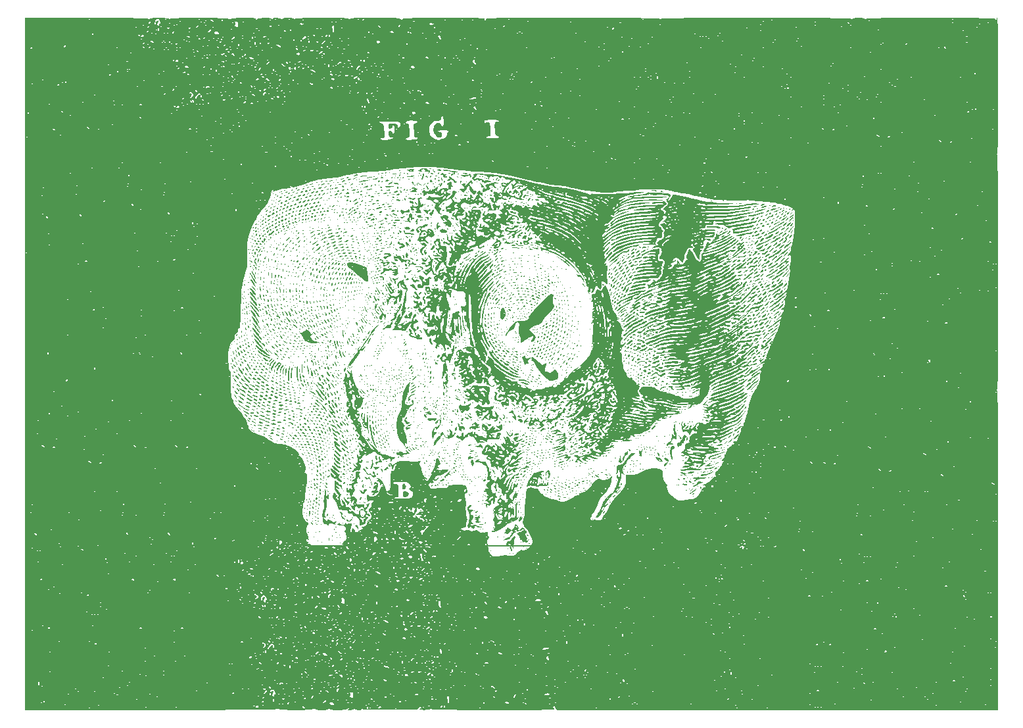
<source format=gbr>
G04 #@! TF.GenerationSoftware,KiCad,Pcbnew,6.0.0-d3dd2cf0fa~116~ubuntu20.04.1*
G04 #@! TF.CreationDate,2022-01-07T18:39:17-05:00*
G04 #@! TF.ProjectId,32_silk,33325f73-696c-46b2-9e6b-696361645f70,0.1*
G04 #@! TF.SameCoordinates,Original*
G04 #@! TF.FileFunction,Legend,Top*
G04 #@! TF.FilePolarity,Positive*
%FSLAX46Y46*%
G04 Gerber Fmt 4.6, Leading zero omitted, Abs format (unit mm)*
G04 Created by KiCad (PCBNEW 6.0.0-d3dd2cf0fa~116~ubuntu20.04.1) date 2022-01-07 18:39:17*
%MOMM*%
%LPD*%
G01*
G04 APERTURE LIST*
%ADD10C,0.100000*%
%ADD11C,0.080000*%
%ADD12C,0.150000*%
G04 APERTURE END LIST*
D10*
X71634220Y-115047921D02*
X71596125Y-115086017D01*
X71481839Y-115162207D01*
X71405649Y-115200302D01*
X71291363Y-115238398D01*
X71100887Y-115276493D01*
X70948506Y-115276493D01*
X70758030Y-115238398D01*
X70643744Y-115200302D01*
X70567554Y-115162207D01*
X70453268Y-115086017D01*
X70415173Y-115047921D01*
X71024696Y-114743159D02*
X71024696Y-114133636D01*
X71634220Y-113828874D02*
X71596125Y-113790778D01*
X71481839Y-113714588D01*
X71405649Y-113676493D01*
X71291363Y-113638398D01*
X71100887Y-113600302D01*
X70948506Y-113600302D01*
X70758030Y-113638398D01*
X70643744Y-113676493D01*
X70567554Y-113714588D01*
X70453268Y-113790778D01*
X70415173Y-113828874D01*
X71634220Y-112847921D02*
X71596125Y-112886017D01*
X71481839Y-112962207D01*
X71405649Y-113000302D01*
X71291363Y-113038398D01*
X71100887Y-113076493D01*
X70948506Y-113076493D01*
X70758030Y-113038398D01*
X70643744Y-113000302D01*
X70567554Y-112962207D01*
X70453268Y-112886017D01*
X70415173Y-112847921D01*
X71024696Y-112543159D02*
X71024696Y-111933636D01*
X71329458Y-112238398D02*
X70719934Y-112238398D01*
X71634220Y-111628874D02*
X71596125Y-111590778D01*
X71481839Y-111514588D01*
X71405649Y-111476493D01*
X71291363Y-111438398D01*
X71100887Y-111400302D01*
X70948506Y-111400302D01*
X70758030Y-111438398D01*
X70643744Y-111476493D01*
X70567554Y-111514588D01*
X70453268Y-111590778D01*
X70415173Y-111628874D01*
D11*
X79716848Y-116321886D02*
X79516848Y-116321886D01*
X79516848Y-116636172D02*
X79516848Y-116036172D01*
X79802562Y-116036172D01*
X79973990Y-116036172D02*
X80373990Y-116036172D01*
X80116848Y-116636172D01*
X62442857Y-108371429D02*
X62785714Y-108371429D01*
X62614285Y-108971429D02*
X62614285Y-108371429D01*
X62928571Y-108371429D02*
X63328571Y-108971429D01*
X63328571Y-108371429D02*
X62928571Y-108971429D01*
X87279403Y-116346873D02*
X87365118Y-116375445D01*
X87393689Y-116404016D01*
X87422261Y-116461159D01*
X87422261Y-116546873D01*
X87393689Y-116604016D01*
X87365118Y-116632588D01*
X87307975Y-116661159D01*
X87079403Y-116661159D01*
X87079403Y-116061159D01*
X87279403Y-116061159D01*
X87336546Y-116089731D01*
X87365118Y-116118302D01*
X87393689Y-116175445D01*
X87393689Y-116232588D01*
X87365118Y-116289731D01*
X87336546Y-116318302D01*
X87279403Y-116346873D01*
X87079403Y-116346873D01*
X87650832Y-116118302D02*
X87679403Y-116089731D01*
X87736546Y-116061159D01*
X87879403Y-116061159D01*
X87936546Y-116089731D01*
X87965118Y-116118302D01*
X87993689Y-116175445D01*
X87993689Y-116232588D01*
X87965118Y-116318302D01*
X87622261Y-116661159D01*
X87993689Y-116661159D01*
X84744508Y-116340079D02*
X84830223Y-116368651D01*
X84858794Y-116397222D01*
X84887366Y-116454365D01*
X84887366Y-116540079D01*
X84858794Y-116597222D01*
X84830223Y-116625794D01*
X84773080Y-116654365D01*
X84544508Y-116654365D01*
X84544508Y-116054365D01*
X84744508Y-116054365D01*
X84801651Y-116082937D01*
X84830223Y-116111508D01*
X84858794Y-116168651D01*
X84858794Y-116225794D01*
X84830223Y-116282937D01*
X84801651Y-116311508D01*
X84744508Y-116340079D01*
X84544508Y-116340079D01*
X85087366Y-116054365D02*
X85458794Y-116054365D01*
X85258794Y-116282937D01*
X85344508Y-116282937D01*
X85401651Y-116311508D01*
X85430223Y-116340079D01*
X85458794Y-116397222D01*
X85458794Y-116540079D01*
X85430223Y-116597222D01*
X85401651Y-116625794D01*
X85344508Y-116654365D01*
X85173080Y-116654365D01*
X85115937Y-116625794D01*
X85087366Y-116597222D01*
X67024384Y-108393166D02*
X66967241Y-108364594D01*
X66881527Y-108364594D01*
X66795812Y-108393166D01*
X66738669Y-108450308D01*
X66710098Y-108507451D01*
X66681527Y-108621737D01*
X66681527Y-108707451D01*
X66710098Y-108821737D01*
X66738669Y-108878880D01*
X66795812Y-108936023D01*
X66881527Y-108964594D01*
X66938669Y-108964594D01*
X67024384Y-108936023D01*
X67052955Y-108907451D01*
X67052955Y-108707451D01*
X66938669Y-108707451D01*
X67310098Y-108964594D02*
X67310098Y-108364594D01*
X67652955Y-108964594D01*
X67652955Y-108364594D01*
X67938669Y-108964594D02*
X67938669Y-108364594D01*
X68081527Y-108364594D01*
X68167241Y-108393166D01*
X68224384Y-108450308D01*
X68252955Y-108507451D01*
X68281527Y-108621737D01*
X68281527Y-108707451D01*
X68252955Y-108821737D01*
X68224384Y-108878880D01*
X68167241Y-108936023D01*
X68081527Y-108964594D01*
X67938669Y-108964594D01*
X74626273Y-116342886D02*
X74426273Y-116342886D01*
X74426273Y-116657172D02*
X74426273Y-116057172D01*
X74711987Y-116057172D01*
X75226273Y-116057172D02*
X74940558Y-116057172D01*
X74911987Y-116342886D01*
X74940558Y-116314315D01*
X74997701Y-116285744D01*
X75140558Y-116285744D01*
X75197701Y-116314315D01*
X75226273Y-116342886D01*
X75254844Y-116400029D01*
X75254844Y-116542886D01*
X75226273Y-116600029D01*
X75197701Y-116628601D01*
X75140558Y-116657172D01*
X74997701Y-116657172D01*
X74940558Y-116628601D01*
X74911987Y-116600029D01*
X74113514Y-108969766D02*
X74199228Y-108998337D01*
X74342085Y-108998337D01*
X74399228Y-108969766D01*
X74427800Y-108941194D01*
X74456371Y-108884051D01*
X74456371Y-108826909D01*
X74427800Y-108769766D01*
X74399228Y-108741194D01*
X74342085Y-108712623D01*
X74227800Y-108684051D01*
X74170657Y-108655480D01*
X74142085Y-108626909D01*
X74113514Y-108569766D01*
X74113514Y-108512623D01*
X74142085Y-108455480D01*
X74170657Y-108426909D01*
X74227800Y-108398337D01*
X74370657Y-108398337D01*
X74456371Y-108426909D01*
X75056371Y-108941194D02*
X75027800Y-108969766D01*
X74942085Y-108998337D01*
X74884942Y-108998337D01*
X74799228Y-108969766D01*
X74742085Y-108912623D01*
X74713514Y-108855480D01*
X74684942Y-108741194D01*
X74684942Y-108655480D01*
X74713514Y-108541194D01*
X74742085Y-108484051D01*
X74799228Y-108426909D01*
X74884942Y-108398337D01*
X74942085Y-108398337D01*
X75027800Y-108426909D01*
X75056371Y-108455480D01*
X75599228Y-108998337D02*
X75313514Y-108998337D01*
X75313514Y-108398337D01*
X82204508Y-116340079D02*
X82290223Y-116368651D01*
X82318794Y-116397222D01*
X82347366Y-116454365D01*
X82347366Y-116540079D01*
X82318794Y-116597222D01*
X82290223Y-116625794D01*
X82233080Y-116654365D01*
X82004508Y-116654365D01*
X82004508Y-116054365D01*
X82204508Y-116054365D01*
X82261651Y-116082937D01*
X82290223Y-116111508D01*
X82318794Y-116168651D01*
X82318794Y-116225794D01*
X82290223Y-116282937D01*
X82261651Y-116311508D01*
X82204508Y-116340079D01*
X82004508Y-116340079D01*
X82918794Y-116654365D02*
X82575937Y-116654365D01*
X82747366Y-116654365D02*
X82747366Y-116054365D01*
X82690223Y-116140079D01*
X82633080Y-116197222D01*
X82575937Y-116225794D01*
X84574607Y-108681244D02*
X84774607Y-108681244D01*
X84860321Y-108995530D02*
X84574607Y-108995530D01*
X84574607Y-108395530D01*
X84860321Y-108395530D01*
X85374607Y-108395530D02*
X85260321Y-108395530D01*
X85203178Y-108424102D01*
X85174607Y-108452673D01*
X85117464Y-108538387D01*
X85088893Y-108652673D01*
X85088893Y-108881244D01*
X85117464Y-108938387D01*
X85146035Y-108966959D01*
X85203178Y-108995530D01*
X85317464Y-108995530D01*
X85374607Y-108966959D01*
X85403178Y-108938387D01*
X85431750Y-108881244D01*
X85431750Y-108738387D01*
X85403178Y-108681244D01*
X85374607Y-108652673D01*
X85317464Y-108624102D01*
X85203178Y-108624102D01*
X85146035Y-108652673D01*
X85117464Y-108681244D01*
X85088893Y-108738387D01*
X76924942Y-108998337D02*
X76924942Y-108398337D01*
X77067800Y-108398337D01*
X77153514Y-108426909D01*
X77210657Y-108484051D01*
X77239228Y-108541194D01*
X77267800Y-108655480D01*
X77267800Y-108741194D01*
X77239228Y-108855480D01*
X77210657Y-108912623D01*
X77153514Y-108969766D01*
X77067800Y-108998337D01*
X76924942Y-108998337D01*
X77782085Y-108598337D02*
X77782085Y-108998337D01*
X77639228Y-108369766D02*
X77496371Y-108798337D01*
X77867800Y-108798337D01*
X64732857Y-116052001D02*
X64675714Y-116023429D01*
X64590000Y-116023429D01*
X64504285Y-116052001D01*
X64447142Y-116109143D01*
X64418571Y-116166286D01*
X64390000Y-116280572D01*
X64390000Y-116366286D01*
X64418571Y-116480572D01*
X64447142Y-116537715D01*
X64504285Y-116594858D01*
X64590000Y-116623429D01*
X64647142Y-116623429D01*
X64732857Y-116594858D01*
X64761428Y-116566286D01*
X64761428Y-116366286D01*
X64647142Y-116366286D01*
X65018571Y-116623429D02*
X65018571Y-116023429D01*
X65361428Y-116623429D01*
X65361428Y-116023429D01*
X65647142Y-116623429D02*
X65647142Y-116023429D01*
X65790000Y-116023429D01*
X65875714Y-116052001D01*
X65932857Y-116109143D01*
X65961428Y-116166286D01*
X65990000Y-116280572D01*
X65990000Y-116366286D01*
X65961428Y-116480572D01*
X65932857Y-116537715D01*
X65875714Y-116594858D01*
X65790000Y-116623429D01*
X65647142Y-116623429D01*
X89820930Y-108688038D02*
X89906645Y-108716610D01*
X89935216Y-108745181D01*
X89963788Y-108802324D01*
X89963788Y-108888038D01*
X89935216Y-108945181D01*
X89906645Y-108973753D01*
X89849502Y-109002324D01*
X89620930Y-109002324D01*
X89620930Y-108402324D01*
X89820930Y-108402324D01*
X89878073Y-108430896D01*
X89906645Y-108459467D01*
X89935216Y-108516610D01*
X89935216Y-108573753D01*
X89906645Y-108630896D01*
X89878073Y-108659467D01*
X89820930Y-108688038D01*
X89620930Y-108688038D01*
X90506645Y-108402324D02*
X90220930Y-108402324D01*
X90192359Y-108688038D01*
X90220930Y-108659467D01*
X90278073Y-108630896D01*
X90420930Y-108630896D01*
X90478073Y-108659467D01*
X90506645Y-108688038D01*
X90535216Y-108745181D01*
X90535216Y-108888038D01*
X90506645Y-108945181D01*
X90478073Y-108973753D01*
X90420930Y-109002324D01*
X90278073Y-109002324D01*
X90220930Y-108973753D01*
X90192359Y-108945181D01*
X68951378Y-116050378D02*
X69151378Y-116650378D01*
X69351378Y-116050378D01*
X69894235Y-116593235D02*
X69865663Y-116621807D01*
X69779949Y-116650378D01*
X69722806Y-116650378D01*
X69637092Y-116621807D01*
X69579949Y-116564664D01*
X69551378Y-116507521D01*
X69522806Y-116393235D01*
X69522806Y-116307521D01*
X69551378Y-116193235D01*
X69579949Y-116136092D01*
X69637092Y-116078950D01*
X69722806Y-116050378D01*
X69779949Y-116050378D01*
X69865663Y-116078950D01*
X69894235Y-116107521D01*
X70494235Y-116593235D02*
X70465663Y-116621807D01*
X70379949Y-116650378D01*
X70322806Y-116650378D01*
X70237092Y-116621807D01*
X70179949Y-116564664D01*
X70151378Y-116507521D01*
X70122806Y-116393235D01*
X70122806Y-116307521D01*
X70151378Y-116193235D01*
X70179949Y-116136092D01*
X70237092Y-116078950D01*
X70322806Y-116050378D01*
X70379949Y-116050378D01*
X70465663Y-116078950D01*
X70494235Y-116107521D01*
X79818375Y-108920194D02*
X79789803Y-108948766D01*
X79704089Y-108977337D01*
X79646946Y-108977337D01*
X79561232Y-108948766D01*
X79504089Y-108891623D01*
X79475517Y-108834480D01*
X79446946Y-108720194D01*
X79446946Y-108634480D01*
X79475517Y-108520194D01*
X79504089Y-108463051D01*
X79561232Y-108405909D01*
X79646946Y-108377337D01*
X79704089Y-108377337D01*
X79789803Y-108405909D01*
X79818375Y-108434480D01*
X80332660Y-108377337D02*
X80218375Y-108377337D01*
X80161232Y-108405909D01*
X80132660Y-108434480D01*
X80075517Y-108520194D01*
X80046946Y-108634480D01*
X80046946Y-108863051D01*
X80075517Y-108920194D01*
X80104089Y-108948766D01*
X80161232Y-108977337D01*
X80275517Y-108977337D01*
X80332660Y-108948766D01*
X80361232Y-108920194D01*
X80389803Y-108863051D01*
X80389803Y-108720194D01*
X80361232Y-108663051D01*
X80332660Y-108634480D01*
X80275517Y-108605909D01*
X80161232Y-108605909D01*
X80104089Y-108634480D01*
X80075517Y-108663051D01*
X80046946Y-108720194D01*
X82006035Y-108995530D02*
X82006035Y-108395530D01*
X82148893Y-108395530D01*
X82234607Y-108424102D01*
X82291750Y-108481244D01*
X82320321Y-108538387D01*
X82348893Y-108652673D01*
X82348893Y-108738387D01*
X82320321Y-108852673D01*
X82291750Y-108909816D01*
X82234607Y-108966959D01*
X82148893Y-108995530D01*
X82006035Y-108995530D01*
X82548893Y-108395530D02*
X82948893Y-108395530D01*
X82691750Y-108995530D01*
X89819403Y-116346873D02*
X89905118Y-116375445D01*
X89933689Y-116404016D01*
X89962261Y-116461159D01*
X89962261Y-116546873D01*
X89933689Y-116604016D01*
X89905118Y-116632588D01*
X89847975Y-116661159D01*
X89619403Y-116661159D01*
X89619403Y-116061159D01*
X89819403Y-116061159D01*
X89876546Y-116089731D01*
X89905118Y-116118302D01*
X89933689Y-116175445D01*
X89933689Y-116232588D01*
X89905118Y-116289731D01*
X89876546Y-116318302D01*
X89819403Y-116346873D01*
X89619403Y-116346873D01*
X90476546Y-116061159D02*
X90362261Y-116061159D01*
X90305118Y-116089731D01*
X90276546Y-116118302D01*
X90219403Y-116204016D01*
X90190832Y-116318302D01*
X90190832Y-116546873D01*
X90219403Y-116604016D01*
X90247975Y-116632588D01*
X90305118Y-116661159D01*
X90419403Y-116661159D01*
X90476546Y-116632588D01*
X90505118Y-116604016D01*
X90533689Y-116546873D01*
X90533689Y-116404016D01*
X90505118Y-116346873D01*
X90476546Y-116318302D01*
X90419403Y-116289731D01*
X90305118Y-116289731D01*
X90247975Y-116318302D01*
X90219403Y-116346873D01*
X90190832Y-116404016D01*
X77166273Y-116342886D02*
X76966273Y-116342886D01*
X76966273Y-116657172D02*
X76966273Y-116057172D01*
X77251987Y-116057172D01*
X77737701Y-116057172D02*
X77623415Y-116057172D01*
X77566273Y-116085744D01*
X77537701Y-116114315D01*
X77480558Y-116200029D01*
X77451987Y-116314315D01*
X77451987Y-116542886D01*
X77480558Y-116600029D01*
X77509130Y-116628601D01*
X77566273Y-116657172D01*
X77680558Y-116657172D01*
X77737701Y-116628601D01*
X77766273Y-116600029D01*
X77794844Y-116542886D01*
X77794844Y-116400029D01*
X77766273Y-116342886D01*
X77737701Y-116314315D01*
X77680558Y-116285744D01*
X77566273Y-116285744D01*
X77509130Y-116314315D01*
X77480558Y-116342886D01*
X77451987Y-116400029D01*
X87280930Y-108688038D02*
X87366645Y-108716610D01*
X87395216Y-108745181D01*
X87423788Y-108802324D01*
X87423788Y-108888038D01*
X87395216Y-108945181D01*
X87366645Y-108973753D01*
X87309502Y-109002324D01*
X87080930Y-109002324D01*
X87080930Y-108402324D01*
X87280930Y-108402324D01*
X87338073Y-108430896D01*
X87366645Y-108459467D01*
X87395216Y-108516610D01*
X87395216Y-108573753D01*
X87366645Y-108630896D01*
X87338073Y-108659467D01*
X87280930Y-108688038D01*
X87080930Y-108688038D01*
X87938073Y-108602324D02*
X87938073Y-109002324D01*
X87795216Y-108373753D02*
X87652359Y-108802324D01*
X88023788Y-108802324D01*
X62685714Y-116623429D02*
X62485714Y-116337715D01*
X62342857Y-116623429D02*
X62342857Y-116023429D01*
X62571428Y-116023429D01*
X62628571Y-116052001D01*
X62657142Y-116080572D01*
X62685714Y-116137715D01*
X62685714Y-116223429D01*
X62657142Y-116280572D01*
X62628571Y-116309143D01*
X62571428Y-116337715D01*
X62342857Y-116337715D01*
X62914285Y-116452001D02*
X63200000Y-116452001D01*
X62857142Y-116623429D02*
X63057142Y-116023429D01*
X63257142Y-116623429D01*
X63400000Y-116023429D02*
X63542857Y-116623429D01*
X63657142Y-116194858D01*
X63771428Y-116623429D01*
X63914285Y-116023429D01*
X71564333Y-108962972D02*
X71650047Y-108991543D01*
X71792905Y-108991543D01*
X71850047Y-108962972D01*
X71878619Y-108934400D01*
X71907190Y-108877257D01*
X71907190Y-108820115D01*
X71878619Y-108762972D01*
X71850047Y-108734400D01*
X71792905Y-108705829D01*
X71678619Y-108677257D01*
X71621476Y-108648686D01*
X71592905Y-108620115D01*
X71564333Y-108562972D01*
X71564333Y-108505829D01*
X71592905Y-108448686D01*
X71621476Y-108420115D01*
X71678619Y-108391543D01*
X71821476Y-108391543D01*
X71907190Y-108420115D01*
X72164333Y-108991543D02*
X72164333Y-108391543D01*
X72307190Y-108391543D01*
X72392905Y-108420115D01*
X72450047Y-108477257D01*
X72478619Y-108534400D01*
X72507190Y-108648686D01*
X72507190Y-108734400D01*
X72478619Y-108848686D01*
X72450047Y-108905829D01*
X72392905Y-108962972D01*
X72307190Y-108991543D01*
X72164333Y-108991543D01*
X72735762Y-108820115D02*
X73021476Y-108820115D01*
X72678619Y-108991543D02*
X72878619Y-108391543D01*
X73078619Y-108991543D01*
X72091378Y-116336092D02*
X71891378Y-116336092D01*
X71891378Y-116650378D02*
X71891378Y-116050378D01*
X72177092Y-116050378D01*
X72662806Y-116250378D02*
X72662806Y-116650378D01*
X72519949Y-116021807D02*
X72377092Y-116450378D01*
X72748520Y-116450378D01*
X69295762Y-108420115D02*
X69238619Y-108391543D01*
X69152905Y-108391543D01*
X69067190Y-108420115D01*
X69010047Y-108477257D01*
X68981476Y-108534400D01*
X68952905Y-108648686D01*
X68952905Y-108734400D01*
X68981476Y-108848686D01*
X69010047Y-108905829D01*
X69067190Y-108962972D01*
X69152905Y-108991543D01*
X69210047Y-108991543D01*
X69295762Y-108962972D01*
X69324333Y-108934400D01*
X69324333Y-108734400D01*
X69210047Y-108734400D01*
X69581476Y-108991543D02*
X69581476Y-108391543D01*
X69924333Y-108991543D01*
X69924333Y-108391543D01*
X70210047Y-108991543D02*
X70210047Y-108391543D01*
X70352905Y-108391543D01*
X70438619Y-108420115D01*
X70495762Y-108477257D01*
X70524333Y-108534400D01*
X70552905Y-108648686D01*
X70552905Y-108734400D01*
X70524333Y-108848686D01*
X70495762Y-108905829D01*
X70438619Y-108962972D01*
X70352905Y-108991543D01*
X70210047Y-108991543D01*
X65091527Y-108964594D02*
X64891527Y-108678880D01*
X64748669Y-108964594D02*
X64748669Y-108364594D01*
X64977241Y-108364594D01*
X65034384Y-108393166D01*
X65062955Y-108421737D01*
X65091527Y-108478880D01*
X65091527Y-108564594D01*
X65062955Y-108621737D01*
X65034384Y-108650308D01*
X64977241Y-108678880D01*
X64748669Y-108678880D01*
X65291527Y-108364594D02*
X65691527Y-108964594D01*
X65691527Y-108364594D02*
X65291527Y-108964594D01*
X67151428Y-116623429D02*
X66951428Y-116337715D01*
X66808571Y-116623429D02*
X66808571Y-116023429D01*
X67037142Y-116023429D01*
X67094285Y-116052001D01*
X67122857Y-116080572D01*
X67151428Y-116137715D01*
X67151428Y-116223429D01*
X67122857Y-116280572D01*
X67094285Y-116309143D01*
X67037142Y-116337715D01*
X66808571Y-116337715D01*
X67380000Y-116594858D02*
X67465714Y-116623429D01*
X67608571Y-116623429D01*
X67665714Y-116594858D01*
X67694285Y-116566286D01*
X67722857Y-116509143D01*
X67722857Y-116452001D01*
X67694285Y-116394858D01*
X67665714Y-116366286D01*
X67608571Y-116337715D01*
X67494285Y-116309143D01*
X67437142Y-116280572D01*
X67408571Y-116252001D01*
X67380000Y-116194858D01*
X67380000Y-116137715D01*
X67408571Y-116080572D01*
X67437142Y-116052001D01*
X67494285Y-116023429D01*
X67637142Y-116023429D01*
X67722857Y-116052001D01*
X67894285Y-116023429D02*
X68237142Y-116023429D01*
X68065714Y-116623429D02*
X68065714Y-116023429D01*
D12*
X60880000Y-121416001D02*
X91360000Y-121416001D01*
X91360000Y-106176001D02*
X91360000Y-103636001D01*
X60880000Y-118876001D02*
X91360000Y-118876001D01*
X60880000Y-103636001D02*
X91360000Y-103636001D01*
X60880000Y-106176001D02*
X60880000Y-103636001D01*
X60880000Y-121416001D02*
X60880000Y-118876001D01*
X91360000Y-118876001D02*
X91360000Y-121416001D01*
X60880000Y-106176001D02*
X91360000Y-106176001D01*
G36*
X90846163Y-72216221D02*
G01*
X90812939Y-72266855D01*
X90699946Y-72274732D01*
X90581075Y-72247525D01*
X90632640Y-72207426D01*
X90806750Y-72194145D01*
X90846163Y-72216221D01*
G37*
G36*
X69080755Y-93436922D02*
G01*
X69096949Y-93450194D01*
X69235403Y-93583682D01*
X69264054Y-93630940D01*
X69173074Y-93668353D01*
X69096949Y-93673001D01*
X68952472Y-93582796D01*
X68929844Y-93492255D01*
X68959145Y-93374040D01*
X69080755Y-93436922D01*
G37*
G36*
X89287227Y-71857329D02*
G01*
X89242763Y-71924048D01*
X89205283Y-71949316D01*
X88998257Y-72041166D01*
X88840445Y-72048454D01*
X88804082Y-71971179D01*
X88815370Y-71949316D01*
X88970547Y-71860321D01*
X89128305Y-71839619D01*
X89287227Y-71857329D01*
G37*
G36*
X79621344Y-78161285D02*
G01*
X79624581Y-78187913D01*
X79539806Y-78296079D01*
X79513177Y-78299316D01*
X79405011Y-78214541D01*
X79401774Y-78187913D01*
X79486549Y-78079747D01*
X79513177Y-78076509D01*
X79621344Y-78161285D01*
G37*
G36*
X67446296Y-71260007D02*
G01*
X67459577Y-71434117D01*
X67437501Y-71473531D01*
X67386867Y-71440306D01*
X67378990Y-71327313D01*
X67406197Y-71208442D01*
X67446296Y-71260007D01*
G37*
G36*
X86420195Y-57633965D02*
G01*
X86364493Y-57689667D01*
X86308791Y-57633965D01*
X86364493Y-57578264D01*
X86420195Y-57633965D01*
G37*
G36*
X68261423Y-70668176D02*
G01*
X68205721Y-70723878D01*
X68150019Y-70668176D01*
X68205721Y-70612474D01*
X68261423Y-70668176D01*
G37*
G36*
X67306232Y-77234425D02*
G01*
X67452797Y-77462224D01*
X67472805Y-77606147D01*
X67422400Y-77630895D01*
X67340909Y-77541553D01*
X67293819Y-77435939D01*
X67209541Y-77209357D01*
X67177651Y-77129580D01*
X67199104Y-77116907D01*
X67306232Y-77234425D01*
G37*
G36*
X65261760Y-81833283D02*
G01*
X65421209Y-82019558D01*
X65460939Y-82138467D01*
X65457386Y-82143120D01*
X65363848Y-82103513D01*
X65217966Y-81924128D01*
X65199487Y-81895556D01*
X65003861Y-81585720D01*
X65261760Y-81833283D01*
G37*
G36*
X62876920Y-100394346D02*
G01*
X62861628Y-100460575D01*
X62802651Y-100468615D01*
X62710953Y-100427854D01*
X62728382Y-100394346D01*
X62860592Y-100381013D01*
X62876920Y-100394346D01*
G37*
G36*
X92213177Y-82476948D02*
G01*
X92157476Y-82532650D01*
X92101774Y-82476948D01*
X92157476Y-82421246D01*
X92213177Y-82476948D01*
G37*
G36*
X65810546Y-94062913D02*
G01*
X65754844Y-94118615D01*
X65699142Y-94062913D01*
X65754844Y-94007211D01*
X65810546Y-94062913D01*
G37*
G36*
X61205867Y-68867153D02*
G01*
X61219200Y-68999363D01*
X61205867Y-69015691D01*
X61139638Y-69000398D01*
X61131598Y-68941422D01*
X61172359Y-68849724D01*
X61205867Y-68867153D01*
G37*
G36*
X88091247Y-69219930D02*
G01*
X88035546Y-69275632D01*
X87979844Y-69219930D01*
X88035546Y-69164229D01*
X88091247Y-69219930D01*
G37*
G36*
X61465809Y-58643107D02*
G01*
X61380848Y-58721006D01*
X61243002Y-58803702D01*
X61071673Y-58858503D01*
X61020195Y-58820615D01*
X61112959Y-58713394D01*
X61243002Y-58660020D01*
X61421731Y-58630016D01*
X61465809Y-58643107D01*
G37*
G36*
X61848013Y-83697112D02*
G01*
X62095239Y-83818845D01*
X62349839Y-83967566D01*
X62534180Y-84098953D01*
X62579844Y-84157087D01*
X62574189Y-84188478D01*
X62525455Y-84179748D01*
X62385985Y-84109961D01*
X62108126Y-83958182D01*
X62033155Y-83916917D01*
X61784035Y-83766295D01*
X61668877Y-83668196D01*
X61685795Y-83646685D01*
X61848013Y-83697112D01*
G37*
G36*
X70155283Y-63761158D02*
G01*
X70099581Y-63816860D01*
X70043879Y-63761158D01*
X70099581Y-63705457D01*
X70155283Y-63761158D01*
G37*
G36*
X68668742Y-60654408D02*
G01*
X68651335Y-60697562D01*
X68551227Y-60803839D01*
X68533357Y-60808965D01*
X68485507Y-60722774D01*
X68484230Y-60697562D01*
X68569872Y-60590439D01*
X68602208Y-60586158D01*
X68668742Y-60654408D01*
G37*
G36*
X106193529Y-82311119D02*
G01*
X106074376Y-82403468D01*
X105946685Y-82418966D01*
X105915809Y-82377463D01*
X106003194Y-82305915D01*
X106088700Y-82267336D01*
X106203699Y-82259550D01*
X106193529Y-82311119D01*
G37*
G36*
X89650897Y-73453264D02*
G01*
X89595195Y-73508965D01*
X89539493Y-73453264D01*
X89595195Y-73397562D01*
X89650897Y-73453264D01*
G37*
G36*
X107104113Y-79561889D02*
G01*
X107088821Y-79628119D01*
X107029844Y-79636158D01*
X106938146Y-79595398D01*
X106955575Y-79561889D01*
X107087785Y-79548557D01*
X107104113Y-79561889D01*
G37*
G36*
X68224288Y-95715398D02*
G01*
X68237621Y-95847608D01*
X68224288Y-95863936D01*
X68158059Y-95848644D01*
X68150019Y-95789667D01*
X68190780Y-95697970D01*
X68224288Y-95715398D01*
G37*
G36*
X70712300Y-61421685D02*
G01*
X70656598Y-61477387D01*
X70600897Y-61421685D01*
X70656598Y-61365983D01*
X70712300Y-61421685D01*
G37*
G36*
X118023840Y-63888821D02*
G01*
X118003090Y-63928264D01*
X117898124Y-64034654D01*
X117878537Y-64039667D01*
X117870936Y-63967706D01*
X117891686Y-63928264D01*
X117996652Y-63821873D01*
X118016239Y-63816860D01*
X118023840Y-63888821D01*
G37*
G36*
X60000350Y-78232977D02*
G01*
X60119009Y-78336535D01*
X60128967Y-78361593D01*
X60076097Y-78407381D01*
X59966024Y-78304781D01*
X59951223Y-78282104D01*
X59938093Y-78205871D01*
X60000350Y-78232977D01*
G37*
G36*
X106204798Y-79021745D02*
G01*
X106194318Y-79079141D01*
X106051893Y-79186295D01*
X106020638Y-79190544D01*
X105918809Y-79105572D01*
X105915809Y-79079141D01*
X106006487Y-78981372D01*
X106089489Y-78967737D01*
X106204798Y-79021745D01*
G37*
G36*
X72939093Y-66131122D02*
G01*
X72940370Y-66156334D01*
X72854729Y-66263456D01*
X72822392Y-66267737D01*
X72755858Y-66199487D01*
X72773265Y-66156334D01*
X72873373Y-66050057D01*
X72891243Y-66044930D01*
X72939093Y-66131122D01*
G37*
G36*
X63433938Y-92930311D02*
G01*
X63447270Y-93062520D01*
X63433938Y-93078849D01*
X63367708Y-93063556D01*
X63359669Y-93004580D01*
X63400429Y-92912882D01*
X63433938Y-92930311D01*
G37*
G36*
X65699142Y-102529580D02*
G01*
X65643440Y-102585281D01*
X65587739Y-102529580D01*
X65643440Y-102473878D01*
X65699142Y-102529580D01*
G37*
G36*
X67368918Y-94761824D02*
G01*
X67370195Y-94787036D01*
X67284553Y-94894158D01*
X67252217Y-94898439D01*
X67185682Y-94830189D01*
X67203090Y-94787036D01*
X67303198Y-94680759D01*
X67321068Y-94675632D01*
X67368918Y-94761824D01*
G37*
G36*
X67822817Y-89232373D02*
G01*
X67905878Y-89343105D01*
X67988131Y-89499593D01*
X67902205Y-89579551D01*
X67784206Y-89533496D01*
X67743591Y-89362522D01*
X67738083Y-89170531D01*
X67747264Y-89126075D01*
X67822817Y-89232373D01*
G37*
G36*
X68038616Y-73564667D02*
G01*
X67982914Y-73620369D01*
X67927212Y-73564667D01*
X67982914Y-73508965D01*
X68038616Y-73564667D01*
G37*
G36*
X70563762Y-77779433D02*
G01*
X70548470Y-77845663D01*
X70489493Y-77853702D01*
X70397795Y-77812942D01*
X70415224Y-77779433D01*
X70547434Y-77766100D01*
X70563762Y-77779433D01*
G37*
G36*
X63990955Y-72209258D02*
G01*
X64004288Y-72341468D01*
X63990955Y-72357796D01*
X63924726Y-72342504D01*
X63916686Y-72283527D01*
X63957447Y-72191829D01*
X63990955Y-72209258D01*
G37*
G36*
X85184709Y-74311991D02*
G01*
X85171055Y-74415595D01*
X85109697Y-74499454D01*
X85036892Y-74415146D01*
X84996013Y-74251139D01*
X85016496Y-74207109D01*
X85126626Y-74188815D01*
X85184709Y-74311991D01*
G37*
G36*
X61651481Y-95269784D02*
G01*
X61664814Y-95401994D01*
X61651481Y-95418322D01*
X61585252Y-95403030D01*
X61577212Y-95344053D01*
X61617973Y-95252355D01*
X61651481Y-95269784D01*
G37*
G36*
X74722826Y-59639229D02*
G01*
X74667125Y-59694930D01*
X74611423Y-59639229D01*
X74667125Y-59583527D01*
X74722826Y-59639229D01*
G37*
G36*
X82521072Y-73341860D02*
G01*
X82465370Y-73397562D01*
X82409669Y-73341860D01*
X82465370Y-73286158D01*
X82521072Y-73341860D01*
G37*
G36*
X63015411Y-98263745D02*
G01*
X63001757Y-98367349D01*
X62940399Y-98451209D01*
X62867594Y-98366900D01*
X62826715Y-98202893D01*
X62847197Y-98158864D01*
X62957328Y-98140569D01*
X63015411Y-98263745D01*
G37*
G36*
X95629552Y-71318030D02*
G01*
X95642884Y-71450240D01*
X95629552Y-71466568D01*
X95563322Y-71451275D01*
X95555283Y-71392299D01*
X95596043Y-71300601D01*
X95629552Y-71318030D01*
G37*
G36*
X64438752Y-57984435D02*
G01*
X64418002Y-58023878D01*
X64313036Y-58130268D01*
X64293449Y-58135281D01*
X64285848Y-58063320D01*
X64306598Y-58023878D01*
X64411564Y-57917487D01*
X64431151Y-57912474D01*
X64438752Y-57984435D01*
G37*
G36*
X61985692Y-95158381D02*
G01*
X61999025Y-95290591D01*
X61985692Y-95306919D01*
X61919463Y-95291626D01*
X61911423Y-95232650D01*
X61952184Y-95140952D01*
X61985692Y-95158381D01*
G37*
G36*
X91849274Y-71222241D02*
G01*
X91878967Y-71280895D01*
X91861855Y-71378170D01*
X91765419Y-71349241D01*
X91656160Y-71280895D01*
X91553745Y-71194562D01*
X91659036Y-71171558D01*
X91684011Y-71171198D01*
X91849274Y-71222241D01*
G37*
G36*
X87868440Y-85930457D02*
G01*
X87812739Y-85986158D01*
X87757037Y-85930457D01*
X87812739Y-85874755D01*
X87868440Y-85930457D01*
G37*
G36*
X65885714Y-58174150D02*
G01*
X65891734Y-58179335D01*
X65846779Y-58261136D01*
X65708684Y-58352982D01*
X65532931Y-58411116D01*
X65476335Y-58373927D01*
X65562944Y-58257957D01*
X65740525Y-58172102D01*
X65885714Y-58174150D01*
G37*
G36*
X59604885Y-76152543D02*
G01*
X59627651Y-76182650D01*
X59622558Y-76285470D01*
X59585099Y-76294053D01*
X59427610Y-76212756D01*
X59404844Y-76182650D01*
X59409936Y-76079829D01*
X59447396Y-76071246D01*
X59604885Y-76152543D01*
G37*
G36*
X71937739Y-66657650D02*
G01*
X71882037Y-66713351D01*
X71826335Y-66657650D01*
X71882037Y-66601948D01*
X71937739Y-66657650D01*
G37*
G36*
X55909233Y-71874119D02*
G01*
X55983038Y-72058720D01*
X55975309Y-72129582D01*
X55899319Y-72089865D01*
X55853694Y-72000711D01*
X55790577Y-71789176D01*
X55816492Y-71746971D01*
X55909233Y-71874119D01*
G37*
G36*
X80181598Y-86153264D02*
G01*
X80287875Y-86253372D01*
X80293002Y-86271242D01*
X80206810Y-86319092D01*
X80181598Y-86320369D01*
X80074476Y-86234727D01*
X80070195Y-86202391D01*
X80138445Y-86135857D01*
X80181598Y-86153264D01*
G37*
G36*
X72828967Y-80248878D02*
G01*
X72773265Y-80304580D01*
X72717563Y-80248878D01*
X72773265Y-80193176D01*
X72828967Y-80248878D01*
G37*
G36*
X84941777Y-65866221D02*
G01*
X84908553Y-65916855D01*
X84795560Y-65924732D01*
X84676689Y-65897525D01*
X84728254Y-65857426D01*
X84902364Y-65844145D01*
X84941777Y-65866221D01*
G37*
G36*
X82298265Y-96290983D02*
G01*
X82242563Y-96346685D01*
X82186862Y-96290983D01*
X82242563Y-96235281D01*
X82298265Y-96290983D01*
G37*
G36*
X65028793Y-91335452D02*
G01*
X65217704Y-91471335D01*
X65358852Y-91605763D01*
X65592975Y-91881232D01*
X65668531Y-92039087D01*
X65597287Y-92058701D01*
X65391008Y-91919448D01*
X65251494Y-91793956D01*
X65044377Y-91562812D01*
X64939919Y-91379379D01*
X64937671Y-91334169D01*
X65028793Y-91335452D01*
G37*
G36*
X65446163Y-62412712D02*
G01*
X65412939Y-62463346D01*
X65299946Y-62471223D01*
X65181075Y-62444016D01*
X65232640Y-62403917D01*
X65406750Y-62390636D01*
X65446163Y-62412712D01*
G37*
G36*
X76059669Y-82699755D02*
G01*
X76003967Y-82755457D01*
X75948265Y-82699755D01*
X76003967Y-82644053D01*
X76059669Y-82699755D01*
G37*
G36*
X101014054Y-70012872D02*
G01*
X100952438Y-70181292D01*
X100850492Y-70340524D01*
X100729378Y-70463922D01*
X100686930Y-70445369D01*
X100748546Y-70276948D01*
X100850492Y-70117717D01*
X100971607Y-69994319D01*
X101014054Y-70012872D01*
G37*
G36*
X66546560Y-66212052D02*
G01*
X66534669Y-66267737D01*
X66373960Y-66369123D01*
X66298712Y-66379141D01*
X66188566Y-66323423D01*
X66200458Y-66267737D01*
X66361167Y-66166351D01*
X66436414Y-66156334D01*
X66546560Y-66212052D01*
G37*
G36*
X98971657Y-94378556D02*
G01*
X98956364Y-94444785D01*
X98897388Y-94452825D01*
X98805690Y-94412064D01*
X98823119Y-94378556D01*
X98955329Y-94365223D01*
X98971657Y-94378556D01*
G37*
G36*
X62154654Y-99107635D02*
G01*
X62239771Y-99249438D01*
X62228923Y-99297021D01*
X62112529Y-99293573D01*
X62097095Y-99280311D01*
X62023646Y-99108807D01*
X62022826Y-99090925D01*
X62079347Y-99049503D01*
X62154654Y-99107635D01*
G37*
G36*
X93772826Y-69108527D02*
G01*
X93717125Y-69164229D01*
X93661423Y-69108527D01*
X93717125Y-69052825D01*
X93772826Y-69108527D01*
G37*
G36*
X56511187Y-75771997D02*
G01*
X56591905Y-75834229D01*
X56765102Y-75996834D01*
X56764349Y-76069417D01*
X56744801Y-76071246D01*
X56651808Y-75995116D01*
X56549844Y-75876290D01*
X56453497Y-75744333D01*
X56511187Y-75771997D01*
G37*
G36*
X66590370Y-80137474D02*
G01*
X66534669Y-80193176D01*
X66478967Y-80137474D01*
X66534669Y-80081773D01*
X66590370Y-80137474D01*
G37*
G36*
X73497388Y-69219930D02*
G01*
X73441686Y-69275632D01*
X73385984Y-69219930D01*
X73441686Y-69164229D01*
X73497388Y-69219930D01*
G37*
G36*
X65142125Y-71336597D02*
G01*
X65086423Y-71392299D01*
X65030721Y-71336597D01*
X65086423Y-71280895D01*
X65142125Y-71336597D01*
G37*
G36*
X59519195Y-57711182D02*
G01*
X59485764Y-57794052D01*
X59381798Y-57849610D01*
X59251647Y-57883528D01*
X59305041Y-57801919D01*
X59319435Y-57787247D01*
X59465498Y-57699251D01*
X59519195Y-57711182D01*
G37*
G36*
X62682911Y-83649920D02*
G01*
X62858217Y-83865049D01*
X62881607Y-83898722D01*
X63117056Y-84232577D01*
X63352440Y-84550280D01*
X63364364Y-84565764D01*
X63525589Y-84791292D01*
X63550911Y-84866194D01*
X63458254Y-84801028D01*
X63265541Y-84606352D01*
X63080692Y-84398658D01*
X62832929Y-84098473D01*
X62637568Y-83839593D01*
X62566775Y-83730237D01*
X62502152Y-83563763D01*
X62552544Y-83543241D01*
X62682911Y-83649920D01*
G37*
G36*
X58408540Y-64671107D02*
G01*
X58389017Y-64758004D01*
X58299120Y-64914812D01*
X58240989Y-64888543D01*
X58235107Y-64826066D01*
X58316017Y-64675001D01*
X58345235Y-64653175D01*
X58408540Y-64671107D01*
G37*
G36*
X89613762Y-81567153D02*
G01*
X89598470Y-81633382D01*
X89539493Y-81641422D01*
X89447795Y-81600661D01*
X89465224Y-81567153D01*
X89597434Y-81553820D01*
X89613762Y-81567153D01*
G37*
G36*
X54888605Y-83814700D02*
G01*
X55004405Y-83869492D01*
X55098823Y-83952950D01*
X54990144Y-83977090D01*
X54948704Y-83977484D01*
X54674591Y-83924284D01*
X54558791Y-83869492D01*
X54464374Y-83786034D01*
X54573053Y-83761894D01*
X54614493Y-83761500D01*
X54888605Y-83814700D01*
G37*
G36*
X55412885Y-62851363D02*
G01*
X55426218Y-62983573D01*
X55412885Y-62999901D01*
X55346656Y-62984609D01*
X55338616Y-62925632D01*
X55379377Y-62833934D01*
X55412885Y-62851363D01*
G37*
G36*
X57194621Y-60320587D02*
G01*
X57176774Y-60363351D01*
X57029196Y-60470596D01*
X56996519Y-60474755D01*
X56936120Y-60406116D01*
X56953967Y-60363351D01*
X57101544Y-60256107D01*
X57134221Y-60251948D01*
X57194621Y-60320587D01*
G37*
G36*
X79445811Y-89411816D02*
G01*
X79433284Y-89271839D01*
X79465524Y-89300413D01*
X79586232Y-89442602D01*
X79697098Y-89410508D01*
X79771166Y-89251998D01*
X79781477Y-89014937D01*
X79734450Y-88822912D01*
X79674018Y-88630160D01*
X79730696Y-88603720D01*
X79852526Y-88662593D01*
X80023017Y-88808680D01*
X80060543Y-88916319D01*
X80064742Y-89210038D01*
X80166197Y-89327222D01*
X80181598Y-89328264D01*
X80280433Y-89238032D01*
X80293002Y-89161158D01*
X80353157Y-89012906D01*
X80404405Y-88994053D01*
X80502290Y-89029699D01*
X80472816Y-89160019D01*
X80306836Y-89420090D01*
X80285416Y-89450321D01*
X80076486Y-89674802D01*
X79818808Y-89763864D01*
X79614238Y-89773878D01*
X79309944Y-89748881D01*
X79146074Y-89646857D01*
X79067199Y-89494410D01*
X78976967Y-89302762D01*
X78872863Y-89300090D01*
X78735746Y-89407765D01*
X78566644Y-89591999D01*
X78510546Y-89716137D01*
X78426060Y-89859320D01*
X78287739Y-89970831D01*
X78111018Y-90166797D01*
X78064932Y-90327920D01*
X77974906Y-90546181D01*
X77825825Y-90673829D01*
X77656467Y-90746614D01*
X77631757Y-90667320D01*
X77666789Y-90538494D01*
X77733949Y-90277192D01*
X77757358Y-90135939D01*
X77801054Y-90042945D01*
X77825413Y-90054242D01*
X77901430Y-90004727D01*
X78010639Y-89807349D01*
X78023756Y-89776967D01*
X78172510Y-89538673D01*
X78337544Y-89508522D01*
X78478433Y-89496570D01*
X78510546Y-89353823D01*
X78593884Y-89109040D01*
X78705502Y-88983516D01*
X78829693Y-88899471D01*
X78831563Y-88918083D01*
X78861905Y-89032960D01*
X78995462Y-89233821D01*
X79175828Y-89451202D01*
X79346596Y-89615641D01*
X79436040Y-89662474D01*
X79451943Y-89606773D01*
X79847388Y-89606773D01*
X79903090Y-89662474D01*
X79958791Y-89606773D01*
X79903090Y-89551071D01*
X79847388Y-89606773D01*
X79451943Y-89606773D01*
X79462456Y-89569950D01*
X79445811Y-89411816D01*
G37*
G36*
X64790701Y-74222450D02*
G01*
X64910298Y-74334622D01*
X64885765Y-74399109D01*
X64870191Y-74400194D01*
X64775964Y-74321066D01*
X64741574Y-74271577D01*
X64728444Y-74195344D01*
X64790701Y-74222450D01*
G37*
G36*
X83969318Y-99410281D02*
G01*
X83913616Y-99465983D01*
X83857914Y-99410281D01*
X83913616Y-99354580D01*
X83969318Y-99410281D01*
G37*
G36*
X64696511Y-77575194D02*
G01*
X64640809Y-77630895D01*
X64585107Y-77575194D01*
X64640809Y-77519492D01*
X64696511Y-77575194D01*
G37*
G36*
X83376526Y-99181155D02*
G01*
X83300897Y-99243176D01*
X83097806Y-99337444D01*
X83022388Y-99351168D01*
X83002460Y-99305197D01*
X83078090Y-99243176D01*
X83281180Y-99148908D01*
X83356598Y-99135184D01*
X83376526Y-99181155D01*
G37*
G36*
X67035984Y-91277825D02*
G01*
X66980283Y-91333527D01*
X66924581Y-91277825D01*
X66980283Y-91222123D01*
X67035984Y-91277825D01*
G37*
G36*
X60240370Y-62424316D02*
G01*
X60184669Y-62480018D01*
X60128967Y-62424316D01*
X60184669Y-62368615D01*
X60240370Y-62424316D01*
G37*
G36*
X64574766Y-85255645D02*
G01*
X64696674Y-85396621D01*
X64815939Y-85622080D01*
X64890315Y-85838189D01*
X64885468Y-85945739D01*
X64814774Y-85887507D01*
X64698649Y-85691569D01*
X64692648Y-85679631D01*
X64567776Y-85429331D01*
X64489595Y-85272674D01*
X64514623Y-85227563D01*
X64574766Y-85255645D01*
G37*
G36*
X97644098Y-94163732D02*
G01*
X97854598Y-94361254D01*
X97884989Y-94447282D01*
X97856321Y-94452825D01*
X97765340Y-94377697D01*
X97605663Y-94202167D01*
X97393440Y-93951509D01*
X97644098Y-94163732D01*
G37*
G36*
X62228421Y-82577713D02*
G01*
X62347079Y-82681272D01*
X62357037Y-82706330D01*
X62304168Y-82752118D01*
X62194094Y-82649518D01*
X62179294Y-82626840D01*
X62166163Y-82550608D01*
X62228421Y-82577713D01*
G37*
G36*
X69486862Y-84705018D02*
G01*
X69431160Y-84760720D01*
X69375458Y-84705018D01*
X69431160Y-84649316D01*
X69486862Y-84705018D01*
G37*
G36*
X123127651Y-61312916D02*
G01*
X122793773Y-61578349D01*
X122546001Y-61733401D01*
X122415717Y-61759947D01*
X122403528Y-61731153D01*
X122491936Y-61630921D01*
X122719640Y-61466142D01*
X122932695Y-61334449D01*
X123461862Y-61026028D01*
X123127651Y-61312916D01*
G37*
G36*
X118838616Y-68426558D02*
G01*
X118755739Y-68519929D01*
X118545035Y-68695746D01*
X118263391Y-68911863D01*
X117967694Y-69126134D01*
X117714833Y-69296414D01*
X117561694Y-69380557D01*
X117547185Y-69383329D01*
X117552083Y-69322674D01*
X117697819Y-69179278D01*
X117724581Y-69157534D01*
X118008300Y-68927934D01*
X118316678Y-68673888D01*
X118333435Y-68659924D01*
X118613023Y-68454106D01*
X118790615Y-68380475D01*
X118838616Y-68426558D01*
G37*
G36*
X65699142Y-86598878D02*
G01*
X65643440Y-86654580D01*
X65587739Y-86598878D01*
X65643440Y-86543176D01*
X65699142Y-86598878D01*
G37*
G36*
X56564054Y-76795369D02*
G01*
X56508353Y-76851071D01*
X56452651Y-76795369D01*
X56508353Y-76739667D01*
X56564054Y-76795369D01*
G37*
G36*
X76469980Y-79838077D02*
G01*
X76483261Y-80012188D01*
X76461185Y-80051601D01*
X76410551Y-80018376D01*
X76402674Y-79905384D01*
X76429881Y-79786512D01*
X76469980Y-79838077D01*
G37*
G36*
X71362251Y-59607362D02*
G01*
X71380721Y-59627310D01*
X71293608Y-59699143D01*
X71213616Y-59735217D01*
X71070166Y-59737532D01*
X71046511Y-59691434D01*
X71136796Y-59595683D01*
X71213616Y-59583527D01*
X71362251Y-59607362D01*
G37*
G36*
X76059669Y-58190983D02*
G01*
X76165946Y-58291091D01*
X76171072Y-58308961D01*
X76084880Y-58356811D01*
X76059669Y-58358088D01*
X75952546Y-58272447D01*
X75948265Y-58240110D01*
X76016515Y-58173576D01*
X76059669Y-58190983D01*
G37*
G36*
X85891801Y-71741676D02*
G01*
X85811814Y-71833119D01*
X85625563Y-72021839D01*
X85560848Y-72035902D01*
X85596778Y-71902228D01*
X85747345Y-71724758D01*
X85837694Y-71674627D01*
X85941448Y-71652248D01*
X85891801Y-71741676D01*
G37*
G36*
X56371061Y-82870283D02*
G01*
X56452651Y-82990183D01*
X56389351Y-83075697D01*
X56178953Y-83028759D01*
X56145597Y-83015655D01*
X56053474Y-82908754D01*
X56065612Y-82862211D01*
X56199631Y-82812294D01*
X56371061Y-82870283D01*
G37*
G36*
X55078674Y-68532942D02*
G01*
X55092007Y-68665152D01*
X55078674Y-68681480D01*
X55012445Y-68666188D01*
X55004405Y-68607211D01*
X55045166Y-68515513D01*
X55078674Y-68532942D01*
G37*
G36*
X104356160Y-76461158D02*
G01*
X104300458Y-76516860D01*
X104244756Y-76461158D01*
X104300458Y-76405457D01*
X104356160Y-76461158D01*
G37*
G36*
X71677797Y-82346977D02*
G01*
X71662505Y-82413206D01*
X71603528Y-82421246D01*
X71511830Y-82380485D01*
X71529259Y-82346977D01*
X71661469Y-82333644D01*
X71677797Y-82346977D01*
G37*
G36*
X120955283Y-70381828D02*
G01*
X120868247Y-70516585D01*
X120732476Y-70612474D01*
X120549829Y-70671129D01*
X120509669Y-70620313D01*
X120596704Y-70485557D01*
X120732476Y-70389667D01*
X120915122Y-70331013D01*
X120955283Y-70381828D01*
G37*
G36*
X90170780Y-81567153D02*
G01*
X90155487Y-81633382D01*
X90096511Y-81641422D01*
X90004813Y-81600661D01*
X90022242Y-81567153D01*
X90154452Y-81553820D01*
X90170780Y-81567153D01*
G37*
G36*
X61832955Y-90969210D02*
G01*
X61855721Y-90999316D01*
X61850629Y-91102137D01*
X61813169Y-91110720D01*
X61655680Y-91029423D01*
X61632914Y-90999316D01*
X61638007Y-90896496D01*
X61675466Y-90887913D01*
X61832955Y-90969210D01*
G37*
G36*
X65587739Y-80360281D02*
G01*
X65532037Y-80415983D01*
X65476335Y-80360281D01*
X65532037Y-80304580D01*
X65587739Y-80360281D01*
G37*
G36*
X74834230Y-87490106D02*
G01*
X74778528Y-87545808D01*
X74722826Y-87490106D01*
X74778528Y-87434404D01*
X74834230Y-87490106D01*
G37*
G36*
X65362848Y-69048768D02*
G01*
X65363226Y-69074101D01*
X65306458Y-69275531D01*
X65253528Y-69331334D01*
X65151307Y-69338720D01*
X65143831Y-69310058D01*
X65199809Y-69147514D01*
X65253528Y-69052825D01*
X65340046Y-68948428D01*
X65362848Y-69048768D01*
G37*
G36*
X122458441Y-60253224D02*
G01*
X122339288Y-60345573D01*
X122211597Y-60361072D01*
X122180721Y-60319569D01*
X122268107Y-60248021D01*
X122353612Y-60209441D01*
X122468612Y-60201655D01*
X122458441Y-60253224D01*
G37*
G36*
X94775458Y-88269930D02*
G01*
X94719756Y-88325632D01*
X94664054Y-88269930D01*
X94719756Y-88214229D01*
X94775458Y-88269930D01*
G37*
G36*
X88202651Y-71559404D02*
G01*
X88146949Y-71615106D01*
X88091247Y-71559404D01*
X88146949Y-71503702D01*
X88202651Y-71559404D01*
G37*
G36*
X65810546Y-92726071D02*
G01*
X65754844Y-92781773D01*
X65699142Y-92726071D01*
X65754844Y-92670369D01*
X65810546Y-92726071D01*
G37*
G36*
X60328130Y-68814788D02*
G01*
X60303528Y-69016586D01*
X60259136Y-69078621D01*
X60186143Y-69107531D01*
X60207381Y-68944275D01*
X60210426Y-68932492D01*
X60276494Y-68783163D01*
X60328130Y-68814788D01*
G37*
G36*
X65142125Y-101861158D02*
G01*
X65086423Y-101916860D01*
X65030721Y-101861158D01*
X65086423Y-101805457D01*
X65142125Y-101861158D01*
G37*
G36*
X90623356Y-92937273D02*
G01*
X90590132Y-92987907D01*
X90477139Y-92995785D01*
X90358268Y-92968578D01*
X90409833Y-92928478D01*
X90583943Y-92915197D01*
X90623356Y-92937273D01*
G37*
G36*
X96446511Y-96068176D02*
G01*
X96390809Y-96123878D01*
X96335107Y-96068176D01*
X96390809Y-96012474D01*
X96446511Y-96068176D01*
G37*
G36*
X103093587Y-94044346D02*
G01*
X103078294Y-94110575D01*
X103019318Y-94118615D01*
X102927620Y-94077854D01*
X102945049Y-94044346D01*
X103077259Y-94031013D01*
X103093587Y-94044346D01*
G37*
G36*
X88947524Y-96084435D02*
G01*
X88926774Y-96123878D01*
X88821808Y-96230268D01*
X88802221Y-96235281D01*
X88794620Y-96163320D01*
X88815370Y-96123878D01*
X88920336Y-96017487D01*
X88939923Y-96012474D01*
X88947524Y-96084435D01*
G37*
G36*
X59666140Y-90375959D02*
G01*
X59785737Y-90488130D01*
X59761203Y-90552618D01*
X59745629Y-90553702D01*
X59651402Y-90474575D01*
X59617013Y-90425086D01*
X59603883Y-90348853D01*
X59666140Y-90375959D01*
G37*
G36*
X104359442Y-77549175D02*
G01*
X104417436Y-77621339D01*
X104414809Y-77626126D01*
X104267125Y-77696176D01*
X104029176Y-77709679D01*
X103818716Y-77668930D01*
X103760729Y-77603274D01*
X103760869Y-77603044D01*
X103897550Y-77543564D01*
X104146502Y-77519492D01*
X104359442Y-77549175D01*
G37*
G36*
X116944756Y-65042299D02*
G01*
X117121110Y-64904400D01*
X117167563Y-64811653D01*
X117090345Y-64760312D01*
X116952080Y-64815572D01*
X116712677Y-64919456D01*
X116644502Y-64895534D01*
X116759644Y-64755801D01*
X116830056Y-64694493D01*
X117046213Y-64557625D01*
X117147970Y-64593606D01*
X117244217Y-64641187D01*
X117390864Y-64540536D01*
X117575908Y-64430554D01*
X117667737Y-64483434D01*
X117783696Y-64546933D01*
X117901604Y-64477050D01*
X118032065Y-64406381D01*
X118058791Y-64471641D01*
X117964925Y-64593032D01*
X117722765Y-64611883D01*
X117685004Y-64605969D01*
X117511653Y-64662843D01*
X117340529Y-64819332D01*
X117278967Y-64958177D01*
X117346483Y-64990971D01*
X117448764Y-64928661D01*
X117606306Y-64832084D01*
X117662364Y-64831544D01*
X117628824Y-64939458D01*
X117466284Y-65140744D01*
X117219703Y-65389557D01*
X116934038Y-65640049D01*
X116690995Y-65822123D01*
X116441528Y-66007234D01*
X116294081Y-66149358D01*
X116277096Y-66184185D01*
X116188080Y-66262373D01*
X116140131Y-66267737D01*
X116145685Y-66200702D01*
X116288679Y-66024372D01*
X116538647Y-65775913D01*
X116557894Y-65758131D01*
X116803739Y-65516691D01*
X116935061Y-65355613D01*
X116926597Y-65306500D01*
X116916905Y-65309021D01*
X116752385Y-65315392D01*
X116740267Y-65221679D01*
X116806883Y-65153702D01*
X117056160Y-65153702D01*
X117140935Y-65261869D01*
X117167563Y-65265106D01*
X117275729Y-65180331D01*
X117278967Y-65153702D01*
X117194191Y-65045536D01*
X117167563Y-65042299D01*
X117059397Y-65127074D01*
X117056160Y-65153702D01*
X116806883Y-65153702D01*
X116874633Y-65084567D01*
X116944756Y-65042299D01*
G37*
G36*
X59220526Y-77007538D02*
G01*
X59339184Y-77111097D01*
X59349142Y-77136154D01*
X59296273Y-77181942D01*
X59186199Y-77079343D01*
X59171399Y-77056665D01*
X59158269Y-76980432D01*
X59220526Y-77007538D01*
G37*
G36*
X74722826Y-57745369D02*
G01*
X74667125Y-57801071D01*
X74611423Y-57745369D01*
X74667125Y-57689667D01*
X74722826Y-57745369D01*
G37*
G36*
X89873704Y-57968176D02*
G01*
X89818002Y-58023878D01*
X89762300Y-57968176D01*
X89818002Y-57912474D01*
X89873704Y-57968176D01*
G37*
G36*
X77062300Y-82254141D02*
G01*
X77006598Y-82309843D01*
X76950897Y-82254141D01*
X77006598Y-82198439D01*
X77062300Y-82254141D01*
G37*
G36*
X68261423Y-55740106D02*
G01*
X68205721Y-55795808D01*
X68150019Y-55740106D01*
X68205721Y-55684404D01*
X68261423Y-55740106D01*
G37*
G36*
X94504031Y-76598735D02*
G01*
X94441247Y-76739667D01*
X94326200Y-76914744D01*
X94266303Y-76962474D01*
X94267060Y-76880600D01*
X94329844Y-76739667D01*
X94444892Y-76564591D01*
X94504788Y-76516860D01*
X94504031Y-76598735D01*
G37*
G36*
X59683353Y-72339229D02*
G01*
X59627651Y-72394930D01*
X59571949Y-72339229D01*
X59627651Y-72283527D01*
X59683353Y-72339229D01*
G37*
G36*
X55099852Y-86419553D02*
G01*
X55180481Y-86533954D01*
X55140325Y-86583726D01*
X54988673Y-86567600D01*
X54891984Y-86486248D01*
X54826428Y-86350855D01*
X54920058Y-86332437D01*
X55099852Y-86419553D01*
G37*
G36*
X87934831Y-79906005D02*
G01*
X88035546Y-79926955D01*
X88324120Y-80003572D01*
X88414752Y-80056836D01*
X88297673Y-80079740D01*
X88249069Y-80080067D01*
X87976302Y-80020277D01*
X87868440Y-79965279D01*
X87805554Y-79898833D01*
X87934831Y-79906005D01*
G37*
G36*
X121263046Y-76871152D02*
G01*
X121114179Y-77050116D01*
X120817753Y-77334500D01*
X120600880Y-77547697D01*
X120510200Y-77676159D01*
X120553277Y-77694012D01*
X120695827Y-77664809D01*
X120656823Y-77753692D01*
X120618873Y-77800651D01*
X120396683Y-78020427D01*
X120143758Y-78205794D01*
X119922926Y-78317730D01*
X119797013Y-78317208D01*
X119794007Y-78313007D01*
X119822536Y-78193330D01*
X119897589Y-78147381D01*
X120044114Y-78014119D01*
X120062349Y-77940751D01*
X120028278Y-77874416D01*
X119952651Y-77965106D01*
X119866133Y-78069503D01*
X119843331Y-77969163D01*
X119842953Y-77943830D01*
X119896421Y-77745330D01*
X120014438Y-77677137D01*
X120126605Y-77776618D01*
X120132216Y-77790300D01*
X120234774Y-77910281D01*
X120293669Y-77905197D01*
X120348561Y-77765907D01*
X120335528Y-77708434D01*
X120385897Y-77568669D01*
X120570736Y-77347956D01*
X120786007Y-77149440D01*
X121096756Y-76907967D01*
X121256503Y-76819487D01*
X121263046Y-76871152D01*
G37*
G36*
X93835610Y-78492595D02*
G01*
X93772826Y-78633527D01*
X93657779Y-78808603D01*
X93597882Y-78856334D01*
X93598639Y-78774459D01*
X93661423Y-78633527D01*
X93776470Y-78458451D01*
X93836367Y-78410720D01*
X93835610Y-78492595D01*
G37*
G36*
X54076043Y-74994346D02*
G01*
X54089376Y-75126556D01*
X54076043Y-75142884D01*
X54009814Y-75127591D01*
X54001774Y-75068615D01*
X54042535Y-74976917D01*
X54076043Y-74994346D01*
G37*
G36*
X96297973Y-74660135D02*
G01*
X96311305Y-74792345D01*
X96297973Y-74808673D01*
X96231743Y-74793381D01*
X96223704Y-74734404D01*
X96264464Y-74642706D01*
X96297973Y-74660135D01*
G37*
G36*
X93178674Y-90479433D02*
G01*
X93163382Y-90545663D01*
X93104405Y-90553702D01*
X93012708Y-90512942D01*
X93030136Y-90479433D01*
X93162346Y-90466100D01*
X93178674Y-90479433D01*
G37*
G36*
X72049142Y-80026071D02*
G01*
X71993440Y-80081773D01*
X71937739Y-80026071D01*
X71993440Y-79970369D01*
X72049142Y-80026071D01*
G37*
G36*
X62765516Y-99057503D02*
G01*
X62778849Y-99189713D01*
X62765516Y-99206042D01*
X62699287Y-99190749D01*
X62691247Y-99131773D01*
X62732008Y-99040075D01*
X62765516Y-99057503D01*
G37*
G36*
X59674770Y-60535549D02*
G01*
X59683353Y-60573009D01*
X59602056Y-60730498D01*
X59571949Y-60753264D01*
X59469129Y-60748171D01*
X59460546Y-60710711D01*
X59541843Y-60553223D01*
X59571949Y-60530457D01*
X59674770Y-60535549D01*
G37*
G36*
X81518440Y-75792737D02*
G01*
X81462739Y-75848439D01*
X81407037Y-75792737D01*
X81462739Y-75737036D01*
X81518440Y-75792737D01*
G37*
G36*
X61762885Y-92039082D02*
G01*
X61747593Y-92105312D01*
X61688616Y-92113351D01*
X61596918Y-92072591D01*
X61614347Y-92039082D01*
X61746557Y-92025750D01*
X61762885Y-92039082D01*
G37*
G36*
X60774744Y-80348431D02*
G01*
X60801917Y-80626640D01*
X60810967Y-80949269D01*
X60799500Y-81228503D01*
X60765123Y-81376524D01*
X60763877Y-81377856D01*
X60722759Y-81320387D01*
X60694531Y-81092410D01*
X60685984Y-80805895D01*
X60693013Y-80468348D01*
X60711260Y-80251192D01*
X60731841Y-80202460D01*
X60774744Y-80348431D01*
G37*
G36*
X70675166Y-71429433D02*
G01*
X70688498Y-71561643D01*
X70675166Y-71577971D01*
X70608936Y-71562679D01*
X70600897Y-71503702D01*
X70641657Y-71412005D01*
X70675166Y-71429433D01*
G37*
G36*
X71547187Y-61325451D02*
G01*
X71660314Y-61430317D01*
X71652015Y-61489060D01*
X71511622Y-61586582D01*
X71396781Y-61510004D01*
X71380721Y-61425181D01*
X71454648Y-61312746D01*
X71547187Y-61325451D01*
G37*
G36*
X62230248Y-72012423D02*
G01*
X62239685Y-72021036D01*
X62331763Y-72226181D01*
X62324706Y-72355246D01*
X62277450Y-72468126D01*
X62258556Y-72431893D01*
X62212123Y-72220073D01*
X62173535Y-72097682D01*
X62144549Y-71964056D01*
X62230248Y-72012423D01*
G37*
G36*
X87862475Y-85282175D02*
G01*
X88009697Y-85429141D01*
X88121420Y-85591101D01*
X88114916Y-85651948D01*
X87985809Y-85576107D01*
X87838587Y-85429141D01*
X87726864Y-85267181D01*
X87733369Y-85206334D01*
X87862475Y-85282175D01*
G37*
G36*
X79735984Y-91389229D02*
G01*
X79680283Y-91444930D01*
X79624581Y-91389229D01*
X79680283Y-91333527D01*
X79735984Y-91389229D01*
G37*
G36*
X63992787Y-91312639D02*
G01*
X64006068Y-91486749D01*
X63983992Y-91526162D01*
X63933358Y-91492937D01*
X63925481Y-91379945D01*
X63952688Y-91261074D01*
X63992787Y-91312639D01*
G37*
G36*
X87830146Y-78924584D02*
G01*
X87812739Y-78967737D01*
X87712631Y-79074015D01*
X87694760Y-79079141D01*
X87646911Y-78992949D01*
X87645633Y-78967737D01*
X87731275Y-78860615D01*
X87763612Y-78856334D01*
X87830146Y-78924584D01*
G37*
G36*
X74019444Y-77355221D02*
G01*
X73957212Y-77435939D01*
X73794607Y-77609136D01*
X73722024Y-77608383D01*
X73720195Y-77588834D01*
X73796325Y-77495841D01*
X73915151Y-77393878D01*
X74047108Y-77297531D01*
X74019444Y-77355221D01*
G37*
G36*
X85511754Y-75559292D02*
G01*
X85630412Y-75662851D01*
X85640370Y-75687909D01*
X85587501Y-75733697D01*
X85477427Y-75631097D01*
X85462627Y-75608419D01*
X85449497Y-75532187D01*
X85511754Y-75559292D01*
G37*
G36*
X60240370Y-74233088D02*
G01*
X60184669Y-74288790D01*
X60128967Y-74233088D01*
X60184669Y-74177387D01*
X60240370Y-74233088D01*
G37*
G36*
X70229552Y-78559258D02*
G01*
X70214259Y-78625487D01*
X70155283Y-78633527D01*
X70063585Y-78592766D01*
X70081014Y-78559258D01*
X70213223Y-78545925D01*
X70229552Y-78559258D01*
G37*
G36*
X95302304Y-96390782D02*
G01*
X95269079Y-96441416D01*
X95156087Y-96449293D01*
X95037215Y-96422086D01*
X95088780Y-96381987D01*
X95262891Y-96368706D01*
X95302304Y-96390782D01*
G37*
G36*
X102087550Y-69309362D02*
G01*
X102083819Y-69439855D01*
X101982204Y-69580666D01*
X101842014Y-69685178D01*
X101795585Y-69661566D01*
X101851185Y-69470685D01*
X101968224Y-69324935D01*
X102080972Y-69303607D01*
X102087550Y-69309362D01*
G37*
G36*
X72123411Y-72209258D02*
G01*
X72136744Y-72341468D01*
X72123411Y-72357796D01*
X72057182Y-72342504D01*
X72049142Y-72283527D01*
X72089903Y-72191829D01*
X72123411Y-72209258D01*
G37*
G36*
X71586315Y-61745257D02*
G01*
X71704973Y-61848816D01*
X71714932Y-61873874D01*
X71662062Y-61919662D01*
X71551989Y-61817062D01*
X71537188Y-61794384D01*
X71524058Y-61718151D01*
X71586315Y-61745257D01*
G37*
G36*
X81184230Y-91946246D02*
G01*
X81128528Y-92001948D01*
X81072826Y-91946246D01*
X81128528Y-91890544D01*
X81184230Y-91946246D01*
G37*
G36*
X54744464Y-78113644D02*
G01*
X54757797Y-78245854D01*
X54744464Y-78262182D01*
X54678235Y-78246890D01*
X54670195Y-78187913D01*
X54710956Y-78096215D01*
X54744464Y-78113644D01*
G37*
G36*
X72828967Y-55962913D02*
G01*
X72773265Y-56018615D01*
X72717563Y-55962913D01*
X72773265Y-55907211D01*
X72828967Y-55962913D01*
G37*
G36*
X55217870Y-66594694D02*
G01*
X55217740Y-66601948D01*
X55178983Y-66834434D01*
X55101893Y-67030322D01*
X55020024Y-67118130D01*
X54985873Y-67095869D01*
X54991346Y-66930876D01*
X55076417Y-66713351D01*
X55176644Y-66567475D01*
X55217870Y-66594694D01*
G37*
G36*
X100418742Y-68007040D02*
G01*
X100401335Y-68050194D01*
X100301227Y-68156471D01*
X100283357Y-68161597D01*
X100235507Y-68075405D01*
X100234230Y-68050194D01*
X100319872Y-67943071D01*
X100352208Y-67938790D01*
X100418742Y-68007040D01*
G37*
G36*
X75500183Y-65461908D02*
G01*
X75502651Y-65487913D01*
X75413101Y-65588285D01*
X75344829Y-65599316D01*
X75165937Y-65683548D01*
X75130817Y-65738571D01*
X75076752Y-65799544D01*
X75065832Y-65760851D01*
X75135914Y-65581084D01*
X75300275Y-65418839D01*
X75413528Y-65376509D01*
X75500183Y-65461908D01*
G37*
G36*
X84043587Y-97720661D02*
G01*
X84056919Y-97852871D01*
X84043587Y-97869199D01*
X83977357Y-97853907D01*
X83969318Y-97794930D01*
X84010078Y-97703233D01*
X84043587Y-97720661D01*
G37*
G36*
X94312504Y-91697040D02*
G01*
X94249335Y-91763463D01*
X94038558Y-91833919D01*
X93761163Y-91898169D01*
X93550019Y-91947939D01*
X93427231Y-91964837D01*
X93509439Y-91907075D01*
X93646362Y-91840954D01*
X93942045Y-91724992D01*
X94173336Y-91668739D01*
X94194096Y-91667737D01*
X94312504Y-91697040D01*
G37*
G36*
X93070834Y-75696699D02*
G01*
X93007321Y-75820588D01*
X92869403Y-76030069D01*
X92785871Y-76055259D01*
X92770195Y-75973483D01*
X92846917Y-75831104D01*
X92955539Y-75722826D01*
X93079042Y-75632464D01*
X93070834Y-75696699D01*
G37*
G36*
X91544756Y-96290983D02*
G01*
X91489054Y-96346685D01*
X91433353Y-96290983D01*
X91489054Y-96235281D01*
X91544756Y-96290983D01*
G37*
G36*
X71714932Y-56854141D02*
G01*
X71659230Y-56909843D01*
X71603528Y-56854141D01*
X71659230Y-56798439D01*
X71714932Y-56854141D01*
G37*
G36*
X96112300Y-96513790D02*
G01*
X96056598Y-96569492D01*
X96000897Y-96513790D01*
X96056598Y-96458088D01*
X96112300Y-96513790D01*
G37*
G36*
X118727212Y-64318176D02*
G01*
X118671511Y-64373878D01*
X118615809Y-64318176D01*
X118671511Y-64262474D01*
X118727212Y-64318176D01*
G37*
G36*
X101125458Y-92280457D02*
G01*
X101069756Y-92336158D01*
X101014054Y-92280457D01*
X101069756Y-92224755D01*
X101125458Y-92280457D01*
G37*
G36*
X85985962Y-69588576D02*
G01*
X85985096Y-69590194D01*
X85837376Y-69804786D01*
X85740060Y-69895591D01*
X85674820Y-69900542D01*
X85740393Y-69742513D01*
X85741258Y-69740894D01*
X85888979Y-69526303D01*
X85986294Y-69435498D01*
X86051534Y-69430547D01*
X85985962Y-69588576D01*
G37*
G36*
X111233006Y-95610957D02*
G01*
X111199781Y-95661592D01*
X111086788Y-95669469D01*
X110967917Y-95642262D01*
X111019482Y-95602162D01*
X111193592Y-95588882D01*
X111233006Y-95610957D01*
G37*
G36*
X83078090Y-92391860D02*
G01*
X83022388Y-92447562D01*
X82966686Y-92391860D01*
X83022388Y-92336158D01*
X83078090Y-92391860D01*
G37*
G36*
X92988468Y-69690712D02*
G01*
X92993002Y-69721246D01*
X92954993Y-69829753D01*
X92943875Y-69832650D01*
X92848762Y-69754585D01*
X92825897Y-69721246D01*
X92834729Y-69618590D01*
X92875024Y-69609843D01*
X92988468Y-69690712D01*
G37*
G36*
X69152651Y-72227825D02*
G01*
X69096949Y-72283527D01*
X69041247Y-72227825D01*
X69096949Y-72172123D01*
X69152651Y-72227825D01*
G37*
G36*
X76282476Y-78355018D02*
G01*
X76226774Y-78410720D01*
X76171072Y-78355018D01*
X76226774Y-78299316D01*
X76282476Y-78355018D01*
G37*
G36*
X63693879Y-70333965D02*
G01*
X63638177Y-70389667D01*
X63582476Y-70333965D01*
X63638177Y-70278264D01*
X63693879Y-70333965D01*
G37*
G36*
X61515725Y-91625231D02*
G01*
X61672532Y-91715129D01*
X61646264Y-91773259D01*
X61583787Y-91779141D01*
X61432722Y-91698231D01*
X61410896Y-91669013D01*
X61428827Y-91605708D01*
X61515725Y-91625231D01*
G37*
G36*
X63769980Y-93206498D02*
G01*
X63783261Y-93380609D01*
X63761185Y-93420022D01*
X63710551Y-93386797D01*
X63702674Y-93273805D01*
X63729881Y-93154933D01*
X63769980Y-93206498D01*
G37*
G36*
X58822096Y-85244664D02*
G01*
X58825799Y-85281236D01*
X58651402Y-85296172D01*
X58625019Y-85296019D01*
X58452238Y-85279955D01*
X58468731Y-85246048D01*
X58487885Y-85240536D01*
X58730557Y-85224227D01*
X58822096Y-85244664D01*
G37*
G36*
X72791832Y-76665398D02*
G01*
X72776540Y-76731627D01*
X72717563Y-76739667D01*
X72625866Y-76698906D01*
X72643294Y-76665398D01*
X72775504Y-76652065D01*
X72791832Y-76665398D01*
G37*
G36*
X84379629Y-73822288D02*
G01*
X84392910Y-73996398D01*
X84370834Y-74035811D01*
X84320200Y-74002586D01*
X84312323Y-73889594D01*
X84339530Y-73770723D01*
X84379629Y-73822288D01*
G37*
G36*
X77396511Y-93505895D02*
G01*
X77340809Y-93561597D01*
X77285107Y-93505895D01*
X77340809Y-93450194D01*
X77396511Y-93505895D01*
G37*
G36*
X96634366Y-91628295D02*
G01*
X96613616Y-91667737D01*
X96508650Y-91774128D01*
X96489063Y-91779141D01*
X96481462Y-91707180D01*
X96502212Y-91667737D01*
X96607178Y-91561347D01*
X96626765Y-91556334D01*
X96634366Y-91628295D01*
G37*
G36*
X119729844Y-73530989D02*
G01*
X119654566Y-73629365D01*
X119470181Y-73805674D01*
X119438609Y-73833415D01*
X119261744Y-73963559D01*
X119190376Y-73967066D01*
X119194056Y-73946592D01*
X119285964Y-73821698D01*
X119451818Y-73671917D01*
X119621013Y-73552019D01*
X119722939Y-73516773D01*
X119729844Y-73530989D01*
G37*
G36*
X90059376Y-103290837D02*
G01*
X90044084Y-103357066D01*
X89985107Y-103365106D01*
X89893409Y-103324345D01*
X89910838Y-103290837D01*
X90043048Y-103277504D01*
X90059376Y-103290837D01*
G37*
G36*
X87757037Y-72896246D02*
G01*
X87701335Y-72951948D01*
X87645633Y-72896246D01*
X87701335Y-72840544D01*
X87757037Y-72896246D01*
G37*
G36*
X59794756Y-88604141D02*
G01*
X59739054Y-88659843D01*
X59683353Y-88604141D01*
X59739054Y-88548439D01*
X59794756Y-88604141D01*
G37*
G36*
X80961423Y-57968176D02*
G01*
X80905721Y-58023878D01*
X80850019Y-57968176D01*
X80905721Y-57912474D01*
X80961423Y-57968176D01*
G37*
G36*
X67366802Y-89186532D02*
G01*
X67408638Y-89267757D01*
X67437144Y-89424731D01*
X67362308Y-89394264D01*
X67309912Y-89320852D01*
X67275669Y-89175046D01*
X67289575Y-89148942D01*
X67366802Y-89186532D01*
G37*
G36*
X64139493Y-62312913D02*
G01*
X64083791Y-62368615D01*
X64028090Y-62312913D01*
X64083791Y-62257211D01*
X64139493Y-62312913D01*
G37*
G36*
X90137644Y-92680336D02*
G01*
X90146789Y-92797188D01*
X90018885Y-92924411D01*
X89831189Y-93011428D01*
X89660960Y-93007662D01*
X89648352Y-93000650D01*
X89562958Y-92921523D01*
X89678230Y-92895735D01*
X89725166Y-92894882D01*
X89939141Y-92837021D01*
X90016274Y-92753922D01*
X90102409Y-92665710D01*
X90137644Y-92680336D01*
G37*
G36*
X60574581Y-76906773D02*
G01*
X60518879Y-76962474D01*
X60463177Y-76906773D01*
X60518879Y-76851071D01*
X60574581Y-76906773D01*
G37*
G36*
X75948265Y-81697123D02*
G01*
X75892563Y-81752825D01*
X75836862Y-81697123D01*
X75892563Y-81641422D01*
X75948265Y-81697123D01*
G37*
G36*
X76495704Y-71440803D02*
G01*
X76477559Y-71597685D01*
X76467003Y-71784360D01*
X76517482Y-71837913D01*
X76582085Y-71934040D01*
X76595216Y-72165897D01*
X76594759Y-72172123D01*
X76573566Y-72417120D01*
X76547012Y-72493636D01*
X76491294Y-72455231D01*
X76475824Y-72439741D01*
X76448384Y-72290539D01*
X76464851Y-72228202D01*
X76445250Y-72052544D01*
X76401474Y-72009712D01*
X76296724Y-71835833D01*
X76303874Y-71600057D01*
X76411428Y-71437155D01*
X76495704Y-71440803D01*
G37*
G36*
X64919318Y-76238351D02*
G01*
X64863616Y-76294053D01*
X64807914Y-76238351D01*
X64863616Y-76182650D01*
X64919318Y-76238351D01*
G37*
G36*
X92544151Y-88410407D02*
G01*
X92547388Y-88437036D01*
X92462613Y-88545202D01*
X92435984Y-88548439D01*
X92327818Y-88463664D01*
X92324581Y-88437036D01*
X92409356Y-88328869D01*
X92435984Y-88325632D01*
X92544151Y-88410407D01*
G37*
G36*
X103204990Y-80787328D02*
G01*
X103189698Y-80853557D01*
X103130721Y-80861597D01*
X103039023Y-80820836D01*
X103056452Y-80787328D01*
X103188662Y-80773995D01*
X103204990Y-80787328D01*
G37*
G36*
X87311423Y-103977825D02*
G01*
X87255721Y-104033527D01*
X87200019Y-103977825D01*
X87255721Y-103922123D01*
X87311423Y-103977825D01*
G37*
G36*
X73460253Y-82235574D02*
G01*
X73473586Y-82367784D01*
X73460253Y-82384112D01*
X73394024Y-82368819D01*
X73385984Y-82309843D01*
X73426745Y-82218145D01*
X73460253Y-82235574D01*
G37*
G36*
X60351774Y-65989229D02*
G01*
X60296072Y-66044930D01*
X60240370Y-65989229D01*
X60296072Y-65933527D01*
X60351774Y-65989229D01*
G37*
G36*
X105118772Y-90821573D02*
G01*
X105237430Y-90925132D01*
X105247388Y-90950189D01*
X105194518Y-90995977D01*
X105084445Y-90893378D01*
X105069644Y-90870700D01*
X105056514Y-90794467D01*
X105118772Y-90821573D01*
G37*
G36*
X66202348Y-65484855D02*
G01*
X66060640Y-65582278D01*
X65923532Y-65631182D01*
X65768095Y-65643917D01*
X65752954Y-65602374D01*
X65894662Y-65504951D01*
X66031770Y-65456048D01*
X66187207Y-65443312D01*
X66202348Y-65484855D01*
G37*
G36*
X102016686Y-68906889D02*
G01*
X101941618Y-69058040D01*
X101793879Y-69219930D01*
X101634189Y-69330539D01*
X101571072Y-69310164D01*
X101646140Y-69159014D01*
X101793879Y-68997123D01*
X101953569Y-68886514D01*
X102016686Y-68906889D01*
G37*
G36*
X73163177Y-91277825D02*
G01*
X73107476Y-91333527D01*
X73051774Y-91277825D01*
X73107476Y-91222123D01*
X73163177Y-91277825D01*
G37*
G36*
X61985692Y-79339082D02*
G01*
X61999025Y-79471292D01*
X61985692Y-79487620D01*
X61919463Y-79472328D01*
X61911423Y-79413351D01*
X61952184Y-79321654D01*
X61985692Y-79339082D01*
G37*
G36*
X82966686Y-99076071D02*
G01*
X82910984Y-99131773D01*
X82855283Y-99076071D01*
X82910984Y-99020369D01*
X82966686Y-99076071D01*
G37*
G36*
X80961423Y-94062913D02*
G01*
X80905721Y-94118615D01*
X80850019Y-94062913D01*
X80905721Y-94007211D01*
X80961423Y-94062913D01*
G37*
G36*
X76059669Y-89718176D02*
G01*
X76003967Y-89773878D01*
X75948265Y-89718176D01*
X76003967Y-89662474D01*
X76059669Y-89718176D01*
G37*
G36*
X89428090Y-95065544D02*
G01*
X89372388Y-95121246D01*
X89316686Y-95065544D01*
X89372388Y-95009843D01*
X89428090Y-95065544D01*
G37*
G36*
X65347719Y-79904029D02*
G01*
X65467316Y-80016201D01*
X65442782Y-80080688D01*
X65427208Y-80081773D01*
X65332981Y-80002645D01*
X65298592Y-79953156D01*
X65285461Y-79876923D01*
X65347719Y-79904029D01*
G37*
G36*
X61430507Y-98331060D02*
G01*
X61443788Y-98505170D01*
X61421712Y-98544583D01*
X61371077Y-98511358D01*
X61363200Y-98398366D01*
X61390407Y-98279495D01*
X61430507Y-98331060D01*
G37*
G36*
X65678183Y-63614296D02*
G01*
X65618463Y-63685076D01*
X65587739Y-63705457D01*
X65334134Y-63798416D01*
X65197826Y-63813448D01*
X65051680Y-63796618D01*
X65111400Y-63725838D01*
X65142125Y-63705457D01*
X65395729Y-63612498D01*
X65532037Y-63597465D01*
X65678183Y-63614296D01*
G37*
G36*
X60397386Y-80839160D02*
G01*
X60432190Y-81045997D01*
X60455060Y-81195808D01*
X60522990Y-81603297D01*
X60594292Y-81967513D01*
X60628876Y-82114887D01*
X60664969Y-82347832D01*
X60623914Y-82424364D01*
X60527533Y-82323845D01*
X60491526Y-82171627D01*
X60452480Y-81860690D01*
X60418215Y-81454859D01*
X60414921Y-81404766D01*
X60390774Y-81008013D01*
X60384255Y-80822988D01*
X60397386Y-80839160D01*
G37*
G36*
X58440701Y-72662801D02*
G01*
X58559359Y-72766360D01*
X58569318Y-72791417D01*
X58516448Y-72837206D01*
X58406375Y-72734606D01*
X58391574Y-72711928D01*
X58378444Y-72635695D01*
X58440701Y-72662801D01*
G37*
G36*
X68707037Y-65989229D02*
G01*
X68651335Y-66044930D01*
X68595633Y-65989229D01*
X68651335Y-65933527D01*
X68707037Y-65989229D01*
G37*
G36*
X62321735Y-94431937D02*
G01*
X62335016Y-94606047D01*
X62312940Y-94645460D01*
X62262305Y-94612236D01*
X62254428Y-94499243D01*
X62281635Y-94380372D01*
X62321735Y-94431937D01*
G37*
G36*
X53791420Y-80282525D02*
G01*
X53944458Y-80489523D01*
X54061137Y-80722600D01*
X54086264Y-80886636D01*
X54013042Y-80878034D01*
X53875643Y-80713735D01*
X53804493Y-80601334D01*
X53678248Y-80354390D01*
X53641679Y-80209282D01*
X53658508Y-80193176D01*
X53791420Y-80282525D01*
G37*
G36*
X123029094Y-70435927D02*
G01*
X122958144Y-70643013D01*
X122854638Y-70682953D01*
X122805823Y-70632509D01*
X122822864Y-70483297D01*
X122897126Y-70396073D01*
X123017267Y-70327245D01*
X123029094Y-70435927D01*
G37*
G36*
X64567894Y-73888240D02*
G01*
X64686552Y-73991798D01*
X64696511Y-74016856D01*
X64643641Y-74062644D01*
X64533568Y-73960045D01*
X64518767Y-73937367D01*
X64505637Y-73861134D01*
X64567894Y-73888240D01*
G37*
G36*
X106695633Y-90052387D02*
G01*
X106639932Y-90108088D01*
X106584230Y-90052387D01*
X106639932Y-89996685D01*
X106695633Y-90052387D01*
G37*
G36*
X93958499Y-89588205D02*
G01*
X93943207Y-89654435D01*
X93884230Y-89662474D01*
X93792532Y-89621713D01*
X93809961Y-89588205D01*
X93942171Y-89574872D01*
X93958499Y-89588205D01*
G37*
G36*
X71492125Y-80917299D02*
G01*
X71436423Y-80973001D01*
X71380721Y-80917299D01*
X71436423Y-80861597D01*
X71492125Y-80917299D01*
G37*
G36*
X112149872Y-96093343D02*
G01*
X112154405Y-96123878D01*
X112116396Y-96232385D01*
X112105278Y-96235281D01*
X112010165Y-96157217D01*
X111987300Y-96123878D01*
X111996133Y-96021221D01*
X112036427Y-96012474D01*
X112149872Y-96093343D01*
G37*
G36*
X70155283Y-84816422D02*
G01*
X70099581Y-84872123D01*
X70043879Y-84816422D01*
X70099581Y-84760720D01*
X70155283Y-84816422D01*
G37*
G36*
X120273353Y-60646919D02*
G01*
X120223275Y-60712012D01*
X120107850Y-60761534D01*
X119860697Y-60846626D01*
X119539789Y-60961644D01*
X119507037Y-60973618D01*
X119097230Y-61101291D01*
X118706608Y-61185378D01*
X118389483Y-61218592D01*
X118200166Y-61193646D01*
X118170195Y-61152968D01*
X118264619Y-61058719D01*
X118423264Y-61031773D01*
X118655296Y-61002605D01*
X119022106Y-60926071D01*
X119445002Y-60818624D01*
X119452144Y-60816647D01*
X119836465Y-60717496D01*
X120128002Y-60656214D01*
X120269423Y-60644647D01*
X120273353Y-60646919D01*
G37*
G36*
X92542549Y-76050813D02*
G01*
X92547388Y-76126948D01*
X92489087Y-76275228D01*
X92439481Y-76294053D01*
X92378185Y-76212394D01*
X92395698Y-76126948D01*
X92474770Y-75980367D01*
X92503605Y-75959843D01*
X92542549Y-76050813D01*
G37*
G36*
X118624781Y-69028281D02*
G01*
X118463989Y-69134339D01*
X118433488Y-69148511D01*
X118225066Y-69236215D01*
X118192374Y-69220312D01*
X118298508Y-69103517D01*
X118493386Y-68973608D01*
X118617503Y-68960554D01*
X118624781Y-69028281D01*
G37*
G36*
X80393947Y-80688028D02*
G01*
X80450972Y-80828424D01*
X80416131Y-81031453D01*
X80318726Y-81178884D01*
X80268090Y-81195808D01*
X80206433Y-81113573D01*
X80225381Y-81019591D01*
X80285629Y-80803004D01*
X80293002Y-80734507D01*
X80360293Y-80673487D01*
X80393947Y-80688028D01*
G37*
G36*
X63805283Y-94508527D02*
G01*
X63749581Y-94564229D01*
X63693879Y-94508527D01*
X63749581Y-94452825D01*
X63805283Y-94508527D01*
G37*
G36*
X80293002Y-63538351D02*
G01*
X80237300Y-63594053D01*
X80181598Y-63538351D01*
X80237300Y-63482650D01*
X80293002Y-63538351D01*
G37*
G36*
X110112008Y-86023293D02*
G01*
X110096715Y-86089522D01*
X110037739Y-86097562D01*
X109946041Y-86056801D01*
X109963470Y-86023293D01*
X110095680Y-86009960D01*
X110112008Y-86023293D01*
G37*
G36*
X88388323Y-67641714D02*
G01*
X88401656Y-67773924D01*
X88388323Y-67790252D01*
X88322094Y-67774960D01*
X88314054Y-67715983D01*
X88354815Y-67624285D01*
X88388323Y-67641714D01*
G37*
G36*
X79810253Y-74325925D02*
G01*
X79794961Y-74392154D01*
X79735984Y-74400194D01*
X79644287Y-74359433D01*
X79661715Y-74325925D01*
X79793925Y-74312592D01*
X79810253Y-74325925D01*
G37*
G36*
X119169534Y-69886063D02*
G01*
X119172826Y-69912189D01*
X119090075Y-69929824D01*
X119019296Y-69908976D01*
X118812071Y-69923556D01*
X118718309Y-69980610D01*
X118627399Y-70051940D01*
X118678773Y-69968498D01*
X118712879Y-69922824D01*
X118874865Y-69815730D01*
X119061244Y-69802687D01*
X119169534Y-69886063D01*
G37*
G36*
X70935107Y-77018176D02*
G01*
X70879405Y-77073878D01*
X70823704Y-77018176D01*
X70879405Y-76962474D01*
X70935107Y-77018176D01*
G37*
G36*
X53432600Y-77052760D02*
G01*
X53444756Y-77129580D01*
X53420921Y-77278215D01*
X53400973Y-77296685D01*
X53329140Y-77209572D01*
X53293066Y-77129580D01*
X53290751Y-76986130D01*
X53336849Y-76962474D01*
X53432600Y-77052760D01*
G37*
G36*
X67056408Y-76604126D02*
G01*
X67141526Y-76745929D01*
X67130677Y-76793512D01*
X67014283Y-76790064D01*
X66998850Y-76776802D01*
X66925401Y-76605299D01*
X66924581Y-76587416D01*
X66981102Y-76545995D01*
X67056408Y-76604126D01*
G37*
G36*
X68150019Y-76795369D02*
G01*
X68094318Y-76851071D01*
X68038616Y-76795369D01*
X68094318Y-76739667D01*
X68150019Y-76795369D01*
G37*
G36*
X52442125Y-77018176D02*
G01*
X52386423Y-77073878D01*
X52330721Y-77018176D01*
X52386423Y-76962474D01*
X52442125Y-77018176D01*
G37*
G36*
X63884358Y-63874366D02*
G01*
X63805283Y-63955485D01*
X63582742Y-64109382D01*
X63303967Y-64249835D01*
X63092972Y-64331232D01*
X63057786Y-64316372D01*
X63136862Y-64235253D01*
X63359402Y-64081356D01*
X63638177Y-63940903D01*
X63849173Y-63859506D01*
X63884358Y-63874366D01*
G37*
G36*
X68261423Y-74790106D02*
G01*
X68205721Y-74845808D01*
X68150019Y-74790106D01*
X68205721Y-74734404D01*
X68261423Y-74790106D01*
G37*
G36*
X65550604Y-83349609D02*
G01*
X65563937Y-83481819D01*
X65550604Y-83498147D01*
X65484375Y-83482854D01*
X65476335Y-83423878D01*
X65517096Y-83332180D01*
X65550604Y-83349609D01*
G37*
G36*
X64456491Y-72885608D02*
G01*
X64576087Y-72997780D01*
X64551554Y-73062267D01*
X64535980Y-73063351D01*
X64441753Y-72984224D01*
X64407364Y-72934735D01*
X64394233Y-72858502D01*
X64456491Y-72885608D01*
G37*
G36*
X63298181Y-77365582D02*
G01*
X63454988Y-77455479D01*
X63428720Y-77513609D01*
X63366243Y-77519492D01*
X63215178Y-77438582D01*
X63193352Y-77409364D01*
X63211283Y-77346059D01*
X63298181Y-77365582D01*
G37*
G36*
X61574978Y-87487414D02*
G01*
X61646821Y-87627490D01*
X61597428Y-87657211D01*
X61434147Y-87575223D01*
X61405526Y-87538396D01*
X61363824Y-87393370D01*
X61450277Y-87381471D01*
X61574978Y-87487414D01*
G37*
G36*
X55438663Y-65325962D02*
G01*
X55352926Y-65532677D01*
X55283600Y-65670135D01*
X55174625Y-65838756D01*
X55121202Y-65841935D01*
X55120038Y-65822123D01*
X55186163Y-65605444D01*
X55286457Y-65438769D01*
X55416554Y-65290780D01*
X55438663Y-65325962D01*
G37*
G36*
X94171161Y-85413067D02*
G01*
X94166759Y-85422637D01*
X94028395Y-85523495D01*
X93776677Y-85633894D01*
X93769216Y-85636513D01*
X93558048Y-85690624D01*
X93485895Y-85668022D01*
X93490298Y-85658452D01*
X93628661Y-85557593D01*
X93880380Y-85447194D01*
X93887840Y-85444576D01*
X94099008Y-85390465D01*
X94171161Y-85413067D01*
G37*
G36*
X65476335Y-73676071D02*
G01*
X65420633Y-73731773D01*
X65364932Y-73676071D01*
X65420633Y-73620369D01*
X65476335Y-73676071D01*
G37*
G36*
X54113177Y-77240983D02*
G01*
X54057476Y-77296685D01*
X54001774Y-77240983D01*
X54057476Y-77185281D01*
X54113177Y-77240983D01*
G37*
G36*
X87924142Y-80264293D02*
G01*
X88070723Y-80343366D01*
X88091247Y-80372200D01*
X88000277Y-80411144D01*
X87924142Y-80415983D01*
X87775862Y-80357682D01*
X87757037Y-80308076D01*
X87838697Y-80246780D01*
X87924142Y-80264293D01*
G37*
G36*
X62352503Y-97764396D02*
G01*
X62357037Y-97794930D01*
X62319028Y-97903438D01*
X62307910Y-97906334D01*
X62212797Y-97828269D01*
X62189932Y-97794930D01*
X62198764Y-97692274D01*
X62239059Y-97683527D01*
X62352503Y-97764396D01*
G37*
G36*
X72049142Y-67579020D02*
G01*
X71960158Y-67713083D01*
X71882037Y-67756269D01*
X71737018Y-67792456D01*
X71714932Y-67781829D01*
X71788606Y-67688756D01*
X71882037Y-67604580D01*
X72017747Y-67536792D01*
X72049142Y-67579020D01*
G37*
G36*
X73051774Y-85373439D02*
G01*
X72996072Y-85429141D01*
X72940370Y-85373439D01*
X72996072Y-85317737D01*
X73051774Y-85373439D01*
G37*
G36*
X68818440Y-73453264D02*
G01*
X68762739Y-73508965D01*
X68707037Y-73453264D01*
X68762739Y-73397562D01*
X68818440Y-73453264D01*
G37*
G36*
X92721575Y-78158384D02*
G01*
X92658791Y-78299316D01*
X92543744Y-78474393D01*
X92483847Y-78522123D01*
X92484604Y-78440249D01*
X92547388Y-78299316D01*
X92662435Y-78124240D01*
X92722332Y-78076509D01*
X92721575Y-78158384D01*
G37*
G36*
X92101774Y-86933088D02*
G01*
X92046072Y-86988790D01*
X91990370Y-86933088D01*
X92046072Y-86877387D01*
X92101774Y-86933088D01*
G37*
G36*
X86193381Y-71844120D02*
G01*
X86135655Y-71964060D01*
X85986194Y-72190277D01*
X85918879Y-72283527D01*
X85750956Y-72489840D01*
X85652097Y-72570118D01*
X85640924Y-72555828D01*
X85695746Y-72432236D01*
X85827024Y-72235932D01*
X85986023Y-72029699D01*
X86124004Y-71876324D01*
X86192232Y-71838592D01*
X86193381Y-71844120D01*
G37*
G36*
X71380721Y-62647123D02*
G01*
X71325019Y-62702825D01*
X71269318Y-62647123D01*
X71325019Y-62591422D01*
X71380721Y-62647123D01*
G37*
G36*
X75061779Y-90956342D02*
G01*
X75205371Y-91104307D01*
X75270476Y-91245824D01*
X75257902Y-91281200D01*
X75154358Y-91249279D01*
X75001953Y-91111403D01*
X74892112Y-90951510D01*
X74914727Y-90887913D01*
X75061779Y-90956342D01*
G37*
G36*
X97449142Y-70556773D02*
G01*
X97393440Y-70612474D01*
X97337739Y-70556773D01*
X97393440Y-70501071D01*
X97449142Y-70556773D01*
G37*
G36*
X59185294Y-80608497D02*
G01*
X59156275Y-80753675D01*
X59107326Y-81090263D01*
X59076328Y-81525883D01*
X59070633Y-81780676D01*
X59065745Y-82176597D01*
X59046945Y-82372161D01*
X59008031Y-82389686D01*
X58942802Y-82251490D01*
X58941058Y-82246957D01*
X58908089Y-82019605D01*
X58911429Y-81666411D01*
X58943653Y-81261642D01*
X58997337Y-80879565D01*
X59065057Y-80594447D01*
X59116421Y-80492740D01*
X59189005Y-80461965D01*
X59185294Y-80608497D01*
G37*
G36*
X64770780Y-90925047D02*
G01*
X64755487Y-90991277D01*
X64696511Y-90999316D01*
X64604813Y-90958556D01*
X64622242Y-90925047D01*
X64754452Y-90911715D01*
X64770780Y-90925047D01*
G37*
G36*
X66552076Y-60654408D02*
G01*
X66534669Y-60697562D01*
X66434561Y-60803839D01*
X66416690Y-60808965D01*
X66368841Y-60722774D01*
X66367563Y-60697562D01*
X66453205Y-60590439D01*
X66485541Y-60586158D01*
X66552076Y-60654408D01*
G37*
G36*
X117157808Y-68219178D02*
G01*
X117328308Y-68204390D01*
X117314398Y-68283221D01*
X117275243Y-68333189D01*
X117057022Y-68469324D01*
X116908835Y-68495808D01*
X116757414Y-68462859D01*
X116791399Y-68381796D01*
X116884260Y-68328702D01*
X117056160Y-68328702D01*
X117111862Y-68384404D01*
X117167563Y-68328702D01*
X117111862Y-68273001D01*
X117056160Y-68328702D01*
X116884260Y-68328702D01*
X116987456Y-68269699D01*
X117157808Y-68219178D01*
G37*
G36*
X107809669Y-91389229D02*
G01*
X107753967Y-91444930D01*
X107698265Y-91389229D01*
X107753967Y-91333527D01*
X107809669Y-91389229D01*
G37*
G36*
X75057037Y-80694492D02*
G01*
X75001335Y-80750194D01*
X74945633Y-80694492D01*
X75001335Y-80638790D01*
X75057037Y-80694492D01*
G37*
G36*
X55894356Y-67022350D02*
G01*
X55895633Y-67047562D01*
X55809992Y-67154684D01*
X55777655Y-67158965D01*
X55711121Y-67090716D01*
X55728528Y-67047562D01*
X55828636Y-66941285D01*
X55846506Y-66936158D01*
X55894356Y-67022350D01*
G37*
G36*
X62988323Y-61068907D02*
G01*
X62973031Y-61135136D01*
X62914054Y-61143176D01*
X62822357Y-61102415D01*
X62839785Y-61068907D01*
X62971995Y-61055574D01*
X62988323Y-61068907D01*
G37*
G36*
X93960331Y-74490709D02*
G01*
X93973612Y-74664819D01*
X93951536Y-74704232D01*
X93900902Y-74671008D01*
X93893025Y-74558015D01*
X93920232Y-74439144D01*
X93960331Y-74490709D01*
G37*
G36*
X89650897Y-78912036D02*
G01*
X89595195Y-78967737D01*
X89539493Y-78912036D01*
X89595195Y-78856334D01*
X89650897Y-78912036D01*
G37*
G36*
X82966686Y-94731334D02*
G01*
X82910984Y-94787036D01*
X82855283Y-94731334D01*
X82910984Y-94675632D01*
X82966686Y-94731334D01*
G37*
G36*
X90189042Y-87340246D02*
G01*
X90130466Y-87233329D01*
X90110591Y-87220299D01*
X90028256Y-87130963D01*
X90125123Y-87070302D01*
X90352682Y-87070508D01*
X90440824Y-87108795D01*
X90527932Y-87191787D01*
X90458572Y-87209891D01*
X90329098Y-87281974D01*
X90319318Y-87323001D01*
X90409550Y-87421835D01*
X90486423Y-87434404D01*
X90634118Y-87345229D01*
X90653528Y-87267299D01*
X90713683Y-87119046D01*
X90764932Y-87100194D01*
X90862701Y-87190872D01*
X90876335Y-87273874D01*
X90931146Y-87388614D01*
X90989556Y-87377579D01*
X91048708Y-87238245D01*
X91029751Y-87189447D01*
X91038517Y-87114071D01*
X91111486Y-87127517D01*
X91231216Y-87257028D01*
X91232516Y-87326717D01*
X91270275Y-87504355D01*
X91433181Y-87573132D01*
X91638309Y-87503860D01*
X91667523Y-87479822D01*
X91853479Y-87354124D01*
X91948576Y-87331545D01*
X92203209Y-87329268D01*
X92322395Y-87226939D01*
X92324581Y-87205022D01*
X92256507Y-87138107D01*
X92214453Y-87155107D01*
X92151148Y-87137175D01*
X92170671Y-87050278D01*
X92283271Y-86899215D01*
X92343074Y-86877387D01*
X92398471Y-86808430D01*
X92380283Y-86765983D01*
X92350293Y-86661775D01*
X92364596Y-86654580D01*
X92500710Y-86619458D01*
X92618016Y-86577735D01*
X92732560Y-86548850D01*
X92697049Y-86625355D01*
X92579611Y-86757060D01*
X92404222Y-87018412D01*
X92432771Y-87194417D01*
X92658801Y-87273053D01*
X92855792Y-87271196D01*
X93165181Y-87179977D01*
X93449282Y-86990052D01*
X93650616Y-86754924D01*
X93711704Y-86528094D01*
X93700673Y-86484773D01*
X93742967Y-86338384D01*
X93837883Y-86276493D01*
X93963348Y-86245582D01*
X93914766Y-86338635D01*
X93886346Y-86373520D01*
X93805647Y-86506919D01*
X93901612Y-86542944D01*
X93922371Y-86543176D01*
X94092338Y-86454231D01*
X94267387Y-86248697D01*
X94374155Y-86018526D01*
X94381598Y-85967591D01*
X94449468Y-85840904D01*
X94599702Y-85901426D01*
X94640596Y-85941693D01*
X94719368Y-86070222D01*
X94655454Y-86097562D01*
X94574292Y-86185710D01*
X94585622Y-86323017D01*
X94584280Y-86500325D01*
X94515063Y-86532624D01*
X94229705Y-86533788D01*
X94134009Y-86635584D01*
X94152083Y-86722685D01*
X94160272Y-86850854D01*
X94058272Y-86839762D01*
X93944124Y-86843748D01*
X93957524Y-86938762D01*
X93934875Y-87068636D01*
X93772826Y-87100194D01*
X93594462Y-87144119D01*
X93592526Y-87273085D01*
X93605469Y-87391399D01*
X93565069Y-87388003D01*
X93406074Y-87384259D01*
X93145524Y-87453209D01*
X93120949Y-87462260D01*
X92880560Y-87587784D01*
X92817410Y-87741227D01*
X92831434Y-87820807D01*
X92866659Y-87975608D01*
X92819262Y-87928639D01*
X92764734Y-87842796D01*
X92590895Y-87697408D01*
X92350048Y-87710547D01*
X92155800Y-87747575D01*
X92144427Y-87691336D01*
X92221574Y-87590398D01*
X92321976Y-87453863D01*
X92269611Y-87448362D01*
X92213177Y-87471918D01*
X91957510Y-87575291D01*
X91851116Y-87614431D01*
X91674973Y-87731322D01*
X91711257Y-87858914D01*
X91822132Y-87919870D01*
X91887073Y-88021688D01*
X91801782Y-88177221D01*
X91615988Y-88341905D01*
X91379418Y-88471174D01*
X91151812Y-88520588D01*
X90964047Y-88500599D01*
X90986240Y-88436493D01*
X91003696Y-88424816D01*
X91248167Y-88337981D01*
X91349800Y-88327338D01*
X91515214Y-88275879D01*
X91544756Y-88219764D01*
X91459870Y-88083068D01*
X91349800Y-88000345D01*
X91232330Y-87911096D01*
X91314562Y-87883484D01*
X91317971Y-87883406D01*
X91420185Y-87857901D01*
X91354630Y-87754661D01*
X91309414Y-87708335D01*
X91101944Y-87608812D01*
X90864353Y-87625682D01*
X90673600Y-87731830D01*
X90606641Y-87900139D01*
X90619295Y-87951494D01*
X90635046Y-88087230D01*
X90519339Y-88075170D01*
X90301962Y-88081787D01*
X90223346Y-88131955D01*
X90075342Y-88199213D01*
X89975297Y-88107071D01*
X89937441Y-87916369D01*
X89976008Y-87687948D01*
X89993761Y-87657211D01*
X90207914Y-87657211D01*
X90292689Y-87765377D01*
X90319318Y-87768615D01*
X90427484Y-87683839D01*
X90430721Y-87657211D01*
X90345946Y-87549045D01*
X90319318Y-87545808D01*
X90211151Y-87630583D01*
X90207914Y-87657211D01*
X89993761Y-87657211D01*
X90078119Y-87511156D01*
X90189042Y-87340246D01*
G37*
G36*
X63045628Y-80658186D02*
G01*
X63047276Y-80666641D01*
X63074496Y-80905320D01*
X63042179Y-80966507D01*
X62963570Y-80829519D01*
X62955751Y-80809570D01*
X62926916Y-80574670D01*
X62940813Y-80503211D01*
X62990817Y-80490786D01*
X63045628Y-80658186D01*
G37*
G36*
X118838616Y-65543615D02*
G01*
X118782914Y-65599316D01*
X118727212Y-65543615D01*
X118782914Y-65487913D01*
X118838616Y-65543615D01*
G37*
G36*
X89650897Y-70111158D02*
G01*
X89595195Y-70166860D01*
X89539493Y-70111158D01*
X89595195Y-70055457D01*
X89650897Y-70111158D01*
G37*
G36*
X67221657Y-60957503D02*
G01*
X67206364Y-61023733D01*
X67147388Y-61031773D01*
X67055690Y-60991012D01*
X67073119Y-60957503D01*
X67205329Y-60944171D01*
X67221657Y-60957503D01*
G37*
G36*
X101756745Y-66527679D02*
G01*
X101770077Y-66659889D01*
X101756745Y-66676217D01*
X101690515Y-66660925D01*
X101682476Y-66601948D01*
X101723236Y-66510250D01*
X101756745Y-66527679D01*
G37*
G36*
X70155283Y-68105895D02*
G01*
X70099581Y-68161597D01*
X70043879Y-68105895D01*
X70099581Y-68050194D01*
X70155283Y-68105895D01*
G37*
G36*
X68929844Y-56965544D02*
G01*
X68874142Y-57021246D01*
X68818440Y-56965544D01*
X68874142Y-56909843D01*
X68929844Y-56965544D01*
G37*
G36*
X59934011Y-83907115D02*
G01*
X59948006Y-83947776D01*
X59794756Y-83963305D01*
X59636604Y-83945798D01*
X59655502Y-83907115D01*
X59883583Y-83892401D01*
X59934011Y-83907115D01*
G37*
G36*
X100422085Y-97644084D02*
G01*
X100401335Y-97683527D01*
X100296369Y-97789918D01*
X100276782Y-97794930D01*
X100269181Y-97722970D01*
X100289932Y-97683527D01*
X100394898Y-97577136D01*
X100414485Y-97572123D01*
X100422085Y-97644084D01*
G37*
G36*
X66924581Y-80694492D02*
G01*
X66868879Y-80750194D01*
X66813177Y-80694492D01*
X66868879Y-80638790D01*
X66924581Y-80694492D01*
G37*
G36*
X70152045Y-69137600D02*
G01*
X70155283Y-69164229D01*
X70070507Y-69272395D01*
X70043879Y-69275632D01*
X69935713Y-69190857D01*
X69932476Y-69164229D01*
X70017251Y-69056062D01*
X70043879Y-69052825D01*
X70152045Y-69137600D01*
G37*
G36*
X67895819Y-100989791D02*
G01*
X67971298Y-101203393D01*
X67976582Y-101220588D01*
X67994999Y-101423398D01*
X67928145Y-101471246D01*
X67854926Y-101403309D01*
X67872093Y-101358900D01*
X67837712Y-101241314D01*
X67693686Y-101154872D01*
X67527417Y-101079464D01*
X67561115Y-101022016D01*
X67646772Y-100986087D01*
X67811692Y-100934455D01*
X67895819Y-100989791D01*
G37*
G36*
X75022076Y-81254344D02*
G01*
X74959844Y-81335062D01*
X74797238Y-81508259D01*
X74724655Y-81507505D01*
X74722826Y-81487957D01*
X74798957Y-81394964D01*
X74917783Y-81293001D01*
X75049739Y-81196654D01*
X75022076Y-81254344D01*
G37*
G36*
X69004113Y-71875047D02*
G01*
X69017446Y-72007257D01*
X69004113Y-72023585D01*
X68937884Y-72008293D01*
X68929844Y-71949316D01*
X68970605Y-71857619D01*
X69004113Y-71875047D01*
G37*
G36*
X81295633Y-56185720D02*
G01*
X81239932Y-56241422D01*
X81184230Y-56185720D01*
X81239932Y-56130018D01*
X81295633Y-56185720D01*
G37*
G36*
X67248951Y-76281019D02*
G01*
X67349710Y-76460688D01*
X67430753Y-76687083D01*
X67400799Y-76724498D01*
X67283584Y-76561406D01*
X67253685Y-76507319D01*
X67174754Y-76310835D01*
X67175967Y-76228339D01*
X67248951Y-76281019D01*
G37*
G36*
X87052842Y-68210979D02*
G01*
X86977212Y-68273001D01*
X86774122Y-68367269D01*
X86698704Y-68380992D01*
X86678776Y-68335022D01*
X86754405Y-68273001D01*
X86957496Y-68178732D01*
X87032914Y-68165009D01*
X87052842Y-68210979D01*
G37*
G36*
X117914133Y-65769098D02*
G01*
X117835984Y-65877825D01*
X117662219Y-66021459D01*
X117531873Y-66025526D01*
X117501774Y-65945446D01*
X117590807Y-65824912D01*
X117677990Y-65778341D01*
X117886460Y-65716083D01*
X117914133Y-65769098D01*
G37*
G36*
X74722826Y-55740106D02*
G01*
X74667125Y-55795808D01*
X74611423Y-55740106D01*
X74667125Y-55684404D01*
X74722826Y-55740106D01*
G37*
G36*
X55394597Y-70345291D02*
G01*
X55421175Y-70557697D01*
X55417005Y-70756329D01*
X55380392Y-70835281D01*
X55329429Y-70752581D01*
X55329332Y-70751729D01*
X55310543Y-70583157D01*
X55292629Y-70422685D01*
X55300170Y-70251003D01*
X55343689Y-70225697D01*
X55394597Y-70345291D01*
G37*
G36*
X118281598Y-84705018D02*
G01*
X118225897Y-84760720D01*
X118170195Y-84705018D01*
X118225897Y-84649316D01*
X118281598Y-84705018D01*
G37*
G36*
X102869619Y-66001777D02*
G01*
X102852212Y-66044930D01*
X102752104Y-66151208D01*
X102734234Y-66156334D01*
X102686384Y-66070142D01*
X102685107Y-66044930D01*
X102770749Y-65937808D01*
X102803085Y-65933527D01*
X102869619Y-66001777D01*
G37*
G36*
X69556803Y-61383953D02*
G01*
X69598265Y-61408692D01*
X69506409Y-61467211D01*
X69375458Y-61509666D01*
X69197816Y-61515913D01*
X69152651Y-61466957D01*
X69246049Y-61384887D01*
X69375458Y-61365983D01*
X69556803Y-61383953D01*
G37*
G36*
X123183353Y-60196246D02*
G01*
X123127651Y-60251948D01*
X123071949Y-60196246D01*
X123127651Y-60140544D01*
X123183353Y-60196246D01*
G37*
G36*
X53403891Y-81836931D02*
G01*
X53661354Y-82100205D01*
X53773358Y-82226290D01*
X53976691Y-82482032D01*
X54026426Y-82612649D01*
X53955224Y-82644053D01*
X53779460Y-82552350D01*
X53647293Y-82365544D01*
X53525271Y-82161153D01*
X53430794Y-82087036D01*
X53314928Y-82000387D01*
X53216044Y-81853195D01*
X53160018Y-81699221D01*
X53229706Y-81698535D01*
X53403891Y-81836931D01*
G37*
G36*
X81072826Y-82699755D02*
G01*
X81017125Y-82755457D01*
X80961423Y-82699755D01*
X81017125Y-82644053D01*
X81072826Y-82699755D01*
G37*
G36*
X110223411Y-83795223D02*
G01*
X110208119Y-83861452D01*
X110149142Y-83869492D01*
X110057444Y-83828731D01*
X110074873Y-83795223D01*
X110207083Y-83781890D01*
X110223411Y-83795223D01*
G37*
G36*
X54298850Y-65859258D02*
G01*
X54312183Y-65991468D01*
X54298850Y-66007796D01*
X54232621Y-65992504D01*
X54224581Y-65933527D01*
X54265342Y-65841829D01*
X54298850Y-65859258D01*
G37*
G36*
X65904736Y-77341748D02*
G01*
X66023395Y-77445307D01*
X66033353Y-77470365D01*
X65980483Y-77516153D01*
X65870410Y-77413553D01*
X65855609Y-77390876D01*
X65842479Y-77314643D01*
X65904736Y-77341748D01*
G37*
G36*
X63767428Y-61323219D02*
G01*
X63749581Y-61365983D01*
X63602003Y-61473227D01*
X63569326Y-61477387D01*
X63508927Y-61408747D01*
X63526774Y-61365983D01*
X63674351Y-61258739D01*
X63707028Y-61254580D01*
X63767428Y-61323219D01*
G37*
G36*
X60786218Y-59785338D02*
G01*
X60797388Y-59862036D01*
X60710003Y-60009772D01*
X60633779Y-60029141D01*
X60521389Y-59955328D01*
X60534294Y-59862036D01*
X60643645Y-59714617D01*
X60697903Y-59694930D01*
X60786218Y-59785338D01*
G37*
G36*
X71120780Y-89142591D02*
G01*
X71134112Y-89274801D01*
X71120780Y-89291129D01*
X71054550Y-89275837D01*
X71046511Y-89216860D01*
X71087271Y-89125163D01*
X71120780Y-89142591D01*
G37*
G36*
X98639620Y-90500835D02*
G01*
X98577387Y-90581553D01*
X98414782Y-90754750D01*
X98342199Y-90753997D01*
X98340370Y-90734448D01*
X98416501Y-90641456D01*
X98535326Y-90539492D01*
X98667283Y-90443145D01*
X98639620Y-90500835D01*
G37*
G36*
X76282476Y-92057650D02*
G01*
X76226774Y-92113351D01*
X76171072Y-92057650D01*
X76226774Y-92001948D01*
X76282476Y-92057650D01*
G37*
G36*
X66144756Y-96513790D02*
G01*
X66089054Y-96569492D01*
X66033353Y-96513790D01*
X66089054Y-96458088D01*
X66144756Y-96513790D01*
G37*
G36*
X114883476Y-63092009D02*
G01*
X114765829Y-63200598D01*
X114557767Y-63329492D01*
X114444736Y-63367703D01*
X114438493Y-63316273D01*
X114556139Y-63207684D01*
X114764202Y-63078790D01*
X114877233Y-63040579D01*
X114883476Y-63092009D01*
G37*
G36*
X94391874Y-74586019D02*
G01*
X94372351Y-74672916D01*
X94282453Y-74829724D01*
X94224323Y-74803456D01*
X94218440Y-74740979D01*
X94299351Y-74589913D01*
X94328568Y-74568087D01*
X94391874Y-74586019D01*
G37*
G36*
X89954935Y-70879378D02*
G01*
X89921711Y-70930013D01*
X89808718Y-70937890D01*
X89689847Y-70910683D01*
X89741412Y-70870583D01*
X89915522Y-70857303D01*
X89954935Y-70879378D01*
G37*
G36*
X63611237Y-58253345D02*
G01*
X63452762Y-58362076D01*
X63275674Y-58446740D01*
X63278114Y-58409639D01*
X63384867Y-58294180D01*
X63552636Y-58166085D01*
X63645066Y-58160737D01*
X63611237Y-58253345D01*
G37*
G36*
X120341920Y-75754960D02*
G01*
X120306213Y-75853872D01*
X120172123Y-75992551D01*
X120012057Y-76098902D01*
X119952651Y-76083797D01*
X120022291Y-75948459D01*
X120171402Y-75810178D01*
X120310271Y-75744740D01*
X120341920Y-75754960D01*
G37*
G36*
X72606160Y-58302387D02*
G01*
X72550458Y-58358088D01*
X72494756Y-58302387D01*
X72550458Y-58246685D01*
X72606160Y-58302387D01*
G37*
G36*
X53555311Y-78032408D02*
G01*
X53569984Y-78046802D01*
X53657979Y-78192865D01*
X53646048Y-78246562D01*
X53563178Y-78213131D01*
X53507620Y-78109165D01*
X53473703Y-77979014D01*
X53555311Y-78032408D01*
G37*
G36*
X60537446Y-68087328D02*
G01*
X60550779Y-68219538D01*
X60537446Y-68235866D01*
X60471217Y-68220574D01*
X60463177Y-68161597D01*
X60503938Y-68069899D01*
X60537446Y-68087328D01*
G37*
G36*
X71363508Y-90821573D02*
G01*
X71483105Y-90933744D01*
X71458572Y-90998232D01*
X71442998Y-90999316D01*
X71348771Y-90920189D01*
X71314381Y-90870700D01*
X71301251Y-90794467D01*
X71363508Y-90821573D01*
G37*
G36*
X61985692Y-93264521D02*
G01*
X61999025Y-93396731D01*
X61985692Y-93413059D01*
X61919463Y-93397767D01*
X61911423Y-93338790D01*
X61952184Y-93247092D01*
X61985692Y-93264521D01*
G37*
G36*
X55227212Y-72896246D02*
G01*
X55171511Y-72951948D01*
X55115809Y-72896246D01*
X55171511Y-72840544D01*
X55227212Y-72896246D01*
G37*
G36*
X57640955Y-69535574D02*
G01*
X57654288Y-69667784D01*
X57640955Y-69684112D01*
X57574726Y-69668819D01*
X57566686Y-69609843D01*
X57607447Y-69518145D01*
X57640955Y-69535574D01*
G37*
G36*
X57640955Y-75996977D02*
G01*
X57654288Y-76129187D01*
X57640955Y-76145515D01*
X57574726Y-76130223D01*
X57566686Y-76071246D01*
X57607447Y-75979548D01*
X57640955Y-75996977D01*
G37*
G36*
X104261000Y-78025989D02*
G01*
X104266703Y-78027773D01*
X104406429Y-78085667D01*
X104391446Y-78152514D01*
X104201744Y-78268413D01*
X104126452Y-78308803D01*
X103771356Y-78473066D01*
X103547410Y-78505431D01*
X103410116Y-78411077D01*
X103398592Y-78393507D01*
X103385478Y-78316473D01*
X103437666Y-78338167D01*
X103607956Y-78369193D01*
X103782088Y-78318106D01*
X103863161Y-78220941D01*
X103852387Y-78183937D01*
X103859896Y-78059707D01*
X104018843Y-77998486D01*
X104261000Y-78025989D01*
G37*
G36*
X59200604Y-69758381D02*
G01*
X59213937Y-69890591D01*
X59200604Y-69906919D01*
X59134375Y-69891626D01*
X59126335Y-69832650D01*
X59167096Y-69740952D01*
X59200604Y-69758381D01*
G37*
G36*
X123963177Y-62118526D02*
G01*
X123886374Y-62275883D01*
X123796072Y-62368615D01*
X123661627Y-62435472D01*
X123628967Y-62395896D01*
X123705770Y-62238539D01*
X123796072Y-62145808D01*
X123930517Y-62078950D01*
X123963177Y-62118526D01*
G37*
G36*
X104883006Y-82353940D02*
G01*
X104849781Y-82404574D01*
X104736788Y-82412451D01*
X104617917Y-82385244D01*
X104669482Y-82345145D01*
X104843592Y-82331864D01*
X104883006Y-82353940D01*
G37*
G36*
X57640955Y-65970661D02*
G01*
X57654288Y-66102871D01*
X57640955Y-66119199D01*
X57574726Y-66103907D01*
X57566686Y-66044930D01*
X57607447Y-65953233D01*
X57640955Y-65970661D01*
G37*
G36*
X54335984Y-88381334D02*
G01*
X54280283Y-88437036D01*
X54224581Y-88381334D01*
X54280283Y-88325632D01*
X54335984Y-88381334D01*
G37*
G36*
X88591775Y-70390943D02*
G01*
X88472621Y-70483293D01*
X88344931Y-70498791D01*
X88314054Y-70457288D01*
X88401440Y-70385740D01*
X88486946Y-70347160D01*
X88601945Y-70339375D01*
X88591775Y-70390943D01*
G37*
G36*
X103799142Y-81808527D02*
G01*
X103743440Y-81864229D01*
X103687739Y-81808527D01*
X103743440Y-81752825D01*
X103799142Y-81808527D01*
G37*
G36*
X59773500Y-86935550D02*
G01*
X59794756Y-86988790D01*
X59714799Y-87097005D01*
X59689927Y-87100194D01*
X59539050Y-87019215D01*
X59516247Y-86988790D01*
X59541503Y-86893417D01*
X59621076Y-86877387D01*
X59773500Y-86935550D01*
G37*
G36*
X76690955Y-66527679D02*
G01*
X76675663Y-66593908D01*
X76616686Y-66601948D01*
X76524988Y-66561187D01*
X76542417Y-66527679D01*
X76674627Y-66514346D01*
X76690955Y-66527679D01*
G37*
G36*
X72717563Y-83479580D02*
G01*
X72823840Y-83579688D01*
X72828967Y-83597558D01*
X72742775Y-83645408D01*
X72717563Y-83646685D01*
X72610441Y-83561043D01*
X72606160Y-83528707D01*
X72674410Y-83462172D01*
X72717563Y-83479580D01*
G37*
G36*
X64882183Y-101396977D02*
G01*
X64895516Y-101529187D01*
X64882183Y-101545515D01*
X64815954Y-101530223D01*
X64807914Y-101471246D01*
X64848675Y-101379548D01*
X64882183Y-101396977D01*
G37*
G36*
X66550656Y-95466273D02*
G01*
X66556168Y-95485428D01*
X66572477Y-95728099D01*
X66552040Y-95819638D01*
X66515468Y-95823342D01*
X66500532Y-95648944D01*
X66500685Y-95622562D01*
X66516749Y-95449780D01*
X66550656Y-95466273D01*
G37*
G36*
X76790119Y-79376370D02*
G01*
X76770596Y-79463267D01*
X76680698Y-79620075D01*
X76622568Y-79593806D01*
X76616686Y-79531330D01*
X76697596Y-79380264D01*
X76726814Y-79358438D01*
X76790119Y-79376370D01*
G37*
G36*
X70935107Y-71336597D02*
G01*
X70879405Y-71392299D01*
X70823704Y-71336597D01*
X70879405Y-71280895D01*
X70935107Y-71336597D01*
G37*
G36*
X119696114Y-70764417D02*
G01*
X119690297Y-70882105D01*
X119615214Y-70951036D01*
X119405151Y-71049960D01*
X119324383Y-71023797D01*
X119407650Y-70887377D01*
X119424811Y-70869763D01*
X119598227Y-70755488D01*
X119696114Y-70764417D01*
G37*
G36*
X89828779Y-95446825D02*
G01*
X89837741Y-95427606D01*
X90104341Y-95427606D01*
X90117880Y-95625764D01*
X90157381Y-95618766D01*
X90207914Y-95511158D01*
X90288898Y-95295412D01*
X90311488Y-95204799D01*
X90234649Y-95123738D01*
X90207914Y-95121246D01*
X90129590Y-95217161D01*
X90104341Y-95427606D01*
X89837741Y-95427606D01*
X89995984Y-95088243D01*
X90053058Y-94982579D01*
X90487905Y-94982579D01*
X90592995Y-94971410D01*
X90772808Y-94971906D01*
X90823640Y-95014708D01*
X90931376Y-95116134D01*
X90984696Y-95005714D01*
X90987739Y-94935574D01*
X90954104Y-94813272D01*
X90914436Y-94823204D01*
X90779450Y-94828642D01*
X90704639Y-94783226D01*
X90567891Y-94746609D01*
X90498170Y-94852298D01*
X90487905Y-94982579D01*
X90053058Y-94982579D01*
X90166343Y-94772850D01*
X90287294Y-94601363D01*
X90802066Y-94601363D01*
X90817359Y-94667592D01*
X90876335Y-94675632D01*
X90968033Y-94634871D01*
X90950604Y-94601363D01*
X90818394Y-94588030D01*
X90802066Y-94601363D01*
X90287294Y-94601363D01*
X90303092Y-94578964D01*
X90313166Y-94569564D01*
X90484160Y-94376551D01*
X90542125Y-94238227D01*
X90607679Y-94157078D01*
X90651226Y-94172893D01*
X90824192Y-94178285D01*
X90834845Y-94174316D01*
X91210546Y-94174316D01*
X91266247Y-94230018D01*
X91321949Y-94174316D01*
X91266247Y-94118615D01*
X91210546Y-94174316D01*
X90834845Y-94174316D01*
X90995514Y-94114453D01*
X91271786Y-94007742D01*
X91561976Y-93954459D01*
X91799789Y-93957967D01*
X91918934Y-94021626D01*
X91917411Y-94067713D01*
X91784488Y-94169205D01*
X91713910Y-94159687D01*
X91537561Y-94178150D01*
X91493748Y-94222423D01*
X91499172Y-94330279D01*
X91544756Y-94341422D01*
X91616841Y-94409533D01*
X91599335Y-94454642D01*
X91465824Y-94518908D01*
X91425655Y-94503769D01*
X91328644Y-94520193D01*
X91321949Y-94557654D01*
X91412077Y-94662283D01*
X91489054Y-94675632D01*
X91624960Y-94769273D01*
X91656160Y-94906397D01*
X91639066Y-95064391D01*
X91551957Y-95030155D01*
X91481097Y-94962098D01*
X91271918Y-94805224D01*
X91153735Y-94832415D01*
X91134520Y-94926290D01*
X91110095Y-95126657D01*
X91053535Y-95418056D01*
X91051399Y-95427606D01*
X91028041Y-95702252D01*
X91116391Y-95786893D01*
X91306312Y-95675150D01*
X91361559Y-95622739D01*
X91496010Y-95516675D01*
X91558700Y-95591806D01*
X91573846Y-95650590D01*
X91625811Y-95716639D01*
X91707032Y-95572450D01*
X91748708Y-95455457D01*
X91878212Y-95065544D01*
X91824855Y-95455457D01*
X91798778Y-95700026D01*
X91826685Y-95753888D01*
X91924294Y-95645832D01*
X91926924Y-95642401D01*
X92048310Y-95502179D01*
X92103894Y-95541749D01*
X92130795Y-95642401D01*
X92177631Y-95758972D01*
X92243776Y-95689180D01*
X92300550Y-95566860D01*
X92387997Y-95381588D01*
X92421074Y-95393879D01*
X92428923Y-95532435D01*
X92400942Y-95748378D01*
X92352432Y-95827535D01*
X92157337Y-95881208D01*
X91814519Y-95922172D01*
X91397365Y-95947611D01*
X90979259Y-95954711D01*
X90633587Y-95940656D01*
X90433734Y-95902631D01*
X90431054Y-95901249D01*
X90108849Y-95852334D01*
X89936699Y-95898298D01*
X89729429Y-95968749D01*
X89650897Y-95980293D01*
X89701495Y-95770281D01*
X89722002Y-95718168D01*
X90730027Y-95718168D01*
X90780380Y-95789667D01*
X90852539Y-95694242D01*
X90876335Y-95511158D01*
X90861668Y-95301539D01*
X90833621Y-95232650D01*
X90783521Y-95327267D01*
X90737666Y-95511158D01*
X90730027Y-95718168D01*
X89722002Y-95718168D01*
X89750204Y-95646500D01*
X90390661Y-95646500D01*
X90429232Y-95678264D01*
X90540537Y-95589489D01*
X90585907Y-95502047D01*
X90649598Y-95259222D01*
X90615432Y-95152940D01*
X90555572Y-95168637D01*
X90455484Y-95300455D01*
X90392261Y-95493032D01*
X90390661Y-95646500D01*
X89750204Y-95646500D01*
X89828779Y-95446825D01*
G37*
G36*
X67492600Y-79111427D02*
G01*
X67718424Y-78832907D01*
X67852444Y-78602389D01*
X67869827Y-78498708D01*
X67890857Y-78317220D01*
X68012817Y-78060203D01*
X68037992Y-78020808D01*
X68180304Y-77833508D01*
X68256631Y-77785556D01*
X68260689Y-77801063D01*
X68202290Y-77970036D01*
X68082955Y-78170329D01*
X67972064Y-78373465D01*
X67963509Y-78484151D01*
X68053738Y-78436666D01*
X68216114Y-78249282D01*
X68312311Y-78114886D01*
X68556599Y-77754400D01*
X68799665Y-77396556D01*
X68849520Y-77323310D01*
X69031330Y-77049994D01*
X69281517Y-76665843D01*
X69549582Y-76248469D01*
X69580943Y-76199224D01*
X69871138Y-75789583D01*
X70164578Y-75452702D01*
X70408221Y-75249191D01*
X70416470Y-75244523D01*
X70768002Y-75050621D01*
X70404936Y-75365977D01*
X70181369Y-75586453D01*
X70054118Y-75762929D01*
X70042875Y-75803322D01*
X69968245Y-75962792D01*
X69820935Y-76127072D01*
X69653015Y-76326683D01*
X69431600Y-76651633D01*
X69216726Y-77010598D01*
X68988703Y-77389344D01*
X68765406Y-77712841D01*
X68604144Y-77901702D01*
X68433806Y-78092786D01*
X68372826Y-78224598D01*
X68441286Y-78234648D01*
X68610106Y-78113992D01*
X68651335Y-78076509D01*
X68835484Y-77916953D01*
X68927461Y-77863595D01*
X68929844Y-77868341D01*
X68869753Y-77982875D01*
X68719144Y-78205793D01*
X68651335Y-78299316D01*
X68476517Y-78517126D01*
X68391541Y-78560716D01*
X68369439Y-78460214D01*
X68355031Y-78311587D01*
X68292285Y-78371786D01*
X68253820Y-78436212D01*
X68170241Y-78606727D01*
X68160948Y-78659019D01*
X68130243Y-78786470D01*
X67999599Y-79031167D01*
X67806075Y-79334644D01*
X67586730Y-79638437D01*
X67396043Y-79865752D01*
X67183535Y-80108717D01*
X67054465Y-80287500D01*
X67036500Y-80332430D01*
X66945376Y-80406670D01*
X66868879Y-80415983D01*
X66721107Y-80501788D01*
X66701774Y-80576514D01*
X66622619Y-80773550D01*
X66573157Y-80816533D01*
X66488644Y-80833422D01*
X66499001Y-80795257D01*
X66572937Y-80643556D01*
X66704573Y-80361711D01*
X66807519Y-80137474D01*
X67042520Y-79715470D01*
X67216301Y-79469053D01*
X67370195Y-79469053D01*
X67425897Y-79524755D01*
X67481598Y-79469053D01*
X67425897Y-79413351D01*
X67370195Y-79469053D01*
X67216301Y-79469053D01*
X67347548Y-79282947D01*
X67492600Y-79111427D01*
G37*
G36*
X54447388Y-66657650D02*
G01*
X54391686Y-66713351D01*
X54335984Y-66657650D01*
X54391686Y-66601948D01*
X54447388Y-66657650D01*
G37*
G36*
X52932512Y-83445004D02*
G01*
X53162719Y-83583574D01*
X53364520Y-83733299D01*
X53438660Y-83806444D01*
X53538365Y-83944327D01*
X53500035Y-83960337D01*
X53308785Y-83849982D01*
X53080705Y-83698370D01*
X52831503Y-83518077D01*
X52683066Y-83389525D01*
X52664932Y-83361299D01*
X52743412Y-83357582D01*
X52932512Y-83445004D01*
G37*
G36*
X78399142Y-89049755D02*
G01*
X78343440Y-89105457D01*
X78287739Y-89049755D01*
X78343440Y-88994053D01*
X78399142Y-89049755D01*
G37*
G36*
X62018293Y-82613519D02*
G01*
X62022826Y-82644053D01*
X61984817Y-82752560D01*
X61973699Y-82755457D01*
X61878586Y-82677392D01*
X61855721Y-82644053D01*
X61864554Y-82541397D01*
X61904848Y-82532650D01*
X62018293Y-82613519D01*
G37*
G36*
X63656745Y-91593468D02*
G01*
X63670077Y-91725678D01*
X63656745Y-91742006D01*
X63590515Y-91726714D01*
X63582476Y-91667737D01*
X63623236Y-91576040D01*
X63656745Y-91593468D01*
G37*
G36*
X104267802Y-72262011D02*
G01*
X104337813Y-72371837D01*
X104239186Y-72398937D01*
X104092379Y-72451959D01*
X103885793Y-72576985D01*
X103677445Y-72730212D01*
X103525346Y-72867837D01*
X103487513Y-72946058D01*
X103507484Y-72951395D01*
X103658569Y-72897676D01*
X103908363Y-72764035D01*
X103971575Y-72725848D01*
X104206384Y-72592665D01*
X104304182Y-72582325D01*
X104311097Y-72679039D01*
X104224546Y-72798815D01*
X104207622Y-72766275D01*
X104075412Y-72752943D01*
X104059084Y-72766275D01*
X104074376Y-72832505D01*
X104133353Y-72840544D01*
X104223275Y-72800573D01*
X104200315Y-72832347D01*
X103954241Y-73001475D01*
X103847006Y-73054589D01*
X103534426Y-73221261D01*
X103296547Y-73393967D01*
X103256335Y-73435609D01*
X103077992Y-73589864D01*
X102943148Y-73608175D01*
X102907914Y-73527790D01*
X102995469Y-73413693D01*
X103186423Y-73286158D01*
X103417229Y-73127092D01*
X103435358Y-73024159D01*
X103246021Y-72994669D01*
X103102870Y-73008772D01*
X102740809Y-73060025D01*
X103102870Y-72934169D01*
X103345830Y-72821820D01*
X103463008Y-72712825D01*
X103464932Y-72701106D01*
X103382125Y-72643266D01*
X103282069Y-72664071D01*
X103161632Y-72694540D01*
X103206797Y-72605801D01*
X103250146Y-72552370D01*
X103386185Y-72450323D01*
X103441349Y-72491287D01*
X103546887Y-72516252D01*
X103766147Y-72400743D01*
X103808247Y-72370584D01*
X104054391Y-72220057D01*
X104211334Y-72219036D01*
X104267802Y-72262011D01*
G37*
G36*
X73608791Y-67437474D02*
G01*
X73553090Y-67493176D01*
X73497388Y-67437474D01*
X73553090Y-67381773D01*
X73608791Y-67437474D01*
G37*
G36*
X69626116Y-59286939D02*
G01*
X69640111Y-59327601D01*
X69486862Y-59343130D01*
X69328710Y-59325623D01*
X69347607Y-59286939D01*
X69575689Y-59272226D01*
X69626116Y-59286939D01*
G37*
G36*
X104339174Y-65131035D02*
G01*
X104356160Y-65172270D01*
X104271759Y-65263324D01*
X104251331Y-65265106D01*
X104098211Y-65185294D01*
X104089126Y-65172270D01*
X104123207Y-65090894D01*
X104193955Y-65079433D01*
X104339174Y-65131035D01*
G37*
G36*
X77693098Y-67465325D02*
G01*
X77707812Y-67693407D01*
X77693098Y-67743834D01*
X77652437Y-67757829D01*
X77636908Y-67604580D01*
X77654415Y-67446428D01*
X77693098Y-67465325D01*
G37*
G36*
X77713508Y-57289117D02*
G01*
X77832166Y-57392676D01*
X77842125Y-57417733D01*
X77789255Y-57463521D01*
X77679182Y-57360922D01*
X77664381Y-57338244D01*
X77651251Y-57262011D01*
X77713508Y-57289117D01*
G37*
G36*
X96112300Y-96848001D02*
G01*
X96056598Y-96903702D01*
X96000897Y-96848001D01*
X96056598Y-96792299D01*
X96112300Y-96848001D01*
G37*
G36*
X63769980Y-90198604D02*
G01*
X63783261Y-90372714D01*
X63761185Y-90412127D01*
X63710551Y-90378902D01*
X63702674Y-90265910D01*
X63729881Y-90147039D01*
X63769980Y-90198604D01*
G37*
G36*
X81184230Y-67660281D02*
G01*
X81128528Y-67715983D01*
X81072826Y-67660281D01*
X81128528Y-67604580D01*
X81184230Y-67660281D01*
G37*
G36*
X84712008Y-74325925D02*
G01*
X84725341Y-74458134D01*
X84712008Y-74474463D01*
X84645778Y-74459170D01*
X84637739Y-74400194D01*
X84678499Y-74308496D01*
X84712008Y-74325925D01*
G37*
G36*
X62319902Y-93041714D02*
G01*
X62333235Y-93173924D01*
X62319902Y-93190252D01*
X62253673Y-93174960D01*
X62245633Y-93115983D01*
X62286394Y-93024285D01*
X62319902Y-93041714D01*
G37*
G36*
X92770195Y-97293615D02*
G01*
X92714493Y-97349316D01*
X92658791Y-97293615D01*
X92714493Y-97237913D01*
X92770195Y-97293615D01*
G37*
G36*
X58866394Y-69535574D02*
G01*
X58879726Y-69667784D01*
X58866394Y-69684112D01*
X58800164Y-69668819D01*
X58792125Y-69609843D01*
X58832885Y-69518145D01*
X58866394Y-69535574D01*
G37*
G36*
X93438616Y-90720808D02*
G01*
X93382914Y-90776509D01*
X93327212Y-90720808D01*
X93382914Y-90665106D01*
X93438616Y-90720808D01*
G37*
G36*
X69383156Y-58418548D02*
G01*
X69481938Y-58526092D01*
X69369428Y-58578716D01*
X69313182Y-58580895D01*
X69198441Y-58526084D01*
X69209476Y-58467675D01*
X69342987Y-58403409D01*
X69383156Y-58418548D01*
G37*
G36*
X85936286Y-68341251D02*
G01*
X85918879Y-68384404D01*
X85818771Y-68490681D01*
X85800901Y-68495808D01*
X85753051Y-68409616D01*
X85751774Y-68384404D01*
X85837415Y-68277282D01*
X85869752Y-68273001D01*
X85936286Y-68341251D01*
G37*
G36*
X65475487Y-85273636D02*
G01*
X65490159Y-85288030D01*
X65578155Y-85434093D01*
X65566224Y-85487791D01*
X65483354Y-85454359D01*
X65427796Y-85350393D01*
X65393878Y-85220242D01*
X65475487Y-85273636D01*
G37*
G36*
X91619025Y-69535574D02*
G01*
X91632358Y-69667784D01*
X91619025Y-69684112D01*
X91552796Y-69668819D01*
X91544756Y-69609843D01*
X91585517Y-69518145D01*
X91619025Y-69535574D01*
G37*
G36*
X63582476Y-89383965D02*
G01*
X63526774Y-89439667D01*
X63471072Y-89383965D01*
X63526774Y-89328264D01*
X63582476Y-89383965D01*
G37*
G36*
X120527756Y-71469304D02*
G01*
X120513496Y-71496551D01*
X120358558Y-71706700D01*
X120242440Y-71793298D01*
X120134355Y-71907401D01*
X120100607Y-72069429D01*
X120159221Y-72169257D01*
X120180437Y-72172123D01*
X120294351Y-72089823D01*
X120428201Y-71921465D01*
X120571672Y-71759390D01*
X120663420Y-71734617D01*
X120666199Y-71859940D01*
X120532696Y-72020867D01*
X120330429Y-72162948D01*
X120126911Y-72231731D01*
X120055307Y-72225049D01*
X119883527Y-72217620D01*
X119841247Y-72273897D01*
X119745433Y-72379528D01*
X119518775Y-72474004D01*
X119252455Y-72527491D01*
X119081009Y-72522653D01*
X118879931Y-72562763D01*
X118756752Y-72638807D01*
X118642661Y-72723214D01*
X118659359Y-72661198D01*
X118736113Y-72534185D01*
X118903495Y-72350564D01*
X119068896Y-72283366D01*
X119166561Y-72352568D01*
X119172826Y-72401505D01*
X119241322Y-72467500D01*
X119286047Y-72449509D01*
X119350823Y-72316798D01*
X119335963Y-72277105D01*
X119357662Y-72218289D01*
X119427927Y-72234258D01*
X119591278Y-72191227D01*
X119833188Y-72004668D01*
X119976625Y-71858362D01*
X120290184Y-71527240D01*
X120493148Y-71347583D01*
X120575632Y-71326051D01*
X120527756Y-71469304D01*
G37*
G36*
X63453859Y-83580345D02*
G01*
X63573456Y-83692516D01*
X63548922Y-83757004D01*
X63533348Y-83758088D01*
X63439122Y-83678961D01*
X63404732Y-83629472D01*
X63391602Y-83553239D01*
X63453859Y-83580345D01*
G37*
G36*
X84038987Y-65686482D02*
G01*
X84032531Y-65698565D01*
X83913029Y-65817321D01*
X83733736Y-65939410D01*
X83577206Y-66014962D01*
X83523704Y-66005961D01*
X83606373Y-65919251D01*
X83806265Y-65774036D01*
X83815929Y-65767679D01*
X83991968Y-65671166D01*
X84038987Y-65686482D01*
G37*
G36*
X94961131Y-87471539D02*
G01*
X94945838Y-87537768D01*
X94886862Y-87545808D01*
X94795164Y-87505047D01*
X94812592Y-87471539D01*
X94944802Y-87458206D01*
X94961131Y-87471539D01*
G37*
G36*
X80850019Y-90275194D02*
G01*
X80794318Y-90330895D01*
X80738616Y-90275194D01*
X80794318Y-90219492D01*
X80850019Y-90275194D01*
G37*
G36*
X120697515Y-72787677D02*
G01*
X120635282Y-72868395D01*
X120472677Y-73041592D01*
X120400094Y-73040839D01*
X120398265Y-73021290D01*
X120474395Y-72928298D01*
X120593221Y-72826334D01*
X120725178Y-72729987D01*
X120697515Y-72787677D01*
G37*
G36*
X58645760Y-63318379D02*
G01*
X58583528Y-63399097D01*
X58420922Y-63572294D01*
X58348340Y-63571540D01*
X58346511Y-63551992D01*
X58422641Y-63458999D01*
X58541467Y-63357036D01*
X58673424Y-63260689D01*
X58645760Y-63318379D01*
G37*
G36*
X74054405Y-79134843D02*
G01*
X73998704Y-79190544D01*
X73943002Y-79134843D01*
X73998704Y-79079141D01*
X74054405Y-79134843D01*
G37*
G36*
X58068640Y-83800398D02*
G01*
X58123704Y-83869492D01*
X58053573Y-83973153D01*
X57850670Y-83906799D01*
X57789493Y-83869492D01*
X57702003Y-83788229D01*
X57812650Y-83761033D01*
X57873046Y-83759794D01*
X58068640Y-83800398D01*
G37*
G36*
X110706160Y-84036597D02*
G01*
X110650458Y-84092299D01*
X110594756Y-84036597D01*
X110650458Y-83980895D01*
X110706160Y-84036597D01*
G37*
G36*
X88729497Y-72327624D02*
G01*
X88696272Y-72378258D01*
X88583280Y-72386135D01*
X88464408Y-72358928D01*
X88515973Y-72318829D01*
X88690084Y-72305548D01*
X88729497Y-72327624D01*
G37*
G36*
X87200019Y-74010281D02*
G01*
X87144318Y-74065983D01*
X87088616Y-74010281D01*
X87144318Y-73954580D01*
X87200019Y-74010281D01*
G37*
G36*
X92820111Y-96304178D02*
G01*
X92976918Y-96394076D01*
X92950650Y-96452206D01*
X92888173Y-96458088D01*
X92737108Y-96377178D01*
X92715282Y-96347961D01*
X92733213Y-96284655D01*
X92820111Y-96304178D01*
G37*
G36*
X65810546Y-92503264D02*
G01*
X65754844Y-92558965D01*
X65699142Y-92503264D01*
X65754844Y-92447562D01*
X65810546Y-92503264D01*
G37*
G36*
X65881615Y-64348366D02*
G01*
X65874558Y-64360431D01*
X65728294Y-64462696D01*
X65561624Y-64521995D01*
X65387510Y-64559069D01*
X65410943Y-64512002D01*
X65525479Y-64424039D01*
X65738239Y-64296340D01*
X65874836Y-64267857D01*
X65881615Y-64348366D01*
G37*
G36*
X62433265Y-63530447D02*
G01*
X62285273Y-63646521D01*
X62000823Y-63810505D01*
X61967125Y-63828068D01*
X61868671Y-63863476D01*
X61953774Y-63773268D01*
X62022826Y-63715411D01*
X62248851Y-63556294D01*
X62409714Y-63486931D01*
X62412739Y-63486833D01*
X62433265Y-63530447D01*
G37*
G36*
X103427797Y-81567153D02*
G01*
X103441130Y-81699363D01*
X103427797Y-81715691D01*
X103361568Y-81700398D01*
X103353528Y-81641422D01*
X103394289Y-81549724D01*
X103427797Y-81567153D01*
G37*
G36*
X106101481Y-71986451D02*
G01*
X106086189Y-72052680D01*
X106027212Y-72060720D01*
X105935515Y-72019959D01*
X105952943Y-71986451D01*
X106085153Y-71973118D01*
X106101481Y-71986451D01*
G37*
G36*
X70600897Y-84705018D02*
G01*
X70545195Y-84760720D01*
X70489493Y-84705018D01*
X70545195Y-84649316D01*
X70600897Y-84705018D01*
G37*
G36*
X112863183Y-84977958D02*
G01*
X112747306Y-85165245D01*
X112624473Y-85364447D01*
X112633029Y-85423488D01*
X112779955Y-85387046D01*
X112781872Y-85386438D01*
X112965776Y-85376694D01*
X113008499Y-85483228D01*
X113003522Y-85628784D01*
X112999215Y-85644886D01*
X112902611Y-85603663D01*
X112728985Y-85533267D01*
X112481213Y-85479368D01*
X112339073Y-85501856D01*
X112326601Y-85476581D01*
X112442119Y-85329050D01*
X112537309Y-85223564D01*
X112784457Y-84969316D01*
X112892588Y-84887585D01*
X112863183Y-84977958D01*
G37*
G36*
X119896591Y-71076297D02*
G01*
X119857998Y-71177087D01*
X119693353Y-71360884D01*
X119618521Y-71430373D01*
X119412099Y-71594350D01*
X119294568Y-71649054D01*
X119284230Y-71635384D01*
X119354790Y-71502798D01*
X119520487Y-71322753D01*
X119712347Y-71158222D01*
X119861395Y-71072179D01*
X119896591Y-71076297D01*
G37*
G36*
X64547973Y-78559258D02*
G01*
X64561305Y-78691468D01*
X64547973Y-78707796D01*
X64481743Y-78692504D01*
X64473704Y-78633527D01*
X64514464Y-78541829D01*
X64547973Y-78559258D01*
G37*
G36*
X62134230Y-100078702D02*
G01*
X62078528Y-100134404D01*
X62022826Y-100078702D01*
X62078528Y-100023001D01*
X62134230Y-100078702D01*
G37*
G36*
X102878570Y-74841955D02*
G01*
X102972618Y-74819929D01*
X103121626Y-74759335D01*
X103170251Y-74680675D01*
X103321689Y-74542783D01*
X103468010Y-74511597D01*
X103627297Y-74473437D01*
X103639251Y-74411867D01*
X103654784Y-74344492D01*
X103799142Y-74344492D01*
X103854844Y-74400194D01*
X103910546Y-74344492D01*
X103854844Y-74288790D01*
X103799142Y-74344492D01*
X103654784Y-74344492D01*
X103664477Y-74302450D01*
X103815838Y-74227243D01*
X103996728Y-74225808D01*
X104043416Y-74246355D01*
X104016298Y-74330700D01*
X103831731Y-74479248D01*
X103587173Y-74627211D01*
X103198869Y-74857878D01*
X102834166Y-75104112D01*
X102675984Y-75226302D01*
X102385553Y-75439406D01*
X102193262Y-75515763D01*
X102128090Y-75451335D01*
X102212342Y-75325319D01*
X102415302Y-75144521D01*
X102424322Y-75137957D01*
X102573704Y-75137957D01*
X102627894Y-75171303D01*
X102775991Y-75028194D01*
X102810721Y-74985062D01*
X102907068Y-74853105D01*
X102849378Y-74880769D01*
X102768660Y-74943001D01*
X102614370Y-75080428D01*
X102573704Y-75137957D01*
X102424322Y-75137957D01*
X102662276Y-74964785D01*
X102878570Y-74841955D01*
G37*
G36*
X52652993Y-78725303D02*
G01*
X52739745Y-78923276D01*
X52756882Y-79111413D01*
X52733428Y-79159183D01*
X52652213Y-79124678D01*
X52594675Y-79011533D01*
X52510678Y-78796320D01*
X52474074Y-78717080D01*
X52510215Y-78636909D01*
X52539446Y-78633527D01*
X52652993Y-78725303D01*
G37*
G36*
X91767563Y-71670808D02*
G01*
X91711862Y-71726509D01*
X91656160Y-71670808D01*
X91711862Y-71615106D01*
X91767563Y-71670808D01*
G37*
G36*
X118802380Y-64746957D02*
G01*
X118808400Y-64752142D01*
X118763446Y-64833943D01*
X118625350Y-64925789D01*
X118449598Y-64983923D01*
X118393002Y-64946734D01*
X118479610Y-64830764D01*
X118657192Y-64744909D01*
X118802380Y-64746957D01*
G37*
G36*
X90564405Y-71370018D02*
G01*
X90619242Y-71469787D01*
X90484340Y-71502889D01*
X90430721Y-71503702D01*
X90253650Y-71481237D01*
X90271447Y-71397234D01*
X90297037Y-71370018D01*
X90448634Y-71293695D01*
X90564405Y-71370018D01*
G37*
G36*
X66462035Y-92427052D02*
G01*
X66510090Y-92554547D01*
X66534247Y-92749708D01*
X66481378Y-92755697D01*
X66406006Y-92609863D01*
X66376877Y-92431033D01*
X66395354Y-92382637D01*
X66462035Y-92427052D01*
G37*
G36*
X83523704Y-97850632D02*
G01*
X83468002Y-97906334D01*
X83412300Y-97850632D01*
X83468002Y-97794930D01*
X83523704Y-97850632D01*
G37*
G36*
X121846511Y-74038701D02*
G01*
X121769708Y-74196059D01*
X121679405Y-74288790D01*
X121544960Y-74355648D01*
X121512300Y-74316072D01*
X121589103Y-74158714D01*
X121679405Y-74065983D01*
X121813851Y-73999126D01*
X121846511Y-74038701D01*
G37*
G36*
X122015762Y-68011773D02*
G01*
X121926518Y-68127285D01*
X121767935Y-68263718D01*
X121517953Y-68433245D01*
X121221916Y-68611320D01*
X120925168Y-68773398D01*
X120673052Y-68894935D01*
X120510912Y-68951387D01*
X120484093Y-68918207D01*
X120496838Y-68901179D01*
X120722394Y-68723665D01*
X120881790Y-68651198D01*
X121135674Y-68533129D01*
X121430999Y-68347674D01*
X121456598Y-68329108D01*
X121805075Y-68083397D01*
X121992622Y-67977121D01*
X122015762Y-68011773D01*
G37*
G36*
X96112300Y-78355018D02*
G01*
X96056598Y-78410720D01*
X96000897Y-78355018D01*
X96056598Y-78299316D01*
X96112300Y-78355018D01*
G37*
G36*
X63913143Y-66887015D02*
G01*
X63848898Y-67050070D01*
X63746038Y-67208109D01*
X63625977Y-67333741D01*
X63586019Y-67319512D01*
X63650264Y-67156457D01*
X63753124Y-66998419D01*
X63873185Y-66872786D01*
X63913143Y-66887015D01*
G37*
G36*
X64362300Y-96848001D02*
G01*
X64306598Y-96903702D01*
X64250897Y-96848001D01*
X64306598Y-96792299D01*
X64362300Y-96848001D01*
G37*
G36*
X62098269Y-79703298D02*
G01*
X62083286Y-79739864D01*
X62097256Y-79882943D01*
X62132413Y-79913544D01*
X62221229Y-80053878D01*
X62241656Y-80251238D01*
X62191038Y-80396591D01*
X62144659Y-80415983D01*
X62087354Y-80327264D01*
X62101951Y-80193176D01*
X62099399Y-80014692D01*
X62035820Y-79970369D01*
X61925540Y-79880349D01*
X61911423Y-79803264D01*
X61975054Y-79655066D01*
X62029401Y-79636158D01*
X62098269Y-79703298D01*
G37*
G36*
X106557958Y-81303650D02*
G01*
X106531598Y-81413647D01*
X106564889Y-81505661D01*
X106722614Y-81565629D01*
X106906522Y-81568827D01*
X106992599Y-81529653D01*
X107168809Y-81429001D01*
X107317636Y-81373820D01*
X107504760Y-81365078D01*
X107549727Y-81475797D01*
X107489438Y-81604709D01*
X107430035Y-81607713D01*
X107259651Y-81643222D01*
X107162136Y-81716022D01*
X106968565Y-81847534D01*
X106833659Y-81833848D01*
X106807037Y-81752825D01*
X106717204Y-81653078D01*
X106645467Y-81641422D01*
X106458616Y-81554457D01*
X106383220Y-81461520D01*
X106294107Y-81355254D01*
X106180773Y-81400654D01*
X106051807Y-81529283D01*
X105846715Y-81691175D01*
X105681611Y-81730461D01*
X105678817Y-81652462D01*
X105835471Y-81508494D01*
X105949755Y-81432060D01*
X106229251Y-81296622D01*
X106448701Y-81253289D01*
X106557958Y-81303650D01*
G37*
G36*
X97226294Y-91356039D02*
G01*
X97226335Y-91361437D01*
X97133411Y-91480814D01*
X97003528Y-91508590D01*
X96822152Y-91496840D01*
X96780721Y-91480680D01*
X96865267Y-91413586D01*
X97003528Y-91333527D01*
X97177193Y-91270830D01*
X97226294Y-91356039D01*
G37*
G36*
X89901554Y-58172904D02*
G01*
X89915549Y-58213566D01*
X89762300Y-58229095D01*
X89604148Y-58211588D01*
X89623046Y-58172904D01*
X89851127Y-58158190D01*
X89901554Y-58172904D01*
G37*
G36*
X53687733Y-73528361D02*
G01*
X53689382Y-73536816D01*
X53716601Y-73775495D01*
X53684284Y-73836682D01*
X53605675Y-73699695D01*
X53597856Y-73679746D01*
X53569022Y-73444846D01*
X53582918Y-73373386D01*
X53632922Y-73360961D01*
X53687733Y-73528361D01*
G37*
G36*
X113045633Y-94062913D02*
G01*
X112989932Y-94118615D01*
X112934230Y-94062913D01*
X112989932Y-94007211D01*
X113045633Y-94062913D01*
G37*
G36*
X71586315Y-71214555D02*
G01*
X71704973Y-71318114D01*
X71714932Y-71343172D01*
X71662062Y-71388960D01*
X71551989Y-71286360D01*
X71537188Y-71263683D01*
X71524058Y-71187450D01*
X71586315Y-71214555D01*
G37*
G36*
X122514932Y-62468295D02*
G01*
X122423848Y-62567637D01*
X122181142Y-62738935D01*
X121832636Y-62950897D01*
X121693542Y-63029232D01*
X121248401Y-63271110D01*
X120962897Y-63414095D01*
X120804262Y-63471653D01*
X120739730Y-63457250D01*
X120732476Y-63424191D01*
X120821800Y-63341508D01*
X120983133Y-63259012D01*
X121232546Y-63134167D01*
X121559474Y-62948156D01*
X121679405Y-62875145D01*
X121992433Y-62681013D01*
X122252851Y-62520439D01*
X122319976Y-62479387D01*
X122479853Y-62423513D01*
X122514932Y-62468295D01*
G37*
G36*
X75799727Y-67084696D02*
G01*
X75784435Y-67150926D01*
X75725458Y-67158965D01*
X75633760Y-67118205D01*
X75651189Y-67084696D01*
X75783399Y-67071364D01*
X75799727Y-67084696D01*
G37*
G36*
X62797715Y-81370744D02*
G01*
X62824932Y-81396334D01*
X62901254Y-81547931D01*
X62824932Y-81663702D01*
X62725163Y-81718539D01*
X62692061Y-81583637D01*
X62691247Y-81530018D01*
X62713713Y-81352947D01*
X62797715Y-81370744D01*
G37*
G36*
X90735239Y-69551188D02*
G01*
X90764932Y-69609843D01*
X90747820Y-69707118D01*
X90651384Y-69678188D01*
X90542125Y-69609843D01*
X90439710Y-69523509D01*
X90545001Y-69500505D01*
X90569976Y-69500145D01*
X90735239Y-69551188D01*
G37*
G36*
X72383353Y-86710281D02*
G01*
X72327651Y-86765983D01*
X72271949Y-86710281D01*
X72327651Y-86654580D01*
X72383353Y-86710281D01*
G37*
G36*
X104388015Y-78714590D02*
G01*
X104411862Y-78744930D01*
X104451073Y-78845128D01*
X104345673Y-78807390D01*
X104244756Y-78744930D01*
X104159111Y-78655498D01*
X104210331Y-78635233D01*
X104388015Y-78714590D01*
G37*
G36*
X61944323Y-89854857D02*
G01*
X61967125Y-89885281D01*
X61941870Y-89980654D01*
X61862296Y-89996685D01*
X61709872Y-89938521D01*
X61688616Y-89885281D01*
X61768573Y-89777066D01*
X61793445Y-89773878D01*
X61944323Y-89854857D01*
G37*
G36*
X68261423Y-63538351D02*
G01*
X68205721Y-63594053D01*
X68150019Y-63538351D01*
X68205721Y-63482650D01*
X68261423Y-63538351D01*
G37*
G36*
X69264054Y-83033965D02*
G01*
X69208353Y-83089667D01*
X69152651Y-83033965D01*
X69208353Y-82978264D01*
X69264054Y-83033965D01*
G37*
G36*
X119419663Y-68726931D02*
G01*
X119647444Y-68653118D01*
X119693096Y-68673145D01*
X119584379Y-68806082D01*
X119565412Y-68827064D01*
X119389149Y-68971823D01*
X119277039Y-68992679D01*
X119147613Y-69015565D01*
X119118248Y-69051008D01*
X118965534Y-69159743D01*
X118929804Y-69164229D01*
X118879601Y-69103751D01*
X118942846Y-69005767D01*
X119101437Y-68885720D01*
X119284230Y-68885720D01*
X119339932Y-68941422D01*
X119395633Y-68885720D01*
X119339932Y-68830018D01*
X119284230Y-68885720D01*
X119101437Y-68885720D01*
X119138240Y-68857862D01*
X119419663Y-68726931D01*
G37*
G36*
X106203497Y-88172713D02*
G01*
X106061231Y-88344582D01*
X106027212Y-88381334D01*
X105817919Y-88592067D01*
X105717737Y-88652648D01*
X105693002Y-88589357D01*
X105769130Y-88474393D01*
X105941478Y-88304534D01*
X106125995Y-88155824D01*
X106230783Y-88102825D01*
X106203497Y-88172713D01*
G37*
G36*
X67147388Y-90498001D02*
G01*
X67091686Y-90553702D01*
X67035984Y-90498001D01*
X67091686Y-90442299D01*
X67147388Y-90498001D01*
G37*
G36*
X118525921Y-73942422D02*
G01*
X118539744Y-73956130D01*
X118615381Y-74053812D01*
X118539954Y-74024807D01*
X118378603Y-74024367D01*
X118338423Y-74064166D01*
X118202809Y-74169257D01*
X118081404Y-74136591D01*
X118058791Y-74062487D01*
X118146619Y-73920851D01*
X118338253Y-73872886D01*
X118525921Y-73942422D01*
G37*
G36*
X87868440Y-88715544D02*
G01*
X87812739Y-88771246D01*
X87757037Y-88715544D01*
X87812739Y-88659843D01*
X87868440Y-88715544D01*
G37*
G36*
X59906160Y-66657650D02*
G01*
X59850458Y-66713351D01*
X59794756Y-66657650D01*
X59850458Y-66601948D01*
X59906160Y-66657650D01*
G37*
G36*
X74165809Y-79469053D02*
G01*
X74110107Y-79524755D01*
X74054405Y-79469053D01*
X74110107Y-79413351D01*
X74165809Y-79469053D01*
G37*
G36*
X65585655Y-67823329D02*
G01*
X65586033Y-67848663D01*
X65529265Y-68050093D01*
X65476335Y-68105895D01*
X65374114Y-68113281D01*
X65366638Y-68084619D01*
X65422616Y-67922076D01*
X65476335Y-67827387D01*
X65562853Y-67722989D01*
X65585655Y-67823329D01*
G37*
G36*
X76950897Y-90386597D02*
G01*
X76895195Y-90442299D01*
X76839493Y-90386597D01*
X76895195Y-90330895D01*
X76950897Y-90386597D01*
G37*
G36*
X57029429Y-89064682D02*
G01*
X57065370Y-89105457D01*
X57025413Y-89187586D01*
X56842563Y-89216860D01*
X56648962Y-89182210D01*
X56619756Y-89105457D01*
X56781410Y-89001825D01*
X56842563Y-88994053D01*
X57029429Y-89064682D01*
G37*
G36*
X80498596Y-93829468D02*
G01*
X80618193Y-93941639D01*
X80593659Y-94006127D01*
X80578085Y-94007211D01*
X80483858Y-93928083D01*
X80449469Y-93878595D01*
X80436339Y-93802362D01*
X80498596Y-93829468D01*
G37*
G36*
X105002859Y-65518809D02*
G01*
X104918417Y-65616209D01*
X104864034Y-65658561D01*
X104625035Y-65786637D01*
X104474122Y-65818580D01*
X104377881Y-65791227D01*
X104462324Y-65693827D01*
X104516707Y-65651475D01*
X104755705Y-65523399D01*
X104906619Y-65491456D01*
X105002859Y-65518809D01*
G37*
G36*
X77062300Y-94174316D02*
G01*
X77006598Y-94230018D01*
X76950897Y-94174316D01*
X77006598Y-94118615D01*
X77062300Y-94174316D01*
G37*
G36*
X57048975Y-83685831D02*
G01*
X57065370Y-83758088D01*
X56994610Y-83852812D01*
X56902327Y-83831222D01*
X56786862Y-83758088D01*
X56700926Y-83677360D01*
X56812201Y-83649764D01*
X56876989Y-83648391D01*
X57048975Y-83685831D01*
G37*
G36*
X56804408Y-74350121D02*
G01*
X56853704Y-74444755D01*
X56888520Y-74630994D01*
X56870089Y-74688312D01*
X56791596Y-74650792D01*
X56742300Y-74556158D01*
X56707483Y-74369919D01*
X56725915Y-74312602D01*
X56804408Y-74350121D01*
G37*
G36*
X120813707Y-63081133D02*
G01*
X120780482Y-63131767D01*
X120667490Y-63139644D01*
X120548619Y-63112437D01*
X120600184Y-63072338D01*
X120774294Y-63059057D01*
X120813707Y-63081133D01*
G37*
G36*
X89092602Y-70364456D02*
G01*
X89093879Y-70389667D01*
X89008237Y-70496790D01*
X88975901Y-70501071D01*
X88909367Y-70432821D01*
X88926774Y-70389667D01*
X89026882Y-70283390D01*
X89044752Y-70278264D01*
X89092602Y-70364456D01*
G37*
G36*
X53166247Y-83069726D02*
G01*
X53425307Y-83222871D01*
X53556160Y-83307038D01*
X53663994Y-83397918D01*
X53574746Y-83421680D01*
X53545575Y-83422172D01*
X53345547Y-83345594D01*
X53155663Y-83184861D01*
X53014383Y-83020205D01*
X53024091Y-82994703D01*
X53166247Y-83069726D01*
G37*
G36*
X61243002Y-98073439D02*
G01*
X61187300Y-98129141D01*
X61131598Y-98073439D01*
X61187300Y-98017737D01*
X61243002Y-98073439D01*
G37*
G36*
X71900604Y-74771539D02*
G01*
X71885312Y-74837768D01*
X71826335Y-74845808D01*
X71734637Y-74805047D01*
X71752066Y-74771539D01*
X71884276Y-74758206D01*
X71900604Y-74771539D01*
G37*
G36*
X58266963Y-75595292D02*
G01*
X58290809Y-75625632D01*
X58330020Y-75725829D01*
X58224620Y-75688092D01*
X58123704Y-75625632D01*
X58038059Y-75536200D01*
X58089278Y-75515935D01*
X58266963Y-75595292D01*
G37*
G36*
X101743850Y-66901120D02*
G01*
X101585249Y-67081895D01*
X101579504Y-67088144D01*
X101384027Y-67270044D01*
X101227311Y-67369470D01*
X101152300Y-67371100D01*
X101201940Y-67259615D01*
X101241909Y-67208585D01*
X101460511Y-67014030D01*
X101617611Y-66914957D01*
X101752772Y-66853952D01*
X101743850Y-66901120D01*
G37*
G36*
X104552852Y-82607339D02*
G01*
X104776062Y-82695829D01*
X104865786Y-82768904D01*
X104872388Y-82859037D01*
X104744653Y-82839354D01*
X104536237Y-82719633D01*
X104516707Y-82705296D01*
X104371793Y-82589084D01*
X104417673Y-82575321D01*
X104552852Y-82607339D01*
G37*
G36*
X60603618Y-60383504D02*
G01*
X60576697Y-60416503D01*
X60419687Y-60571007D01*
X60355315Y-60535396D01*
X60351774Y-60486674D01*
X60441064Y-60367032D01*
X60534636Y-60317018D01*
X60654904Y-60288453D01*
X60603618Y-60383504D01*
G37*
G36*
X93612049Y-74808826D02*
G01*
X93592526Y-74895723D01*
X93502628Y-75052531D01*
X93444498Y-75026263D01*
X93438616Y-74963786D01*
X93519526Y-74812720D01*
X93548743Y-74790894D01*
X93612049Y-74808826D01*
G37*
G36*
X62117017Y-73888240D02*
G01*
X62235675Y-73991798D01*
X62245633Y-74016856D01*
X62192764Y-74062644D01*
X62082690Y-73960045D01*
X62067890Y-73937367D01*
X62054760Y-73861134D01*
X62117017Y-73888240D01*
G37*
G36*
X82149727Y-76219784D02*
G01*
X82163060Y-76351994D01*
X82149727Y-76368322D01*
X82083498Y-76353030D01*
X82075458Y-76294053D01*
X82116219Y-76202355D01*
X82149727Y-76219784D01*
G37*
G36*
X71826335Y-76906773D02*
G01*
X71770633Y-76962474D01*
X71714932Y-76906773D01*
X71770633Y-76851071D01*
X71826335Y-76906773D01*
G37*
G36*
X63358820Y-73687671D02*
G01*
X63373492Y-73702065D01*
X63461488Y-73848128D01*
X63449557Y-73901826D01*
X63366687Y-73868394D01*
X63311129Y-73764428D01*
X63277211Y-73634277D01*
X63358820Y-73687671D01*
G37*
G36*
X63322045Y-80388132D02*
G01*
X63336759Y-80616214D01*
X63322045Y-80666641D01*
X63281384Y-80680636D01*
X63265855Y-80527387D01*
X63283362Y-80369235D01*
X63322045Y-80388132D01*
G37*
G36*
X118950019Y-60255444D02*
G01*
X118859734Y-60351195D01*
X118782914Y-60363351D01*
X118634279Y-60339517D01*
X118615809Y-60319569D01*
X118702922Y-60247735D01*
X118782914Y-60211661D01*
X118926364Y-60209346D01*
X118950019Y-60255444D01*
G37*
G36*
X88388323Y-59286451D02*
G01*
X88373031Y-59352680D01*
X88314054Y-59360720D01*
X88222357Y-59319959D01*
X88239785Y-59286451D01*
X88371995Y-59273118D01*
X88388323Y-59286451D01*
G37*
G36*
X119217886Y-59886094D02*
G01*
X119172826Y-59917737D01*
X118935008Y-60010106D01*
X118838616Y-60019605D01*
X118771996Y-59987796D01*
X118894318Y-59917737D01*
X119130508Y-59834195D01*
X119252370Y-59823647D01*
X119217886Y-59886094D01*
G37*
G36*
X62389973Y-87849912D02*
G01*
X62412739Y-87880018D01*
X62407646Y-87982839D01*
X62370186Y-87991422D01*
X62212698Y-87910125D01*
X62189932Y-87880018D01*
X62195024Y-87777198D01*
X62232484Y-87768615D01*
X62389973Y-87849912D01*
G37*
G36*
X101459669Y-68349872D02*
G01*
X101384600Y-68501022D01*
X101236862Y-68662913D01*
X101077172Y-68773522D01*
X101014054Y-68753147D01*
X101089123Y-68601997D01*
X101236862Y-68440106D01*
X101396551Y-68329497D01*
X101459669Y-68349872D01*
G37*
G36*
X90829556Y-90271892D02*
G01*
X90820633Y-90330895D01*
X90725344Y-90437056D01*
X90709230Y-90442299D01*
X90620659Y-90364600D01*
X90597826Y-90330895D01*
X90624281Y-90236515D01*
X90709230Y-90219492D01*
X90829556Y-90271892D01*
G37*
G36*
X54967271Y-70426802D02*
G01*
X54980604Y-70559012D01*
X54967271Y-70575340D01*
X54901042Y-70560047D01*
X54893002Y-70501071D01*
X54933763Y-70409373D01*
X54967271Y-70426802D01*
G37*
G36*
X78621949Y-69776948D02*
G01*
X78566247Y-69832650D01*
X78510546Y-69776948D01*
X78566247Y-69721246D01*
X78621949Y-69776948D01*
G37*
G36*
X61319795Y-71197343D02*
G01*
X61337121Y-71479887D01*
X61319795Y-71587255D01*
X61287505Y-71621927D01*
X61269925Y-71467884D01*
X61268848Y-71392299D01*
X61280462Y-71189621D01*
X61309380Y-71165734D01*
X61319795Y-71197343D01*
G37*
G36*
X114159669Y-93536037D02*
G01*
X114070684Y-93670101D01*
X113992563Y-93713287D01*
X113847544Y-93749474D01*
X113825458Y-93738847D01*
X113899133Y-93645773D01*
X113992563Y-93561597D01*
X114128273Y-93493810D01*
X114159669Y-93536037D01*
G37*
G36*
X73163177Y-84705018D02*
G01*
X73107476Y-84760720D01*
X73051774Y-84705018D01*
X73107476Y-84649316D01*
X73163177Y-84705018D01*
G37*
G36*
X58123704Y-66100632D02*
G01*
X58068002Y-66156334D01*
X58012300Y-66100632D01*
X58068002Y-66044930D01*
X58123704Y-66100632D01*
G37*
G36*
X59537118Y-80706057D02*
G01*
X59522529Y-80740030D01*
X59485541Y-80900450D01*
X59456617Y-81206188D01*
X59445599Y-81464153D01*
X59432119Y-81845064D01*
X59407609Y-82034482D01*
X59362272Y-82063722D01*
X59288232Y-81967204D01*
X59255120Y-81792030D01*
X59263496Y-81501241D01*
X59302965Y-81168707D01*
X59363136Y-80868297D01*
X59433614Y-80673879D01*
X59475137Y-80638790D01*
X59537118Y-80706057D01*
G37*
G36*
X55735429Y-86811493D02*
G01*
X55895633Y-86877387D01*
X55976625Y-86956235D01*
X55862836Y-86984048D01*
X55784230Y-86985378D01*
X55498821Y-86943281D01*
X55338616Y-86877387D01*
X55257624Y-86798538D01*
X55371413Y-86770725D01*
X55450019Y-86769395D01*
X55735429Y-86811493D01*
G37*
G36*
X113491247Y-92726071D02*
G01*
X113435546Y-92781773D01*
X113379844Y-92726071D01*
X113435546Y-92670369D01*
X113491247Y-92726071D01*
G37*
G36*
X102678630Y-91392985D02*
G01*
X102681564Y-91463670D01*
X102647897Y-91732617D01*
X102558013Y-91912591D01*
X102449318Y-91938223D01*
X102361050Y-91987886D01*
X102284874Y-92193467D01*
X102281522Y-92209569D01*
X102161395Y-92522930D01*
X101966674Y-92774078D01*
X101749371Y-92911988D01*
X101579424Y-92898338D01*
X101483915Y-92780949D01*
X101515002Y-92575857D01*
X101548113Y-92485702D01*
X101659027Y-92151668D01*
X101723262Y-91890544D01*
X101756074Y-91762869D01*
X101771163Y-91847755D01*
X101772858Y-92001948D01*
X101776234Y-92375225D01*
X101796900Y-92576873D01*
X101844973Y-92657958D01*
X101905283Y-92670369D01*
X101989027Y-92575032D01*
X102016686Y-92391860D01*
X102054821Y-92182498D01*
X102128090Y-92113351D01*
X102226072Y-92050578D01*
X102226301Y-92029799D01*
X102218480Y-91809316D01*
X102251319Y-91633305D01*
X102307924Y-91588086D01*
X102312030Y-91591737D01*
X102425372Y-91574605D01*
X102531294Y-91471050D01*
X102643918Y-91341475D01*
X102678630Y-91392985D01*
G37*
G36*
X92955867Y-85911889D02*
G01*
X92940575Y-85978119D01*
X92881598Y-85986158D01*
X92789901Y-85945398D01*
X92807329Y-85911889D01*
X92939539Y-85898557D01*
X92955867Y-85911889D01*
G37*
G36*
X65657408Y-90188328D02*
G01*
X65830789Y-90331710D01*
X65983014Y-90480911D01*
X66226352Y-90713900D01*
X66412976Y-90861175D01*
X66472411Y-90887913D01*
X66589372Y-90976434D01*
X66630657Y-91055018D01*
X66670457Y-91194878D01*
X66610312Y-91187901D01*
X66424080Y-91027953D01*
X66393228Y-90999316D01*
X66199858Y-90839234D01*
X66083719Y-90776509D01*
X65962226Y-90695789D01*
X65793458Y-90510272D01*
X65646898Y-90304925D01*
X65591445Y-90174552D01*
X65657408Y-90188328D01*
G37*
G36*
X60094015Y-65448470D02*
G01*
X60073265Y-65487913D01*
X59968299Y-65594304D01*
X59948712Y-65599316D01*
X59941111Y-65527356D01*
X59961862Y-65487913D01*
X60066827Y-65381522D01*
X60086414Y-65376509D01*
X60094015Y-65448470D01*
G37*
G36*
X120707062Y-60866718D02*
G01*
X120635282Y-60957832D01*
X120468933Y-61103249D01*
X120328888Y-61146361D01*
X120286862Y-61091394D01*
X120372894Y-61006584D01*
X120537519Y-60906050D01*
X120706817Y-60824357D01*
X120707062Y-60866718D01*
G37*
G36*
X66083268Y-94855932D02*
G01*
X66240076Y-94945830D01*
X66213808Y-95003960D01*
X66151331Y-95009843D01*
X66000266Y-94928932D01*
X65978440Y-94899715D01*
X65996371Y-94836410D01*
X66083268Y-94855932D01*
G37*
G36*
X60000350Y-76227713D02*
G01*
X60119009Y-76331272D01*
X60128967Y-76356330D01*
X60076097Y-76402118D01*
X59966024Y-76299518D01*
X59951223Y-76276840D01*
X59938093Y-76200608D01*
X60000350Y-76227713D01*
G37*
G36*
X54679424Y-85147110D02*
G01*
X54837700Y-85251968D01*
X54890230Y-85353125D01*
X54881643Y-85366231D01*
X54758729Y-85354597D01*
X54606361Y-85264428D01*
X54483939Y-85143220D01*
X54503090Y-85100179D01*
X54679424Y-85147110D01*
G37*
G36*
X54264809Y-73315588D02*
G01*
X54317999Y-73365371D01*
X54469429Y-73555419D01*
X54658446Y-73849571D01*
X54854287Y-74191075D01*
X55026187Y-74523180D01*
X55143382Y-74789134D01*
X55175108Y-74932186D01*
X55171083Y-74939071D01*
X55116594Y-74915441D01*
X55114638Y-74892226D01*
X55051337Y-74759292D01*
X54885282Y-74502399D01*
X54650400Y-74173543D01*
X54613322Y-74123877D01*
X54359853Y-73764063D01*
X54188060Y-73477111D01*
X54108151Y-73289238D01*
X54130331Y-73226658D01*
X54264809Y-73315588D01*
G37*
G36*
X64104191Y-92426674D02*
G01*
X64117472Y-92600784D01*
X64095396Y-92640197D01*
X64044762Y-92606972D01*
X64036885Y-92493980D01*
X64064092Y-92375109D01*
X64104191Y-92426674D01*
G37*
G36*
X65040608Y-85161432D02*
G01*
X65141766Y-85322992D01*
X65217515Y-85542385D01*
X65230895Y-85739794D01*
X65230598Y-85741339D01*
X65178809Y-85806509D01*
X65084632Y-85663035D01*
X65041453Y-85564823D01*
X64956283Y-85307188D01*
X64944349Y-85148429D01*
X64950998Y-85137519D01*
X65040608Y-85161432D01*
G37*
G36*
X62802550Y-85933228D02*
G01*
X62858353Y-85986158D01*
X62867342Y-86084569D01*
X62734503Y-86068213D01*
X62579844Y-85986158D01*
X62475446Y-85899640D01*
X62575787Y-85876838D01*
X62601120Y-85876461D01*
X62802550Y-85933228D01*
G37*
G36*
X58023299Y-76594857D02*
G01*
X58118597Y-76730126D01*
X58200357Y-76924569D01*
X58153142Y-76939854D01*
X58010066Y-76792677D01*
X57921475Y-76627111D01*
X57931697Y-76560328D01*
X58023299Y-76594857D01*
G37*
G36*
X59207567Y-62858326D02*
G01*
X59174342Y-62908960D01*
X59061350Y-62916837D01*
X58942479Y-62889630D01*
X58994044Y-62849531D01*
X59168154Y-62836250D01*
X59207567Y-62858326D01*
G37*
G36*
X89455940Y-71207115D02*
G01*
X89469935Y-71247776D01*
X89316686Y-71263305D01*
X89158534Y-71245798D01*
X89177432Y-71207115D01*
X89405513Y-71192401D01*
X89455940Y-71207115D01*
G37*
G36*
X102520889Y-73196209D02*
G01*
X102456983Y-73267940D01*
X102251833Y-73407493D01*
X102107229Y-73493968D01*
X101861940Y-73620660D01*
X101734088Y-73657273D01*
X101731846Y-73630612D01*
X101863534Y-73510030D01*
X102088020Y-73366681D01*
X102324368Y-73245126D01*
X102491640Y-73189923D01*
X102520889Y-73196209D01*
G37*
G36*
X93644210Y-69543503D02*
G01*
X93762868Y-69647062D01*
X93772826Y-69672119D01*
X93719957Y-69717907D01*
X93609883Y-69615308D01*
X93595083Y-69592630D01*
X93581953Y-69516397D01*
X93644210Y-69543503D01*
G37*
G36*
X78696218Y-90256626D02*
G01*
X78709551Y-90388836D01*
X78696218Y-90405164D01*
X78629989Y-90389872D01*
X78621949Y-90330895D01*
X78662710Y-90239198D01*
X78696218Y-90256626D01*
G37*
G36*
X85784710Y-77266578D02*
G01*
X85807476Y-77296685D01*
X85802383Y-77399505D01*
X85764923Y-77408088D01*
X85607434Y-77326791D01*
X85584669Y-77296685D01*
X85589761Y-77193864D01*
X85627221Y-77185281D01*
X85784710Y-77266578D01*
G37*
G36*
X63805283Y-62758527D02*
G01*
X63749581Y-62814229D01*
X63693879Y-62758527D01*
X63749581Y-62702825D01*
X63805283Y-62758527D01*
G37*
G36*
X60348537Y-88299004D02*
G01*
X60351774Y-88325632D01*
X60266999Y-88433798D01*
X60240370Y-88437036D01*
X60132204Y-88352260D01*
X60128967Y-88325632D01*
X60213742Y-88217466D01*
X60240370Y-88214229D01*
X60348537Y-88299004D01*
G37*
G36*
X58552105Y-76116310D02*
G01*
X58670763Y-76219869D01*
X58680721Y-76244926D01*
X58627852Y-76290714D01*
X58517778Y-76188115D01*
X58502978Y-76165437D01*
X58489847Y-76089204D01*
X58552105Y-76116310D01*
G37*
G36*
X94851559Y-71371411D02*
G01*
X94864840Y-71545521D01*
X94842764Y-71584934D01*
X94792130Y-71551709D01*
X94784253Y-71438717D01*
X94811460Y-71319846D01*
X94851559Y-71371411D01*
G37*
G36*
X55524288Y-63296977D02*
G01*
X55537621Y-63429187D01*
X55524288Y-63445515D01*
X55458059Y-63430223D01*
X55450019Y-63371246D01*
X55490780Y-63279548D01*
X55524288Y-63296977D01*
G37*
G36*
X57640955Y-67196100D02*
G01*
X57654288Y-67328310D01*
X57640955Y-67344638D01*
X57574726Y-67329346D01*
X57566686Y-67270369D01*
X57607447Y-67178671D01*
X57640955Y-67196100D01*
G37*
G36*
X65352775Y-83736970D02*
G01*
X65364932Y-83813790D01*
X65341097Y-83962426D01*
X65321149Y-83980895D01*
X65249315Y-83893783D01*
X65213242Y-83813790D01*
X65210926Y-83670341D01*
X65257025Y-83646685D01*
X65352775Y-83736970D01*
G37*
G36*
X78733353Y-91389229D02*
G01*
X78677651Y-91444930D01*
X78621949Y-91389229D01*
X78677651Y-91333527D01*
X78733353Y-91389229D01*
G37*
G36*
X61688616Y-100524316D02*
G01*
X61632914Y-100580018D01*
X61577212Y-100524316D01*
X61632914Y-100468615D01*
X61688616Y-100524316D01*
G37*
G36*
X89205283Y-74344492D02*
G01*
X89149581Y-74400194D01*
X89093879Y-74344492D01*
X89149581Y-74288790D01*
X89205283Y-74344492D01*
G37*
G36*
X106691100Y-82613519D02*
G01*
X106695633Y-82644053D01*
X106657624Y-82752560D01*
X106646506Y-82755457D01*
X106551393Y-82677392D01*
X106528528Y-82644053D01*
X106537361Y-82541397D01*
X106577655Y-82532650D01*
X106691100Y-82613519D01*
G37*
G36*
X54001774Y-73341860D02*
G01*
X53946072Y-73397562D01*
X53890370Y-73341860D01*
X53946072Y-73286158D01*
X54001774Y-73341860D01*
G37*
G36*
X91099142Y-83033965D02*
G01*
X91043440Y-83089667D01*
X90987739Y-83033965D01*
X91043440Y-82978264D01*
X91099142Y-83033965D01*
G37*
G36*
X77953528Y-91500632D02*
G01*
X77897826Y-91556334D01*
X77842125Y-91500632D01*
X77897826Y-91444930D01*
X77953528Y-91500632D01*
G37*
G36*
X84368968Y-95100504D02*
G01*
X84377797Y-95176948D01*
X84285374Y-95313364D01*
X84159917Y-95344053D01*
X84011957Y-95317134D01*
X84059805Y-95202753D01*
X84080721Y-95176948D01*
X84232257Y-95037427D01*
X84298602Y-95009843D01*
X84368968Y-95100504D01*
G37*
G36*
X73720195Y-67883088D02*
G01*
X73664493Y-67938790D01*
X73608791Y-67883088D01*
X73664493Y-67827387D01*
X73720195Y-67883088D01*
G37*
G36*
X70340955Y-89922416D02*
G01*
X70354288Y-90054626D01*
X70340955Y-90070954D01*
X70274726Y-90055661D01*
X70266686Y-89996685D01*
X70307447Y-89904987D01*
X70340955Y-89922416D01*
G37*
G36*
X93327212Y-69665544D02*
G01*
X93271511Y-69721246D01*
X93215809Y-69665544D01*
X93271511Y-69609843D01*
X93327212Y-69665544D01*
G37*
G36*
X94775458Y-67994492D02*
G01*
X94719756Y-68050194D01*
X94664054Y-67994492D01*
X94719756Y-67938790D01*
X94775458Y-67994492D01*
G37*
G36*
X117866999Y-66672805D02*
G01*
X117754434Y-66824755D01*
X117554278Y-66993966D01*
X117406290Y-67047562D01*
X117366977Y-66993447D01*
X117500094Y-66850647D01*
X117532173Y-66824755D01*
X117746003Y-66670789D01*
X117877074Y-66602177D01*
X117880316Y-66601948D01*
X117866999Y-66672805D01*
G37*
G36*
X93735692Y-88251363D02*
G01*
X93720400Y-88317592D01*
X93661423Y-88325632D01*
X93569725Y-88284871D01*
X93587154Y-88251363D01*
X93719364Y-88238030D01*
X93735692Y-88251363D01*
G37*
G36*
X78287739Y-63204141D02*
G01*
X78232037Y-63259843D01*
X78176335Y-63204141D01*
X78232037Y-63148439D01*
X78287739Y-63204141D01*
G37*
G36*
X92752982Y-67649643D02*
G01*
X92871640Y-67753202D01*
X92881598Y-67778259D01*
X92828729Y-67824048D01*
X92718655Y-67721448D01*
X92703855Y-67698770D01*
X92690725Y-67622537D01*
X92752982Y-67649643D01*
G37*
G36*
X95295341Y-96718030D02*
G01*
X95280049Y-96784259D01*
X95221072Y-96792299D01*
X95129374Y-96751538D01*
X95146803Y-96718030D01*
X95279013Y-96704697D01*
X95295341Y-96718030D01*
G37*
G36*
X104020358Y-73240006D02*
G01*
X104037594Y-73328987D01*
X103910546Y-73349818D01*
X103768455Y-73313945D01*
X103800734Y-73240006D01*
X103958502Y-73196095D01*
X104020358Y-73240006D01*
G37*
G36*
X88054113Y-65859258D02*
G01*
X88038821Y-65925487D01*
X87979844Y-65933527D01*
X87888146Y-65892766D01*
X87905575Y-65859258D01*
X88037785Y-65845925D01*
X88054113Y-65859258D01*
G37*
G36*
X106138616Y-91946246D02*
G01*
X106082914Y-92001948D01*
X106027212Y-91946246D01*
X106082914Y-91890544D01*
X106138616Y-91946246D01*
G37*
G36*
X77584366Y-86058119D02*
G01*
X77563616Y-86097562D01*
X77458650Y-86203953D01*
X77439063Y-86208965D01*
X77431462Y-86137005D01*
X77452212Y-86097562D01*
X77557178Y-85991171D01*
X77576765Y-85986158D01*
X77584366Y-86058119D01*
G37*
G36*
X86538010Y-66478132D02*
G01*
X86387278Y-66590764D01*
X86220108Y-66685896D01*
X86228664Y-66650145D01*
X86333990Y-66537476D01*
X86496972Y-66404689D01*
X86579581Y-66389989D01*
X86538010Y-66478132D01*
G37*
G36*
X66333552Y-69780446D02*
G01*
X66269984Y-69862357D01*
X66176315Y-69932758D01*
X66199690Y-69821129D01*
X66207620Y-69799994D01*
X66295874Y-69663576D01*
X66346048Y-69662597D01*
X66333552Y-69780446D01*
G37*
G36*
X62799650Y-60671131D02*
G01*
X62802651Y-60697562D01*
X62711973Y-60795331D01*
X62628971Y-60808965D01*
X62513662Y-60754958D01*
X62524142Y-60697562D01*
X62666567Y-60590408D01*
X62697822Y-60586158D01*
X62799650Y-60671131D01*
G37*
G36*
X111481585Y-96224290D02*
G01*
X111481835Y-96235281D01*
X111397825Y-96389293D01*
X111191881Y-96589427D01*
X110938376Y-96776418D01*
X110711682Y-96891000D01*
X110643564Y-96903286D01*
X110657730Y-96853964D01*
X110821959Y-96731706D01*
X110891335Y-96688064D01*
X111161192Y-96488775D01*
X111350024Y-96288866D01*
X111361412Y-96270718D01*
X111452785Y-96148129D01*
X111481585Y-96224290D01*
G37*
G36*
X86308791Y-76906773D02*
G01*
X86253090Y-76962474D01*
X86197388Y-76906773D01*
X86253090Y-76851071D01*
X86308791Y-76906773D01*
G37*
G36*
X71046511Y-55962913D02*
G01*
X70990809Y-56018615D01*
X70935107Y-55962913D01*
X70990809Y-55907211D01*
X71046511Y-55962913D01*
G37*
G36*
X67890078Y-66973293D02*
G01*
X67874786Y-67039522D01*
X67815809Y-67047562D01*
X67724111Y-67006801D01*
X67741540Y-66973293D01*
X67873750Y-66959960D01*
X67890078Y-66973293D01*
G37*
G36*
X85826043Y-74548732D02*
G01*
X85839376Y-74680941D01*
X85826043Y-74697270D01*
X85759814Y-74681977D01*
X85751774Y-74623001D01*
X85792535Y-74531303D01*
X85826043Y-74548732D01*
G37*
G36*
X74012340Y-61162733D02*
G01*
X73954504Y-61257739D01*
X73903215Y-61310281D01*
X73664344Y-61465205D01*
X73476139Y-61407587D01*
X73431048Y-61348770D01*
X73417978Y-61271941D01*
X73472477Y-61294886D01*
X73627335Y-61294004D01*
X73663370Y-61256397D01*
X73825118Y-61153563D01*
X73901832Y-61143176D01*
X74012340Y-61162733D01*
G37*
G36*
X70378090Y-78243615D02*
G01*
X70322388Y-78299316D01*
X70266686Y-78243615D01*
X70322388Y-78187913D01*
X70378090Y-78243615D01*
G37*
G36*
X113008499Y-84463644D02*
G01*
X112993207Y-84529873D01*
X112934230Y-84537913D01*
X112842532Y-84497152D01*
X112859961Y-84463644D01*
X112992171Y-84450311D01*
X113008499Y-84463644D01*
G37*
G36*
X73683060Y-68867153D02*
G01*
X73696393Y-68999363D01*
X73683060Y-69015691D01*
X73616831Y-69000398D01*
X73608791Y-68941422D01*
X73649552Y-68849724D01*
X73683060Y-68867153D01*
G37*
G36*
X119335439Y-70131973D02*
G01*
X119212892Y-70299563D01*
X118973878Y-70556526D01*
X118628659Y-70885811D01*
X118502246Y-70999407D01*
X118236744Y-71246760D01*
X118055704Y-71438216D01*
X118003090Y-71519290D01*
X117929696Y-71643529D01*
X117752688Y-71847559D01*
X117536828Y-72065253D01*
X117346877Y-72230481D01*
X117257691Y-72280432D01*
X117135299Y-72205839D01*
X117131663Y-72199974D01*
X117187075Y-72094035D01*
X117377328Y-71884252D01*
X117666059Y-71609374D01*
X117785090Y-71503702D01*
X118108850Y-71207951D01*
X118355953Y-70956860D01*
X118485804Y-70792616D01*
X118495987Y-70764951D01*
X118583124Y-70625910D01*
X118792753Y-70423555D01*
X118901635Y-70335937D01*
X119190074Y-70133109D01*
X119331254Y-70070805D01*
X119335439Y-70131973D01*
G37*
G36*
X63582476Y-72339229D02*
G01*
X63526774Y-72394930D01*
X63471072Y-72339229D01*
X63526774Y-72283527D01*
X63582476Y-72339229D01*
G37*
G36*
X71269318Y-82588351D02*
G01*
X71213616Y-82644053D01*
X71157914Y-82588351D01*
X71213616Y-82532650D01*
X71269318Y-82588351D01*
G37*
G36*
X56341247Y-64986597D02*
G01*
X56285546Y-65042299D01*
X56229844Y-64986597D01*
X56285546Y-64930895D01*
X56341247Y-64986597D01*
G37*
G36*
X59534815Y-75439960D02*
G01*
X59519522Y-75506189D01*
X59460546Y-75514229D01*
X59368848Y-75473468D01*
X59386277Y-75439960D01*
X59518487Y-75426627D01*
X59534815Y-75439960D01*
G37*
G36*
X55524288Y-60957503D02*
G01*
X55537621Y-61089713D01*
X55524288Y-61106042D01*
X55458059Y-61090749D01*
X55450019Y-61031773D01*
X55490780Y-60940075D01*
X55524288Y-60957503D01*
G37*
G36*
X63881384Y-68363516D02*
G01*
X63894665Y-68537626D01*
X63872589Y-68577039D01*
X63821955Y-68543815D01*
X63814078Y-68430822D01*
X63841285Y-68311951D01*
X63881384Y-68363516D01*
G37*
G36*
X54001774Y-66880457D02*
G01*
X53946072Y-66936158D01*
X53890370Y-66880457D01*
X53946072Y-66824755D01*
X54001774Y-66880457D01*
G37*
G36*
X64028090Y-64318176D02*
G01*
X63972388Y-64373878D01*
X63916686Y-64318176D01*
X63972388Y-64262474D01*
X64028090Y-64318176D01*
G37*
G36*
X86085984Y-65989229D02*
G01*
X86030283Y-66044930D01*
X85974581Y-65989229D01*
X86030283Y-65933527D01*
X86085984Y-65989229D01*
G37*
G36*
X73720195Y-79134843D02*
G01*
X73664493Y-79190544D01*
X73608791Y-79134843D01*
X73664493Y-79079141D01*
X73720195Y-79134843D01*
G37*
G36*
X63132328Y-74035449D02*
G01*
X63136862Y-74065983D01*
X63098852Y-74174490D01*
X63087734Y-74177387D01*
X62992622Y-74099322D01*
X62969756Y-74065983D01*
X62978589Y-73963327D01*
X63018883Y-73954580D01*
X63132328Y-74035449D01*
G37*
G36*
X122960546Y-71348544D02*
G01*
X122878855Y-71472462D01*
X122663884Y-71689972D01*
X122360788Y-71961229D01*
X122014720Y-72246390D01*
X121670833Y-72505613D01*
X121569489Y-72575994D01*
X121231037Y-72790417D01*
X120994104Y-72913593D01*
X120881337Y-72940247D01*
X120915385Y-72865108D01*
X121118895Y-72682901D01*
X121122388Y-72680099D01*
X121498977Y-72384626D01*
X121898834Y-72081081D01*
X122283326Y-71797452D01*
X122613817Y-71561725D01*
X122851671Y-71401888D01*
X122958255Y-71345928D01*
X122960546Y-71348544D01*
G37*
G36*
X73460253Y-82681188D02*
G01*
X73473586Y-82813398D01*
X73460253Y-82829726D01*
X73394024Y-82814433D01*
X73385984Y-82755457D01*
X73426745Y-82663759D01*
X73460253Y-82681188D01*
G37*
G36*
X89371599Y-78746206D02*
G01*
X89252446Y-78838556D01*
X89124755Y-78854054D01*
X89093879Y-78812551D01*
X89181264Y-78741003D01*
X89266770Y-78702424D01*
X89381770Y-78694638D01*
X89371599Y-78746206D01*
G37*
G36*
X62914054Y-61867299D02*
G01*
X62858353Y-61923001D01*
X62802651Y-61867299D01*
X62858353Y-61811597D01*
X62914054Y-61867299D01*
G37*
G36*
X83248029Y-87246558D02*
G01*
X83328747Y-87308790D01*
X83483037Y-87446217D01*
X83523704Y-87503747D01*
X83469513Y-87537093D01*
X83321416Y-87393983D01*
X83286686Y-87350851D01*
X83190339Y-87218895D01*
X83248029Y-87246558D01*
G37*
G36*
X118727212Y-83702387D02*
G01*
X118671511Y-83758088D01*
X118615809Y-83702387D01*
X118671511Y-83646685D01*
X118727212Y-83702387D01*
G37*
G36*
X115358820Y-62872114D02*
G01*
X115246405Y-63000724D01*
X115142085Y-63037036D01*
X115097178Y-62973384D01*
X115164534Y-62867238D01*
X115300759Y-62750454D01*
X115356436Y-62748423D01*
X115358820Y-62872114D01*
G37*
G36*
X59202787Y-65114260D02*
G01*
X59182037Y-65153702D01*
X59077071Y-65260093D01*
X59057484Y-65265106D01*
X59049883Y-65193145D01*
X59070633Y-65153702D01*
X59175599Y-65047312D01*
X59195186Y-65042299D01*
X59202787Y-65114260D01*
G37*
G36*
X95740955Y-75996977D02*
G01*
X95754288Y-76129187D01*
X95740955Y-76145515D01*
X95674726Y-76130223D01*
X95666686Y-76071246D01*
X95707447Y-75979548D01*
X95740955Y-75996977D01*
G37*
G36*
X55860820Y-79422841D02*
G01*
X56006333Y-79502085D01*
X56230650Y-79651440D01*
X56338798Y-79766086D01*
X56340543Y-79775413D01*
X56274934Y-79856615D01*
X56095882Y-79778462D01*
X55916640Y-79631819D01*
X55718630Y-79430056D01*
X55699958Y-79360491D01*
X55860820Y-79422841D01*
G37*
G36*
X62357037Y-82922562D02*
G01*
X62301335Y-82978264D01*
X62245633Y-82922562D01*
X62301335Y-82866860D01*
X62357037Y-82922562D01*
G37*
G36*
X70563762Y-59509258D02*
G01*
X70548470Y-59575487D01*
X70489493Y-59583527D01*
X70397795Y-59542766D01*
X70415224Y-59509258D01*
X70547434Y-59495925D01*
X70563762Y-59509258D01*
G37*
G36*
X95518148Y-95715398D02*
G01*
X95531481Y-95847608D01*
X95518148Y-95863936D01*
X95451919Y-95848644D01*
X95443879Y-95789667D01*
X95484640Y-95697970D01*
X95518148Y-95715398D01*
G37*
G36*
X63268689Y-91755003D02*
G01*
X63353806Y-91896806D01*
X63342958Y-91944389D01*
X63226564Y-91940941D01*
X63211131Y-91927679D01*
X63137681Y-91756176D01*
X63136862Y-91738293D01*
X63193383Y-91696872D01*
X63268689Y-91755003D01*
G37*
G36*
X68781306Y-61291714D02*
G01*
X68766014Y-61357943D01*
X68707037Y-61365983D01*
X68615339Y-61325222D01*
X68632768Y-61291714D01*
X68764978Y-61278381D01*
X68781306Y-61291714D01*
G37*
G36*
X61894210Y-72774205D02*
G01*
X62013807Y-72886376D01*
X61989273Y-72950864D01*
X61973699Y-72951948D01*
X61879472Y-72872820D01*
X61845083Y-72823332D01*
X61831953Y-72747099D01*
X61894210Y-72774205D01*
G37*
G36*
X100418742Y-68898268D02*
G01*
X100401335Y-68941422D01*
X100301227Y-69047699D01*
X100283357Y-69052825D01*
X100235507Y-68966633D01*
X100234230Y-68941422D01*
X100319872Y-68834299D01*
X100352208Y-68830018D01*
X100418742Y-68898268D01*
G37*
G36*
X81741247Y-60084843D02*
G01*
X81685546Y-60140544D01*
X81629844Y-60084843D01*
X81685546Y-60029141D01*
X81741247Y-60084843D01*
G37*
G36*
X68034082Y-90745975D02*
G01*
X68038616Y-90776509D01*
X68000607Y-90885016D01*
X67989489Y-90887913D01*
X67894376Y-90809848D01*
X67871511Y-90776509D01*
X67880343Y-90673853D01*
X67920638Y-90665106D01*
X68034082Y-90745975D01*
G37*
G36*
X58774912Y-74890871D02*
G01*
X58893570Y-74994430D01*
X58903528Y-75019488D01*
X58850659Y-75065276D01*
X58740585Y-74962676D01*
X58725785Y-74939998D01*
X58712654Y-74863765D01*
X58774912Y-74890871D01*
G37*
G36*
X64213762Y-90925047D02*
G01*
X64227095Y-91057257D01*
X64213762Y-91073585D01*
X64147533Y-91058293D01*
X64139493Y-90999316D01*
X64180254Y-90907619D01*
X64213762Y-90925047D01*
G37*
G36*
X75498117Y-90968782D02*
G01*
X75502651Y-90999316D01*
X75464642Y-91107823D01*
X75453524Y-91110720D01*
X75358411Y-91032655D01*
X75335546Y-90999316D01*
X75344378Y-90896660D01*
X75384673Y-90887913D01*
X75498117Y-90968782D01*
G37*
G36*
X59423411Y-68755749D02*
G01*
X59436744Y-68887959D01*
X59423411Y-68904287D01*
X59357182Y-68888995D01*
X59349142Y-68830018D01*
X59389903Y-68738320D01*
X59423411Y-68755749D01*
G37*
G36*
X60780175Y-91712801D02*
G01*
X60899772Y-91824973D01*
X60875238Y-91889460D01*
X60859664Y-91890544D01*
X60765437Y-91811417D01*
X60731048Y-91761928D01*
X60717918Y-91685695D01*
X60780175Y-91712801D01*
G37*
G36*
X69598265Y-63204141D02*
G01*
X69542563Y-63259843D01*
X69486862Y-63204141D01*
X69542563Y-63148439D01*
X69598265Y-63204141D01*
G37*
G36*
X59716289Y-77934999D02*
G01*
X59739054Y-77965106D01*
X59733962Y-78067926D01*
X59696502Y-78076509D01*
X59539013Y-77995212D01*
X59516247Y-77965106D01*
X59521340Y-77862285D01*
X59558800Y-77853702D01*
X59716289Y-77934999D01*
G37*
G36*
X59088480Y-59429359D02*
G01*
X59070633Y-59472123D01*
X58923056Y-59579368D01*
X58890379Y-59583527D01*
X58829980Y-59514888D01*
X58847826Y-59472123D01*
X58995404Y-59364879D01*
X59028081Y-59360720D01*
X59088480Y-59429359D01*
G37*
G36*
X57009669Y-73676071D02*
G01*
X57115946Y-73776179D01*
X57121072Y-73794049D01*
X57034880Y-73841899D01*
X57009669Y-73843176D01*
X56902546Y-73757534D01*
X56898265Y-73725198D01*
X56966515Y-73658664D01*
X57009669Y-73676071D01*
G37*
G36*
X90909271Y-71139385D02*
G01*
X90932037Y-71169492D01*
X90926944Y-71272312D01*
X90889485Y-71280895D01*
X90731996Y-71199598D01*
X90709230Y-71169492D01*
X90714322Y-71066671D01*
X90751782Y-71058088D01*
X90909271Y-71139385D01*
G37*
G36*
X92761612Y-75129409D02*
G01*
X92770195Y-75166869D01*
X92688898Y-75324357D01*
X92658791Y-75347123D01*
X92555971Y-75342031D01*
X92547388Y-75304571D01*
X92628685Y-75147082D01*
X92658791Y-75124316D01*
X92761612Y-75129409D01*
G37*
G36*
X97003528Y-87044492D02*
G01*
X96947826Y-87100194D01*
X96892125Y-87044492D01*
X96947826Y-86988790D01*
X97003528Y-87044492D01*
G37*
G36*
X122837453Y-68299312D02*
G01*
X122742568Y-68425482D01*
X122536637Y-68615411D01*
X122165052Y-68886868D01*
X121659357Y-69217668D01*
X121317344Y-69427796D01*
X121195279Y-69444845D01*
X121178090Y-69403166D01*
X121265954Y-69292155D01*
X121494492Y-69112347D01*
X121762958Y-68935080D01*
X122129022Y-68709005D01*
X122459558Y-68503255D01*
X122626335Y-68398280D01*
X122812736Y-68284952D01*
X122837453Y-68299312D01*
G37*
G36*
X54446540Y-66223636D02*
G01*
X54461212Y-66238030D01*
X54549207Y-66384093D01*
X54537276Y-66437791D01*
X54454406Y-66404359D01*
X54398849Y-66300393D01*
X54364931Y-66170242D01*
X54446540Y-66223636D01*
G37*
G36*
X97894756Y-75681334D02*
G01*
X97839054Y-75737036D01*
X97783353Y-75681334D01*
X97839054Y-75625632D01*
X97894756Y-75681334D01*
G37*
G36*
X52167767Y-80780043D02*
G01*
X52283226Y-80886795D01*
X52411321Y-81054565D01*
X52416669Y-81146995D01*
X52324061Y-81113166D01*
X52215330Y-80954691D01*
X52130666Y-80777602D01*
X52167767Y-80780043D01*
G37*
G36*
X91767563Y-81919930D02*
G01*
X91711862Y-81975632D01*
X91656160Y-81919930D01*
X91711862Y-81864229D01*
X91767563Y-81919930D01*
G37*
G36*
X58565925Y-74369865D02*
G01*
X58607760Y-74451091D01*
X58636267Y-74608064D01*
X58561430Y-74577597D01*
X58509035Y-74504185D01*
X58474792Y-74358379D01*
X58488698Y-74332275D01*
X58565925Y-74369865D01*
G37*
G36*
X57995087Y-72439994D02*
G01*
X58113745Y-72543553D01*
X58123704Y-72568610D01*
X58070834Y-72614398D01*
X57960761Y-72511799D01*
X57945960Y-72489121D01*
X57932830Y-72412888D01*
X57995087Y-72439994D01*
G37*
G36*
X64919318Y-78466422D02*
G01*
X64863616Y-78522123D01*
X64807914Y-78466422D01*
X64863616Y-78410720D01*
X64919318Y-78466422D01*
G37*
G36*
X93178674Y-67975925D02*
G01*
X93192007Y-68108134D01*
X93178674Y-68124463D01*
X93112445Y-68109170D01*
X93104405Y-68050194D01*
X93145166Y-67958496D01*
X93178674Y-67975925D01*
G37*
G36*
X101562489Y-70561865D02*
G01*
X101571072Y-70599325D01*
X101489775Y-70756814D01*
X101459669Y-70779580D01*
X101356848Y-70774487D01*
X101348265Y-70737027D01*
X101429562Y-70579538D01*
X101459669Y-70556773D01*
X101562489Y-70561865D01*
G37*
G36*
X87979844Y-104534843D02*
G01*
X87924142Y-104590544D01*
X87868440Y-104534843D01*
X87924142Y-104479141D01*
X87979844Y-104534843D01*
G37*
G36*
X63039786Y-89175065D02*
G01*
X63125609Y-89313372D01*
X63108190Y-89394069D01*
X63007311Y-89364052D01*
X62916289Y-89275254D01*
X62844446Y-89135177D01*
X62893839Y-89105457D01*
X63039786Y-89175065D01*
G37*
G36*
X79401774Y-93505895D02*
G01*
X79346072Y-93561597D01*
X79290370Y-93505895D01*
X79346072Y-93450194D01*
X79401774Y-93505895D01*
G37*
G36*
X57909655Y-87638649D02*
G01*
X58066115Y-87729407D01*
X58038692Y-87793070D01*
X57866270Y-87806771D01*
X57679213Y-87774159D01*
X57507746Y-87697812D01*
X57529670Y-87624387D01*
X57725495Y-87597941D01*
X57909655Y-87638649D01*
G37*
G36*
X90177742Y-90152186D02*
G01*
X90144518Y-90202820D01*
X90031525Y-90210697D01*
X89912654Y-90183490D01*
X89964219Y-90143390D01*
X90138329Y-90130110D01*
X90177742Y-90152186D01*
G37*
G36*
X64326526Y-94613611D02*
G01*
X64250897Y-94675632D01*
X64047806Y-94769900D01*
X63972388Y-94783624D01*
X63952460Y-94737654D01*
X64028090Y-94675632D01*
X64231180Y-94581364D01*
X64306598Y-94567640D01*
X64326526Y-94613611D01*
G37*
G36*
X109777797Y-84129433D02*
G01*
X109791130Y-84261643D01*
X109777797Y-84277971D01*
X109711568Y-84262679D01*
X109703528Y-84203702D01*
X109744289Y-84112005D01*
X109777797Y-84129433D01*
G37*
G36*
X57262447Y-88363962D02*
G01*
X57266150Y-88400534D01*
X57091752Y-88415471D01*
X57065370Y-88415318D01*
X56892589Y-88399254D01*
X56909082Y-88365347D01*
X56928236Y-88359834D01*
X57170907Y-88343525D01*
X57262447Y-88363962D01*
G37*
G36*
X78991240Y-94977660D02*
G01*
X79018911Y-95111855D01*
X79005680Y-95152665D01*
X78867372Y-95258684D01*
X78648762Y-95306134D01*
X78343998Y-95323916D01*
X78605981Y-95111775D01*
X78837587Y-94975996D01*
X78991240Y-94977660D01*
G37*
G36*
X60424883Y-61322829D02*
G01*
X60407476Y-61365983D01*
X60307368Y-61472260D01*
X60289497Y-61477387D01*
X60241648Y-61391195D01*
X60240370Y-61365983D01*
X60326012Y-61258861D01*
X60358348Y-61254580D01*
X60424883Y-61322829D01*
G37*
G36*
X89494272Y-72671745D02*
G01*
X89483791Y-72729141D01*
X89341367Y-72836295D01*
X89310111Y-72840544D01*
X89208283Y-72755572D01*
X89205283Y-72729141D01*
X89295961Y-72631372D01*
X89378963Y-72617737D01*
X89494272Y-72671745D01*
G37*
G36*
X70565594Y-87970533D02*
G01*
X70578875Y-88144644D01*
X70556799Y-88184057D01*
X70506165Y-88150832D01*
X70498288Y-88037840D01*
X70525495Y-87918968D01*
X70565594Y-87970533D01*
G37*
G36*
X93995633Y-94954141D02*
G01*
X93939932Y-95009843D01*
X93884230Y-94954141D01*
X93939932Y-94898439D01*
X93995633Y-94954141D01*
G37*
G36*
X118950019Y-63983965D02*
G01*
X118894318Y-64039667D01*
X118838616Y-63983965D01*
X118894318Y-63928264D01*
X118950019Y-63983965D01*
G37*
G36*
X93292261Y-79708119D02*
G01*
X93271511Y-79747562D01*
X93166545Y-79853953D01*
X93146958Y-79858965D01*
X93139357Y-79787005D01*
X93160107Y-79747562D01*
X93265073Y-79641171D01*
X93284660Y-79636158D01*
X93292261Y-79708119D01*
G37*
G36*
X62097095Y-84575047D02*
G01*
X62081803Y-84641277D01*
X62022826Y-84649316D01*
X61931129Y-84608556D01*
X61948557Y-84575047D01*
X62080767Y-84561715D01*
X62097095Y-84575047D01*
G37*
G36*
X118469454Y-64445839D02*
G01*
X118448704Y-64485281D01*
X118343738Y-64591672D01*
X118324151Y-64596685D01*
X118316550Y-64524724D01*
X118337300Y-64485281D01*
X118442266Y-64378891D01*
X118461853Y-64373878D01*
X118469454Y-64445839D01*
G37*
G36*
X83270725Y-99621484D02*
G01*
X83237500Y-99672118D01*
X83124508Y-99679995D01*
X83005636Y-99652788D01*
X83057201Y-99612689D01*
X83231312Y-99599408D01*
X83270725Y-99621484D01*
G37*
G36*
X59764584Y-83579378D02*
G01*
X59731360Y-83630013D01*
X59618367Y-83637890D01*
X59499496Y-83610683D01*
X59551061Y-83570583D01*
X59725171Y-83557303D01*
X59764584Y-83579378D01*
G37*
G36*
X64324005Y-67115812D02*
G01*
X64306598Y-67158965D01*
X64206490Y-67265243D01*
X64188620Y-67270369D01*
X64140770Y-67184177D01*
X64139493Y-67158965D01*
X64225135Y-67051843D01*
X64257471Y-67047562D01*
X64324005Y-67115812D01*
G37*
G36*
X69709669Y-66100632D02*
G01*
X69653967Y-66156334D01*
X69598265Y-66100632D01*
X69653967Y-66044930D01*
X69709669Y-66100632D01*
G37*
G36*
X66664639Y-93710135D02*
G01*
X66677972Y-93842345D01*
X66664639Y-93858673D01*
X66598410Y-93843381D01*
X66590370Y-93784404D01*
X66631131Y-93692706D01*
X66664639Y-93710135D01*
G37*
G36*
X55895633Y-73898878D02*
G01*
X55839932Y-73954580D01*
X55784230Y-73898878D01*
X55839932Y-73843176D01*
X55895633Y-73898878D01*
G37*
G36*
X71054208Y-57750126D02*
G01*
X71152990Y-57857671D01*
X71040480Y-57910295D01*
X70984234Y-57912474D01*
X70869494Y-57857663D01*
X70880528Y-57799254D01*
X71014039Y-57734988D01*
X71054208Y-57750126D01*
G37*
G36*
X97226335Y-96402387D02*
G01*
X97170633Y-96458088D01*
X97114932Y-96402387D01*
X97170633Y-96346685D01*
X97226335Y-96402387D01*
G37*
G36*
X60759093Y-74468444D02*
G01*
X60741686Y-74511597D01*
X60641578Y-74617874D01*
X60623708Y-74623001D01*
X60575858Y-74536809D01*
X60574581Y-74511597D01*
X60660223Y-74404475D01*
X60692559Y-74400194D01*
X60759093Y-74468444D01*
G37*
G36*
X61687339Y-61006561D02*
G01*
X61688616Y-61031773D01*
X61602974Y-61138895D01*
X61570638Y-61143176D01*
X61504104Y-61074926D01*
X61521511Y-61031773D01*
X61621619Y-60925495D01*
X61639489Y-60920369D01*
X61687339Y-61006561D01*
G37*
G36*
X89205283Y-96959404D02*
G01*
X89149581Y-97015106D01*
X89093879Y-96959404D01*
X89149581Y-96903702D01*
X89205283Y-96959404D01*
G37*
G36*
X122917862Y-62623007D02*
G01*
X122872043Y-62710352D01*
X122692748Y-62852641D01*
X122685514Y-62857408D01*
X122491080Y-62954278D01*
X122403878Y-62937384D01*
X122403528Y-62932120D01*
X122485519Y-62809158D01*
X122665996Y-62682587D01*
X122846711Y-62611452D01*
X122917862Y-62623007D01*
G37*
G36*
X70806491Y-81129468D02*
G01*
X70925149Y-81233027D01*
X70935107Y-81258084D01*
X70882238Y-81303872D01*
X70772164Y-81201273D01*
X70757364Y-81178595D01*
X70744233Y-81102362D01*
X70806491Y-81129468D01*
G37*
G36*
X67815809Y-62201509D02*
G01*
X67760107Y-62257211D01*
X67704405Y-62201509D01*
X67760107Y-62145808D01*
X67815809Y-62201509D01*
G37*
G36*
X67780507Y-69588955D02*
G01*
X67793788Y-69763065D01*
X67771712Y-69802478D01*
X67721077Y-69769253D01*
X67713200Y-69656261D01*
X67740407Y-69537390D01*
X67780507Y-69588955D01*
G37*
G36*
X89539493Y-89049755D02*
G01*
X89483791Y-89105457D01*
X89428090Y-89049755D01*
X89483791Y-88994053D01*
X89539493Y-89049755D01*
G37*
G36*
X58095853Y-85086007D02*
G01*
X58187805Y-85160862D01*
X58101367Y-85193735D01*
X57900897Y-85199559D01*
X57662143Y-85188910D01*
X57620703Y-85147301D01*
X57705940Y-85086007D01*
X57975264Y-85036712D01*
X58095853Y-85086007D01*
G37*
G36*
X65476335Y-60307650D02*
G01*
X65420633Y-60363351D01*
X65364932Y-60307650D01*
X65420633Y-60251948D01*
X65476335Y-60307650D01*
G37*
G36*
X92096953Y-85818030D02*
G01*
X92098231Y-85840329D01*
X92030934Y-86001470D01*
X91889583Y-86191962D01*
X91751609Y-86312609D01*
X91723511Y-86320369D01*
X91708329Y-86239402D01*
X91764243Y-86103766D01*
X91899753Y-85907949D01*
X92029234Y-85798050D01*
X92096953Y-85818030D01*
G37*
G36*
X69932476Y-70556773D02*
G01*
X69876774Y-70612474D01*
X69821072Y-70556773D01*
X69876774Y-70501071D01*
X69932476Y-70556773D01*
G37*
G36*
X92100497Y-77717087D02*
G01*
X92101774Y-77742299D01*
X92016132Y-77849421D01*
X91983796Y-77853702D01*
X91917261Y-77785452D01*
X91934669Y-77742299D01*
X92034777Y-77636022D01*
X92052647Y-77630895D01*
X92100497Y-77717087D01*
G37*
G36*
X61809474Y-72160446D02*
G01*
X61874391Y-72375402D01*
X61871877Y-72471611D01*
X61802234Y-72424946D01*
X61758080Y-72334922D01*
X61700178Y-72103371D01*
X61695677Y-72023758D01*
X61733607Y-72012172D01*
X61809474Y-72160446D01*
G37*
G36*
X73288954Y-61630489D02*
G01*
X73262107Y-61735162D01*
X73235754Y-61761352D01*
X73039124Y-61824551D01*
X72828967Y-61805197D01*
X72550458Y-61732181D01*
X72852037Y-61649609D01*
X73141128Y-61598729D01*
X73288954Y-61630489D01*
G37*
G36*
X95776812Y-90305684D02*
G01*
X95778090Y-90330895D01*
X95692448Y-90438018D01*
X95660111Y-90442299D01*
X95593577Y-90374049D01*
X95610984Y-90330895D01*
X95711092Y-90224618D01*
X95728963Y-90219492D01*
X95776812Y-90305684D01*
G37*
G36*
X70472280Y-71103152D02*
G01*
X70590938Y-71206711D01*
X70600897Y-71231768D01*
X70548027Y-71277556D01*
X70437954Y-71174957D01*
X70423153Y-71152279D01*
X70410023Y-71076046D01*
X70472280Y-71103152D01*
G37*
G36*
X94406296Y-87951979D02*
G01*
X94385546Y-87991422D01*
X94280580Y-88097812D01*
X94260993Y-88102825D01*
X94253392Y-88030864D01*
X94274142Y-87991422D01*
X94379108Y-87885031D01*
X94398695Y-87880018D01*
X94406296Y-87951979D01*
G37*
G36*
X57438070Y-77230345D02*
G01*
X57557666Y-77342516D01*
X57533133Y-77407004D01*
X57517559Y-77408088D01*
X57423332Y-77328961D01*
X57388943Y-77279472D01*
X57375812Y-77203239D01*
X57438070Y-77230345D01*
G37*
G36*
X75238311Y-84034339D02*
G01*
X75129733Y-84125819D01*
X74893915Y-84250047D01*
X74642474Y-84395493D01*
X74507390Y-84524519D01*
X74500019Y-84549714D01*
X74572272Y-84605057D01*
X74639274Y-84578804D01*
X74697733Y-84576867D01*
X74615096Y-84711484D01*
X74482130Y-84890560D01*
X74431744Y-84962639D01*
X74385367Y-84911413D01*
X74361414Y-84851235D01*
X74372712Y-84575581D01*
X74554929Y-84308505D01*
X74862891Y-84115581D01*
X75148180Y-84025799D01*
X75238311Y-84034339D01*
G37*
G36*
X71454990Y-59954872D02*
G01*
X71439698Y-60021101D01*
X71380721Y-60029141D01*
X71289023Y-59988380D01*
X71306452Y-59954872D01*
X71438662Y-59941539D01*
X71454990Y-59954872D01*
G37*
G36*
X63656745Y-61737328D02*
G01*
X63641452Y-61803557D01*
X63582476Y-61811597D01*
X63490778Y-61770836D01*
X63508207Y-61737328D01*
X63640416Y-61723995D01*
X63656745Y-61737328D01*
G37*
G36*
X104356160Y-79134843D02*
G01*
X104300458Y-79190544D01*
X104244756Y-79134843D01*
X104300458Y-79079141D01*
X104356160Y-79134843D01*
G37*
G36*
X123201495Y-68468183D02*
G01*
X123022992Y-68685904D01*
X122834106Y-68868073D01*
X122674163Y-68987181D01*
X122582490Y-69015717D01*
X122598410Y-68926170D01*
X122634947Y-68864515D01*
X122806980Y-68662369D01*
X123062583Y-68424695D01*
X123111546Y-68384404D01*
X123457939Y-68105895D01*
X123201495Y-68468183D01*
G37*
G36*
X91396218Y-70203995D02*
G01*
X91380926Y-70270224D01*
X91321949Y-70278264D01*
X91230252Y-70237503D01*
X91247680Y-70203995D01*
X91379890Y-70190662D01*
X91396218Y-70203995D01*
G37*
G36*
X63469795Y-60115333D02*
G01*
X63471072Y-60140544D01*
X63385430Y-60247667D01*
X63353094Y-60251948D01*
X63286560Y-60183698D01*
X63303967Y-60140544D01*
X63404075Y-60034267D01*
X63421945Y-60029141D01*
X63469795Y-60115333D01*
G37*
G36*
X91656160Y-83256773D02*
G01*
X91600458Y-83312474D01*
X91544756Y-83256773D01*
X91600458Y-83201071D01*
X91656160Y-83256773D01*
G37*
G36*
X80641242Y-62116913D02*
G01*
X80784073Y-62312913D01*
X80901552Y-62519788D01*
X80909577Y-62592875D01*
X80811093Y-62503826D01*
X80769602Y-62452167D01*
X80611445Y-62222472D01*
X80539065Y-62066746D01*
X80552123Y-62034404D01*
X80641242Y-62116913D01*
G37*
G36*
X64889146Y-56842536D02*
G01*
X64855921Y-56893171D01*
X64742929Y-56901048D01*
X64624057Y-56873841D01*
X64675622Y-56833741D01*
X64849733Y-56820460D01*
X64889146Y-56842536D01*
G37*
G36*
X81501228Y-84360169D02*
G01*
X81619886Y-84463728D01*
X81629844Y-84488786D01*
X81576975Y-84534574D01*
X81466901Y-84431974D01*
X81452101Y-84409297D01*
X81438970Y-84333064D01*
X81501228Y-84360169D01*
G37*
G36*
X77173704Y-91946246D02*
G01*
X77118002Y-92001948D01*
X77062300Y-91946246D01*
X77118002Y-91890544D01*
X77173704Y-91946246D01*
G37*
G36*
X90335290Y-70559951D02*
G01*
X90430721Y-70612474D01*
X90519891Y-70700747D01*
X90486423Y-70720466D01*
X90303345Y-70664997D01*
X90207914Y-70612474D01*
X90118744Y-70524201D01*
X90152212Y-70504483D01*
X90335290Y-70559951D01*
G37*
G36*
X103873411Y-81121539D02*
G01*
X103886744Y-81253748D01*
X103873411Y-81270077D01*
X103807182Y-81254784D01*
X103799142Y-81195808D01*
X103839903Y-81104110D01*
X103873411Y-81121539D01*
G37*
G36*
X75680236Y-66767359D02*
G01*
X75669756Y-66824755D01*
X75527332Y-66931909D01*
X75496076Y-66936158D01*
X75394248Y-66851186D01*
X75391247Y-66824755D01*
X75481926Y-66726986D01*
X75564927Y-66713351D01*
X75680236Y-66767359D01*
G37*
G36*
X90393587Y-91593468D02*
G01*
X90378294Y-91659698D01*
X90319318Y-91667737D01*
X90227620Y-91626977D01*
X90245049Y-91593468D01*
X90377259Y-91580136D01*
X90393587Y-91593468D01*
G37*
G36*
X89838752Y-94079172D02*
G01*
X89818002Y-94118615D01*
X89713036Y-94225005D01*
X89693449Y-94230018D01*
X89685848Y-94158057D01*
X89706598Y-94118615D01*
X89811564Y-94012224D01*
X89831151Y-94007211D01*
X89838752Y-94079172D01*
G37*
G36*
X70219344Y-88066765D02*
G01*
X70276141Y-88202552D01*
X70343727Y-88436412D01*
X70315024Y-88526326D01*
X70229552Y-88474170D01*
X70171586Y-88313003D01*
X70162344Y-88167811D01*
X70175583Y-88019754D01*
X70219344Y-88066765D01*
G37*
G36*
X104021949Y-89718176D02*
G01*
X103966247Y-89773878D01*
X103910546Y-89718176D01*
X103966247Y-89662474D01*
X104021949Y-89718176D01*
G37*
G36*
X64362300Y-89718176D02*
G01*
X64306598Y-89773878D01*
X64250897Y-89718176D01*
X64306598Y-89662474D01*
X64362300Y-89718176D01*
G37*
G36*
X55747095Y-70092591D02*
G01*
X55760428Y-70224801D01*
X55747095Y-70241129D01*
X55680866Y-70225837D01*
X55672826Y-70166860D01*
X55713587Y-70075163D01*
X55747095Y-70092591D01*
G37*
G36*
X88648265Y-86264667D02*
G01*
X88592563Y-86320369D01*
X88536862Y-86264667D01*
X88592563Y-86208965D01*
X88648265Y-86264667D01*
G37*
G36*
X93178674Y-76553995D02*
G01*
X93192007Y-76686205D01*
X93178674Y-76702533D01*
X93112445Y-76687240D01*
X93104405Y-76628264D01*
X93145166Y-76536566D01*
X93178674Y-76553995D01*
G37*
G36*
X89709546Y-90241007D02*
G01*
X89676115Y-90323877D01*
X89572149Y-90379435D01*
X89441998Y-90413353D01*
X89495392Y-90331744D01*
X89509785Y-90317072D01*
X89655848Y-90229076D01*
X89709546Y-90241007D01*
G37*
G36*
X62654113Y-70538205D02*
G01*
X62667446Y-70670415D01*
X62654113Y-70686743D01*
X62587884Y-70671451D01*
X62579844Y-70612474D01*
X62620605Y-70520777D01*
X62654113Y-70538205D01*
G37*
G36*
X80812885Y-90813644D02*
G01*
X80826218Y-90945854D01*
X80812885Y-90962182D01*
X80746656Y-90946890D01*
X80738616Y-90887913D01*
X80779377Y-90796215D01*
X80812885Y-90813644D01*
G37*
G36*
X93848928Y-75047726D02*
G01*
X93862209Y-75221837D01*
X93840133Y-75261250D01*
X93789498Y-75228025D01*
X93781621Y-75115033D01*
X93808828Y-74996161D01*
X93848928Y-75047726D01*
G37*
G36*
X108106745Y-83461012D02*
G01*
X108120077Y-83593222D01*
X108106745Y-83609550D01*
X108040515Y-83594258D01*
X108032476Y-83535281D01*
X108073236Y-83443584D01*
X108106745Y-83461012D01*
G37*
G36*
X100865516Y-90925047D02*
G01*
X100850224Y-90991277D01*
X100791247Y-90999316D01*
X100699550Y-90958556D01*
X100716978Y-90925047D01*
X100849188Y-90911715D01*
X100865516Y-90925047D01*
G37*
G36*
X64659376Y-99837328D02*
G01*
X64672709Y-99969538D01*
X64659376Y-99985866D01*
X64593147Y-99970574D01*
X64585107Y-99911597D01*
X64625868Y-99819899D01*
X64659376Y-99837328D01*
G37*
G36*
X66604698Y-93074188D02*
G01*
X66690521Y-93212495D01*
X66673103Y-93293192D01*
X66572224Y-93263175D01*
X66481201Y-93174377D01*
X66409359Y-93034300D01*
X66458751Y-93004580D01*
X66604698Y-93074188D01*
G37*
G36*
X86754405Y-102418176D02*
G01*
X86698704Y-102473878D01*
X86643002Y-102418176D01*
X86698704Y-102362474D01*
X86754405Y-102418176D01*
G37*
G36*
X90987739Y-92503264D02*
G01*
X90932037Y-92558965D01*
X90876335Y-92503264D01*
X90932037Y-92447562D01*
X90987739Y-92503264D01*
G37*
G36*
X67258791Y-99967299D02*
G01*
X67203090Y-100023001D01*
X67147388Y-99967299D01*
X67203090Y-99911597D01*
X67258791Y-99967299D01*
G37*
G36*
X100640247Y-70966214D02*
G01*
X100534030Y-71193725D01*
X100571188Y-71305162D01*
X100599176Y-71319480D01*
X100673435Y-71369928D01*
X100602866Y-71383504D01*
X100438027Y-71330517D01*
X100416623Y-71305632D01*
X100442829Y-71169303D01*
X100579426Y-70957011D01*
X100590374Y-70943570D01*
X100817688Y-70668176D01*
X100640247Y-70966214D01*
G37*
G36*
X85528967Y-85150632D02*
G01*
X85473265Y-85206334D01*
X85417563Y-85150632D01*
X85473265Y-85094930D01*
X85528967Y-85150632D01*
G37*
G36*
X77948994Y-56322291D02*
G01*
X77953528Y-56352825D01*
X77915519Y-56461332D01*
X77904401Y-56464229D01*
X77809288Y-56386164D01*
X77786423Y-56352825D01*
X77795256Y-56250169D01*
X77835550Y-56241422D01*
X77948994Y-56322291D01*
G37*
G36*
X59571949Y-80026071D02*
G01*
X59516247Y-80081773D01*
X59460546Y-80026071D01*
X59516247Y-79970369D01*
X59571949Y-80026071D01*
G37*
G36*
X63025458Y-63362824D02*
G01*
X62936889Y-63481463D01*
X62858353Y-63522936D01*
X62714619Y-63530912D01*
X62691247Y-63491072D01*
X62779816Y-63372432D01*
X62858353Y-63330960D01*
X63002086Y-63322984D01*
X63025458Y-63362824D01*
G37*
G36*
X58977797Y-67530311D02*
G01*
X58991130Y-67662520D01*
X58977797Y-67678849D01*
X58911568Y-67663556D01*
X58903528Y-67604580D01*
X58944289Y-67512882D01*
X58977797Y-67530311D01*
G37*
G36*
X78716140Y-64196134D02*
G01*
X78835737Y-64308306D01*
X78811203Y-64372793D01*
X78795629Y-64373878D01*
X78701402Y-64294750D01*
X78667013Y-64245261D01*
X78653883Y-64169029D01*
X78716140Y-64196134D01*
G37*
G36*
X95075657Y-78804130D02*
G01*
X95012089Y-78886042D01*
X94918421Y-78956442D01*
X94941795Y-78844814D01*
X94949726Y-78823678D01*
X95037979Y-78687260D01*
X95088153Y-78686281D01*
X95075657Y-78804130D01*
G37*
G36*
X65356359Y-81407837D02*
G01*
X65453646Y-81535085D01*
X65546808Y-81718688D01*
X65504911Y-81730540D01*
X65362697Y-81583028D01*
X65267883Y-81423711D01*
X65269721Y-81365287D01*
X65356359Y-81407837D01*
G37*
G36*
X63230952Y-68823517D02*
G01*
X63168505Y-69030984D01*
X63136862Y-69108527D01*
X63060882Y-69234086D01*
X63034994Y-69164229D01*
X63087599Y-68926411D01*
X63136862Y-68830018D01*
X63220404Y-68742522D01*
X63230952Y-68823517D01*
G37*
G36*
X86085984Y-85819053D02*
G01*
X86030283Y-85874755D01*
X85974581Y-85819053D01*
X86030283Y-85763351D01*
X86085984Y-85819053D01*
G37*
G36*
X59869025Y-78559258D02*
G01*
X59853733Y-78625487D01*
X59794756Y-78633527D01*
X59703059Y-78592766D01*
X59720487Y-78559258D01*
X59852697Y-78545925D01*
X59869025Y-78559258D01*
G37*
G36*
X103438645Y-67996675D02*
G01*
X103326229Y-68125286D01*
X103221909Y-68161597D01*
X103177003Y-68097945D01*
X103244359Y-67991800D01*
X103380583Y-67875015D01*
X103436260Y-67872984D01*
X103438645Y-67996675D01*
G37*
G36*
X81055614Y-93161047D02*
G01*
X81175210Y-93273218D01*
X81150677Y-93337706D01*
X81135103Y-93338790D01*
X81040876Y-93259662D01*
X81006487Y-93210174D01*
X80993356Y-93133941D01*
X81055614Y-93161047D01*
G37*
G36*
X57194852Y-80945150D02*
G01*
X57209566Y-81173231D01*
X57194852Y-81223658D01*
X57154191Y-81237653D01*
X57138662Y-81084404D01*
X57156169Y-80926252D01*
X57194852Y-80945150D01*
G37*
G36*
X59237739Y-84482211D02*
G01*
X59344016Y-84582319D01*
X59349142Y-84600189D01*
X59262950Y-84648039D01*
X59237739Y-84649316D01*
X59130616Y-84563675D01*
X59126335Y-84531338D01*
X59194585Y-84464804D01*
X59237739Y-84482211D01*
G37*
G36*
X72271949Y-80694492D02*
G01*
X72216247Y-80750194D01*
X72160546Y-80694492D01*
X72216247Y-80638790D01*
X72271949Y-80694492D01*
G37*
G36*
X63741319Y-73558109D02*
G01*
X63887884Y-73785908D01*
X63907892Y-73929831D01*
X63857488Y-73954580D01*
X63775997Y-73865237D01*
X63728907Y-73759623D01*
X63644629Y-73533042D01*
X63612738Y-73453264D01*
X63634192Y-73440592D01*
X63741319Y-73558109D01*
G37*
G36*
X90839201Y-93153118D02*
G01*
X90823908Y-93219347D01*
X90764932Y-93227387D01*
X90673234Y-93186626D01*
X90690663Y-93153118D01*
X90822873Y-93139785D01*
X90839201Y-93153118D01*
G37*
G36*
X74500019Y-81585720D02*
G01*
X74444318Y-81641422D01*
X74388616Y-81585720D01*
X74444318Y-81530018D01*
X74500019Y-81585720D01*
G37*
G36*
X85695283Y-67494452D02*
G01*
X85576130Y-67586801D01*
X85448439Y-67602300D01*
X85417563Y-67560797D01*
X85504949Y-67489249D01*
X85590455Y-67450669D01*
X85705454Y-67442883D01*
X85695283Y-67494452D01*
G37*
G36*
X81964054Y-56742737D02*
G01*
X81908353Y-56798439D01*
X81852651Y-56742737D01*
X81908353Y-56687036D01*
X81964054Y-56742737D01*
G37*
G36*
X64807914Y-99633088D02*
G01*
X64752212Y-99688790D01*
X64696511Y-99633088D01*
X64752212Y-99577387D01*
X64807914Y-99633088D01*
G37*
G36*
X77062300Y-85262036D02*
G01*
X77006598Y-85317737D01*
X76950897Y-85262036D01*
X77006598Y-85206334D01*
X77062300Y-85262036D01*
G37*
G36*
X91619025Y-95269784D02*
G01*
X91603733Y-95336013D01*
X91544756Y-95344053D01*
X91453059Y-95303292D01*
X91470487Y-95269784D01*
X91602697Y-95256451D01*
X91619025Y-95269784D01*
G37*
G36*
X61911423Y-70222562D02*
G01*
X61855721Y-70278264D01*
X61800019Y-70222562D01*
X61855721Y-70166860D01*
X61911423Y-70222562D01*
G37*
G36*
X59425594Y-63108997D02*
G01*
X59404844Y-63148439D01*
X59299878Y-63254830D01*
X59280291Y-63259843D01*
X59272690Y-63187882D01*
X59293440Y-63148439D01*
X59398406Y-63042049D01*
X59417993Y-63037036D01*
X59425594Y-63108997D01*
G37*
G36*
X77173704Y-83813790D02*
G01*
X77118002Y-83869492D01*
X77062300Y-83813790D01*
X77118002Y-83758088D01*
X77173704Y-83813790D01*
G37*
G36*
X54431527Y-75530791D02*
G01*
X54588424Y-75686937D01*
X54786603Y-75925124D01*
X54985630Y-76193205D01*
X55145070Y-76439033D01*
X55224486Y-76610460D01*
X55227212Y-76631945D01*
X55291671Y-76705423D01*
X55325950Y-76691793D01*
X55425273Y-76733801D01*
X55488637Y-76875310D01*
X55529747Y-77071411D01*
X55529153Y-77133278D01*
X55450254Y-77065106D01*
X55276209Y-76876715D01*
X55164190Y-76748231D01*
X54795799Y-76294265D01*
X54526583Y-75912683D01*
X54376851Y-75634643D01*
X54356350Y-75508835D01*
X54431527Y-75530791D01*
G37*
G36*
X85511754Y-65532977D02*
G01*
X85630412Y-65636535D01*
X85640370Y-65661593D01*
X85587501Y-65707381D01*
X85477427Y-65604781D01*
X85462627Y-65582104D01*
X85449497Y-65505871D01*
X85511754Y-65532977D01*
G37*
G36*
X75943102Y-57005191D02*
G01*
X75980774Y-57041607D01*
X76226774Y-57284775D01*
X75928107Y-57099781D01*
X75718676Y-56982600D01*
X75623890Y-56991461D01*
X75578968Y-57107271D01*
X75538861Y-57201907D01*
X75517495Y-57082507D01*
X75515574Y-57049097D01*
X75554800Y-56841676D01*
X75699474Y-56827005D01*
X75943102Y-57005191D01*
G37*
G36*
X62488864Y-87410267D02*
G01*
X62573982Y-87552069D01*
X62563133Y-87599653D01*
X62446739Y-87596204D01*
X62431306Y-87582942D01*
X62357857Y-87411439D01*
X62357037Y-87393556D01*
X62413558Y-87352135D01*
X62488864Y-87410267D01*
G37*
G36*
X69486862Y-65098001D02*
G01*
X69431160Y-65153702D01*
X69375458Y-65098001D01*
X69431160Y-65042299D01*
X69486862Y-65098001D01*
G37*
G36*
X55786733Y-82483958D02*
G01*
X55844512Y-82540061D01*
X55886553Y-82683090D01*
X55782650Y-82692889D01*
X55608992Y-82590743D01*
X55469568Y-82469986D01*
X55509230Y-82428827D01*
X55582699Y-82424789D01*
X55786733Y-82483958D01*
G37*
G36*
X88945341Y-95046977D02*
G01*
X88958674Y-95179187D01*
X88945341Y-95195515D01*
X88879112Y-95180223D01*
X88871072Y-95121246D01*
X88911833Y-95029548D01*
X88945341Y-95046977D01*
G37*
G36*
X69264054Y-73119053D02*
G01*
X69208353Y-73174755D01*
X69152651Y-73119053D01*
X69208353Y-73063351D01*
X69264054Y-73119053D01*
G37*
G36*
X61651481Y-65747854D02*
G01*
X61636189Y-65814084D01*
X61577212Y-65822123D01*
X61485515Y-65781363D01*
X61502943Y-65747854D01*
X61635153Y-65734522D01*
X61651481Y-65747854D01*
G37*
G36*
X74277212Y-79803264D02*
G01*
X74221511Y-79858965D01*
X74165809Y-79803264D01*
X74221511Y-79747562D01*
X74277212Y-79803264D01*
G37*
G36*
X53130698Y-79161507D02*
G01*
X53163697Y-79188428D01*
X53318201Y-79345439D01*
X53282590Y-79409810D01*
X53233868Y-79413351D01*
X53114226Y-79324062D01*
X53064213Y-79230489D01*
X53035647Y-79110221D01*
X53130698Y-79161507D01*
G37*
G36*
X86140897Y-70947961D02*
G01*
X86021744Y-71040310D01*
X85894053Y-71055808D01*
X85863177Y-71014305D01*
X85950563Y-70942757D01*
X86036069Y-70904178D01*
X86151068Y-70896392D01*
X86140897Y-70947961D01*
G37*
G36*
X63355135Y-91414396D02*
G01*
X63359669Y-91444930D01*
X63321659Y-91553438D01*
X63310541Y-91556334D01*
X63215429Y-91478269D01*
X63192563Y-91444930D01*
X63201396Y-91342274D01*
X63241690Y-91333527D01*
X63355135Y-91414396D01*
G37*
G36*
X75084888Y-67865010D02*
G01*
X75098883Y-67905671D01*
X74945633Y-67921200D01*
X74787482Y-67903693D01*
X74806379Y-67865010D01*
X75034461Y-67850296D01*
X75084888Y-67865010D01*
G37*
G36*
X102239493Y-66212036D02*
G01*
X102183791Y-66267737D01*
X102128090Y-66212036D01*
X102183791Y-66156334D01*
X102239493Y-66212036D01*
G37*
G36*
X73720195Y-55405895D02*
G01*
X73664493Y-55461597D01*
X73608791Y-55405895D01*
X73664493Y-55350194D01*
X73720195Y-55405895D01*
G37*
G36*
X122362285Y-70476672D02*
G01*
X122310575Y-70577999D01*
X122131275Y-70779172D01*
X121882987Y-70946289D01*
X121586477Y-71116179D01*
X121368252Y-71269844D01*
X121226776Y-71373614D01*
X121212904Y-71326023D01*
X121231443Y-71274649D01*
X121357924Y-71116740D01*
X121600662Y-70911565D01*
X121708170Y-70835281D01*
X122070011Y-70592950D01*
X122278561Y-70461408D01*
X122365444Y-70427151D01*
X122362285Y-70476672D01*
G37*
G36*
X57157009Y-79638636D02*
G01*
X57177943Y-79696109D01*
X57045575Y-79831141D01*
X57042458Y-79833592D01*
X56811653Y-80085705D01*
X56687458Y-80304580D01*
X56607397Y-80455414D01*
X56571336Y-80407918D01*
X56571116Y-80403156D01*
X56633625Y-80189645D01*
X56793059Y-79937269D01*
X56987592Y-79726703D01*
X57155400Y-79638620D01*
X57157009Y-79638636D01*
G37*
G36*
X63243731Y-94979308D02*
G01*
X63248265Y-95009843D01*
X63210256Y-95118350D01*
X63199138Y-95121246D01*
X63104025Y-95043182D01*
X63081160Y-95009843D01*
X63089992Y-94907186D01*
X63130287Y-94898439D01*
X63243731Y-94979308D01*
G37*
G36*
X95521271Y-75239218D02*
G01*
X95457703Y-75321129D01*
X95364035Y-75391530D01*
X95387409Y-75279901D01*
X95395340Y-75258766D01*
X95483593Y-75122348D01*
X95533767Y-75121368D01*
X95521271Y-75239218D01*
G37*
G36*
X69491074Y-86853096D02*
G01*
X69527148Y-86933088D01*
X69529464Y-87076538D01*
X69483365Y-87100194D01*
X69387614Y-87009908D01*
X69375458Y-86933088D01*
X69399293Y-86784453D01*
X69419241Y-86765983D01*
X69491074Y-86853096D01*
G37*
G36*
X67175239Y-59732554D02*
G01*
X67189234Y-59773215D01*
X67035984Y-59788744D01*
X66877833Y-59771237D01*
X66896730Y-59732554D01*
X67124812Y-59717840D01*
X67175239Y-59732554D01*
G37*
G36*
X56262780Y-80831491D02*
G01*
X56285546Y-80861597D01*
X56280453Y-80964418D01*
X56242993Y-80973001D01*
X56085505Y-80891704D01*
X56062739Y-80861597D01*
X56067831Y-80758777D01*
X56105291Y-80750194D01*
X56262780Y-80831491D01*
G37*
G36*
X75974951Y-75822315D02*
G01*
X76059669Y-75959843D01*
X76144662Y-76144078D01*
X76100430Y-76161630D01*
X76003967Y-76097391D01*
X75901414Y-75964026D01*
X75852645Y-75808442D01*
X75888644Y-75737036D01*
X75974951Y-75822315D01*
G37*
G36*
X74277212Y-76015544D02*
G01*
X74221511Y-76071246D01*
X74165809Y-76015544D01*
X74221511Y-75959843D01*
X74277212Y-76015544D01*
G37*
G36*
X52681161Y-81505538D02*
G01*
X52776335Y-81641422D01*
X52851919Y-81827461D01*
X52792348Y-81840002D01*
X52617187Y-81689166D01*
X52461959Y-81505506D01*
X52481144Y-81426680D01*
X52549609Y-81418615D01*
X52681161Y-81505538D01*
G37*
G36*
X63248265Y-61867299D02*
G01*
X63192563Y-61923001D01*
X63136862Y-61867299D01*
X63192563Y-61811597D01*
X63248265Y-61867299D01*
G37*
G36*
X86477994Y-71585362D02*
G01*
X86460481Y-71670808D01*
X86381409Y-71817388D01*
X86352574Y-71837913D01*
X86313631Y-71746943D01*
X86308791Y-71670808D01*
X86367093Y-71522527D01*
X86416698Y-71503702D01*
X86477994Y-71585362D01*
G37*
G36*
X55989824Y-80015433D02*
G01*
X56108482Y-80118991D01*
X56118440Y-80144049D01*
X56065571Y-80189837D01*
X55955497Y-80087238D01*
X55940697Y-80064560D01*
X55927567Y-79988327D01*
X55989824Y-80015433D01*
G37*
G36*
X59646218Y-67975925D02*
G01*
X59659551Y-68108134D01*
X59646218Y-68124463D01*
X59579989Y-68109170D01*
X59571949Y-68050194D01*
X59612710Y-67958496D01*
X59646218Y-67975925D01*
G37*
G36*
X69004113Y-59397854D02*
G01*
X68988821Y-59464084D01*
X68929844Y-59472123D01*
X68838146Y-59431363D01*
X68855575Y-59397854D01*
X68987785Y-59384522D01*
X69004113Y-59397854D01*
G37*
G36*
X91764326Y-76156021D02*
G01*
X91767563Y-76182650D01*
X91682788Y-76290816D01*
X91656160Y-76294053D01*
X91547994Y-76209278D01*
X91544756Y-76182650D01*
X91629532Y-76074483D01*
X91656160Y-76071246D01*
X91764326Y-76156021D01*
G37*
G36*
X60343191Y-67665374D02*
G01*
X60351774Y-67702834D01*
X60270477Y-67860322D01*
X60240370Y-67883088D01*
X60137550Y-67877996D01*
X60128967Y-67840536D01*
X60210264Y-67683047D01*
X60240370Y-67660281D01*
X60343191Y-67665374D01*
G37*
G36*
X68342655Y-66089028D02*
G01*
X68309430Y-66139662D01*
X68196438Y-66147539D01*
X68077566Y-66120332D01*
X68129131Y-66080233D01*
X68303242Y-66066952D01*
X68342655Y-66089028D01*
G37*
G36*
X72383353Y-72116422D02*
G01*
X72327651Y-72172123D01*
X72271949Y-72116422D01*
X72327651Y-72060720D01*
X72383353Y-72116422D01*
G37*
G36*
X66469431Y-68384404D02*
G01*
X66416826Y-68622222D01*
X66367563Y-68718615D01*
X66281979Y-68807777D01*
X66265696Y-68774316D01*
X66303191Y-68594323D01*
X66373717Y-68426086D01*
X66441191Y-68338659D01*
X66469431Y-68384404D01*
G37*
G36*
X69782777Y-57200900D02*
G01*
X69765370Y-57244053D01*
X69665262Y-57350330D01*
X69647392Y-57355457D01*
X69599542Y-57269265D01*
X69598265Y-57244053D01*
X69683907Y-57136931D01*
X69716243Y-57132650D01*
X69782777Y-57200900D01*
G37*
G36*
X65665131Y-61090972D02*
G01*
X65601562Y-61172884D01*
X65507894Y-61243284D01*
X65531269Y-61131656D01*
X65539199Y-61110521D01*
X65627453Y-60974102D01*
X65677627Y-60973123D01*
X65665131Y-61090972D01*
G37*
G36*
X75948265Y-87935720D02*
G01*
X75892563Y-87991422D01*
X75836862Y-87935720D01*
X75892563Y-87880018D01*
X75948265Y-87935720D01*
G37*
G36*
X60908791Y-62981334D02*
G01*
X60853090Y-63037036D01*
X60797388Y-62981334D01*
X60853090Y-62925632D01*
X60908791Y-62981334D01*
G37*
G36*
X111705554Y-93312162D02*
G01*
X111708791Y-93338790D01*
X111624016Y-93446956D01*
X111597388Y-93450194D01*
X111489222Y-93365418D01*
X111485984Y-93338790D01*
X111570760Y-93230624D01*
X111597388Y-93227387D01*
X111705554Y-93312162D01*
G37*
G36*
X109995706Y-95615485D02*
G01*
X110268370Y-95684748D01*
X110337415Y-95746554D01*
X110197175Y-95784614D01*
X110056306Y-95789667D01*
X109813749Y-95758371D01*
X109704072Y-95682403D01*
X109703528Y-95676085D01*
X109796569Y-95610028D01*
X109995706Y-95615485D01*
G37*
G36*
X67815809Y-77463790D02*
G01*
X67760107Y-77519492D01*
X67704405Y-77463790D01*
X67760107Y-77408088D01*
X67815809Y-77463790D01*
G37*
G36*
X61238468Y-82836326D02*
G01*
X61243002Y-82866860D01*
X61204993Y-82975367D01*
X61193875Y-82978264D01*
X61098762Y-82900199D01*
X61075897Y-82866860D01*
X61084729Y-82764204D01*
X61125024Y-82755457D01*
X61238468Y-82836326D01*
G37*
G36*
X88608550Y-99031186D02*
G01*
X88614063Y-99050340D01*
X88630372Y-99293011D01*
X88609935Y-99384551D01*
X88573363Y-99388254D01*
X88558426Y-99213856D01*
X88558579Y-99187474D01*
X88574643Y-99014693D01*
X88608550Y-99031186D01*
G37*
G36*
X90511953Y-70990782D02*
G01*
X90478728Y-71041416D01*
X90365736Y-71049293D01*
X90246864Y-71022086D01*
X90298429Y-70981987D01*
X90472540Y-70968706D01*
X90511953Y-70990782D01*
G37*
G36*
X64139493Y-96625194D02*
G01*
X64083791Y-96680895D01*
X64028090Y-96625194D01*
X64083791Y-96569492D01*
X64139493Y-96625194D01*
G37*
G36*
X70897973Y-86803118D02*
G01*
X70911305Y-86935327D01*
X70897973Y-86951656D01*
X70831743Y-86936363D01*
X70823704Y-86877387D01*
X70864464Y-86785689D01*
X70897973Y-86803118D01*
G37*
G36*
X62245633Y-92614667D02*
G01*
X62189932Y-92670369D01*
X62134230Y-92614667D01*
X62189932Y-92558965D01*
X62245633Y-92614667D01*
G37*
G36*
X65364932Y-80805895D02*
G01*
X65309230Y-80861597D01*
X65253528Y-80805895D01*
X65309230Y-80750194D01*
X65364932Y-80805895D01*
G37*
G36*
X62576451Y-92305830D02*
G01*
X62618287Y-92387056D01*
X62646793Y-92544029D01*
X62571957Y-92513562D01*
X62519561Y-92440150D01*
X62485318Y-92294344D01*
X62499224Y-92268240D01*
X62576451Y-92305830D01*
G37*
G36*
X117947388Y-71002387D02*
G01*
X117891686Y-71058088D01*
X117835984Y-71002387D01*
X117891686Y-70946685D01*
X117947388Y-71002387D01*
G37*
G36*
X112154405Y-87155895D02*
G01*
X112098704Y-87211597D01*
X112043002Y-87155895D01*
X112098704Y-87100194D01*
X112154405Y-87155895D01*
G37*
G36*
X91767563Y-85819053D02*
G01*
X91711862Y-85874755D01*
X91656160Y-85819053D01*
X91711862Y-85763351D01*
X91767563Y-85819053D01*
G37*
G36*
X66663479Y-59094759D02*
G01*
X66646072Y-59137913D01*
X66545964Y-59244190D01*
X66528094Y-59249316D01*
X66480244Y-59163124D01*
X66478967Y-59137913D01*
X66564608Y-59030790D01*
X66596945Y-59026509D01*
X66663479Y-59094759D01*
G37*
G36*
X88945341Y-78893468D02*
G01*
X88930049Y-78959698D01*
X88871072Y-78967737D01*
X88779374Y-78926977D01*
X88796803Y-78893468D01*
X88929013Y-78880136D01*
X88945341Y-78893468D01*
G37*
G36*
X69233631Y-57286923D02*
G01*
X69216574Y-57342155D01*
X69072107Y-57433552D01*
X68850056Y-57498731D01*
X68646655Y-57530338D01*
X68640284Y-57492375D01*
X68758299Y-57400629D01*
X68968688Y-57286600D01*
X69150037Y-57245776D01*
X69233631Y-57286923D01*
G37*
G36*
X80676493Y-88314204D02*
G01*
X80698469Y-88500874D01*
X80632782Y-88704591D01*
X80515696Y-88767503D01*
X80420690Y-88674745D01*
X80404405Y-88560358D01*
X80476064Y-88355198D01*
X80559214Y-88290064D01*
X80676493Y-88314204D01*
G37*
G36*
X88615587Y-71867262D02*
G01*
X88592563Y-71949316D01*
X88433578Y-72046249D01*
X88335331Y-72059014D01*
X88210656Y-72040985D01*
X88291636Y-71963971D01*
X88314054Y-71949316D01*
X88518166Y-71850906D01*
X88615587Y-71867262D01*
G37*
G36*
X60169851Y-80512982D02*
G01*
X60172312Y-80753937D01*
X60163544Y-80833746D01*
X60152218Y-81191043D01*
X60185566Y-81633776D01*
X60219994Y-81864229D01*
X60285877Y-82276833D01*
X60292771Y-82481930D01*
X60239310Y-82487239D01*
X60137993Y-82326708D01*
X60081305Y-82122019D01*
X60042635Y-81793401D01*
X60022609Y-81401936D01*
X60021854Y-81008705D01*
X60040999Y-80674792D01*
X60080671Y-80461279D01*
X60118366Y-80415983D01*
X60169851Y-80512982D01*
G37*
G36*
X114271072Y-59750632D02*
G01*
X114215370Y-59806334D01*
X114159669Y-59750632D01*
X114215370Y-59694930D01*
X114271072Y-59750632D01*
G37*
G36*
X90170780Y-92373293D02*
G01*
X90155487Y-92439522D01*
X90096511Y-92447562D01*
X90004813Y-92406801D01*
X90022242Y-92373293D01*
X90154452Y-92359960D01*
X90170780Y-92373293D01*
G37*
G36*
X77619318Y-92837474D02*
G01*
X77563616Y-92893176D01*
X77507914Y-92837474D01*
X77563616Y-92781773D01*
X77619318Y-92837474D01*
G37*
G36*
X85157622Y-65190837D02*
G01*
X85142329Y-65257066D01*
X85083353Y-65265106D01*
X84991655Y-65224345D01*
X85009084Y-65190837D01*
X85141294Y-65177504D01*
X85157622Y-65190837D01*
G37*
G36*
X66605782Y-94864998D02*
G01*
X66699539Y-94951449D01*
X66798807Y-95095643D01*
X66732595Y-95094713D01*
X66593597Y-95014194D01*
X66485259Y-94896687D01*
X66494169Y-94846103D01*
X66605782Y-94864998D01*
G37*
G36*
X87162885Y-87137328D02*
G01*
X87147593Y-87203557D01*
X87088616Y-87211597D01*
X86996918Y-87170836D01*
X87014347Y-87137328D01*
X87146557Y-87123995D01*
X87162885Y-87137328D01*
G37*
G36*
X60310418Y-58948019D02*
G01*
X60274229Y-59038062D01*
X60138508Y-59132806D01*
X59951417Y-59198467D01*
X59906160Y-59138336D01*
X59992624Y-59006982D01*
X60169739Y-58925486D01*
X60310418Y-58948019D01*
G37*
G36*
X66330429Y-72654872D02*
G01*
X66343762Y-72787082D01*
X66330429Y-72803410D01*
X66264199Y-72788118D01*
X66256160Y-72729141D01*
X66296921Y-72637443D01*
X66330429Y-72654872D01*
G37*
G36*
X84414932Y-94731334D02*
G01*
X84359230Y-94787036D01*
X84303528Y-94731334D01*
X84359230Y-94675632D01*
X84414932Y-94731334D01*
G37*
G36*
X66664639Y-71986451D02*
G01*
X66677972Y-72118661D01*
X66664639Y-72134989D01*
X66598410Y-72119697D01*
X66590370Y-72060720D01*
X66631131Y-71969022D01*
X66664639Y-71986451D01*
G37*
G36*
X58642866Y-59652166D02*
G01*
X58625019Y-59694930D01*
X58477442Y-59802175D01*
X58444765Y-59806334D01*
X58384366Y-59737695D01*
X58402212Y-59694930D01*
X58549790Y-59587686D01*
X58582467Y-59583527D01*
X58642866Y-59652166D01*
G37*
G36*
X89901554Y-68533431D02*
G01*
X89915549Y-68574092D01*
X89762300Y-68589621D01*
X89604148Y-68572114D01*
X89623046Y-68533431D01*
X89851127Y-68518717D01*
X89901554Y-68533431D01*
G37*
G36*
X53073411Y-77222416D02*
G01*
X53086744Y-77354626D01*
X53073411Y-77370954D01*
X53007182Y-77355661D01*
X52999142Y-77296685D01*
X53039903Y-77204987D01*
X53073411Y-77222416D01*
G37*
G36*
X61910030Y-74402668D02*
G01*
X61978488Y-74494013D01*
X62094184Y-74692112D01*
X62113525Y-74792244D01*
X62030232Y-74746260D01*
X61935057Y-74619446D01*
X61818716Y-74399418D01*
X61813516Y-74318085D01*
X61910030Y-74402668D01*
G37*
G36*
X65810546Y-61421685D02*
G01*
X65754844Y-61477387D01*
X65699142Y-61421685D01*
X65754844Y-61365983D01*
X65810546Y-61421685D01*
G37*
G36*
X64360770Y-67581327D02*
G01*
X64362300Y-67625348D01*
X64282811Y-67839952D01*
X64195195Y-67938790D01*
X64062452Y-68010713D01*
X64031633Y-67980282D01*
X64095585Y-67823713D01*
X64198738Y-67666840D01*
X64320047Y-67532659D01*
X64360770Y-67581327D01*
G37*
G36*
X89873704Y-82142737D02*
G01*
X89818002Y-82198439D01*
X89762300Y-82142737D01*
X89818002Y-82087036D01*
X89873704Y-82142737D01*
G37*
G36*
X75534506Y-90634765D02*
G01*
X75558353Y-90665106D01*
X75597564Y-90765303D01*
X75492164Y-90727566D01*
X75391247Y-90665106D01*
X75305602Y-90575674D01*
X75356822Y-90555408D01*
X75534506Y-90634765D01*
G37*
G36*
X86085984Y-76461158D02*
G01*
X86030283Y-76516860D01*
X85974581Y-76461158D01*
X86030283Y-76405457D01*
X86085984Y-76461158D01*
G37*
G36*
X70266686Y-56854141D02*
G01*
X70210984Y-56909843D01*
X70155283Y-56854141D01*
X70210984Y-56798439D01*
X70266686Y-56854141D01*
G37*
G36*
X67481598Y-100747123D02*
G01*
X67425897Y-100802825D01*
X67370195Y-100747123D01*
X67425897Y-100691422D01*
X67481598Y-100747123D01*
G37*
G36*
X92134710Y-70248157D02*
G01*
X92157476Y-70278264D01*
X92152383Y-70381084D01*
X92114923Y-70389667D01*
X91957434Y-70308370D01*
X91934669Y-70278264D01*
X91939761Y-70175443D01*
X91977221Y-70166860D01*
X92134710Y-70248157D01*
G37*
G36*
X54298850Y-76553995D02*
G01*
X54312183Y-76686205D01*
X54298850Y-76702533D01*
X54232621Y-76687240D01*
X54224581Y-76628264D01*
X54265342Y-76536566D01*
X54298850Y-76553995D01*
G37*
G36*
X85863177Y-75012913D02*
G01*
X85969454Y-75113021D01*
X85974581Y-75130891D01*
X85888389Y-75178741D01*
X85863177Y-75180018D01*
X85756055Y-75094376D01*
X85751774Y-75062040D01*
X85820024Y-74995506D01*
X85863177Y-75012913D01*
G37*
G36*
X94998265Y-80583088D02*
G01*
X94942563Y-80638790D01*
X94886862Y-80583088D01*
X94942563Y-80527387D01*
X94998265Y-80583088D01*
G37*
G36*
X62579844Y-88269930D02*
G01*
X62686121Y-88370038D01*
X62691247Y-88387909D01*
X62605056Y-88435758D01*
X62579844Y-88437036D01*
X62472721Y-88351394D01*
X62468440Y-88319057D01*
X62536690Y-88252523D01*
X62579844Y-88269930D01*
G37*
G36*
X63359669Y-62758527D02*
G01*
X63303967Y-62814229D01*
X63248265Y-62758527D01*
X63303967Y-62702825D01*
X63359669Y-62758527D01*
G37*
G36*
X74771069Y-60749552D02*
G01*
X74875523Y-60900643D01*
X74891699Y-61123152D01*
X74879881Y-61171027D01*
X74889089Y-61325753D01*
X75056104Y-61365983D01*
X75215337Y-61408175D01*
X75223019Y-61479204D01*
X75083639Y-61538889D01*
X75036884Y-61520633D01*
X74883715Y-61534006D01*
X74811266Y-61602368D01*
X74737573Y-61684480D01*
X74761310Y-61570280D01*
X74763154Y-61564507D01*
X74770179Y-61375642D01*
X74686432Y-61307113D01*
X74580003Y-61403030D01*
X74565472Y-61436445D01*
X74569916Y-61669908D01*
X74625376Y-61772708D01*
X74706216Y-61931566D01*
X74694155Y-61988806D01*
X74592813Y-61972303D01*
X74563309Y-61935278D01*
X74413322Y-61863804D01*
X74349924Y-61876187D01*
X74145962Y-61877093D01*
X73935729Y-61815070D01*
X73777104Y-61741730D01*
X73807868Y-61728535D01*
X74026554Y-61764198D01*
X74274281Y-61770400D01*
X74394579Y-61705432D01*
X74349911Y-61605186D01*
X74249362Y-61551167D01*
X74210285Y-61502123D01*
X74305063Y-61486182D01*
X74454585Y-61403965D01*
X74500018Y-61151715D01*
X74500019Y-61149751D01*
X74538366Y-60889578D01*
X74623878Y-60745566D01*
X74771069Y-60749552D01*
G37*
G36*
X65030721Y-57968176D02*
G01*
X64975019Y-58023878D01*
X64919318Y-57968176D01*
X64975019Y-57912474D01*
X65030721Y-57968176D01*
G37*
G36*
X93635421Y-88905638D02*
G01*
X93660554Y-88966202D01*
X93564898Y-89087600D01*
X93347648Y-89187425D01*
X93109618Y-89230792D01*
X92975055Y-89203411D01*
X92915012Y-89130718D01*
X93062486Y-89107231D01*
X93069980Y-89107163D01*
X93294777Y-89060198D01*
X93382914Y-88994053D01*
X93511692Y-88894188D01*
X93635421Y-88905638D01*
G37*
G36*
X64618514Y-93736767D02*
G01*
X64845457Y-93884750D01*
X65055335Y-94057464D01*
X65175511Y-94196577D01*
X65351057Y-94328288D01*
X65426169Y-94341422D01*
X65573532Y-94401296D01*
X65537112Y-94556538D01*
X65461485Y-94645921D01*
X65421042Y-94774957D01*
X65550114Y-94952265D01*
X65646874Y-95040239D01*
X65836099Y-95251315D01*
X65838001Y-95367901D01*
X65670107Y-95360098D01*
X65502213Y-95286993D01*
X65277430Y-95151728D01*
X65168003Y-95064278D01*
X65170422Y-95029947D01*
X65242890Y-95064896D01*
X65345567Y-95096728D01*
X65318745Y-95025238D01*
X65190672Y-94940759D01*
X65143775Y-94953121D01*
X64932824Y-94969585D01*
X64686697Y-94848174D01*
X64487569Y-94640412D01*
X64426696Y-94503506D01*
X64378556Y-94248787D01*
X64429302Y-94182773D01*
X64605234Y-94291039D01*
X64690561Y-94358752D01*
X64863634Y-94524643D01*
X64865849Y-94629920D01*
X64801964Y-94681667D01*
X64717654Y-94766048D01*
X64752212Y-94783624D01*
X64938587Y-94728937D01*
X65017497Y-94686163D01*
X65076310Y-94592712D01*
X64997281Y-94440137D01*
X64766839Y-94195841D01*
X64533720Y-93945852D01*
X64387523Y-93743676D01*
X64362300Y-93674702D01*
X64436723Y-93653442D01*
X64618514Y-93736767D01*
G37*
G36*
X61354405Y-66100632D02*
G01*
X61298704Y-66156334D01*
X61243002Y-66100632D01*
X61298704Y-66044930D01*
X61354405Y-66100632D01*
G37*
G36*
X92467840Y-87961081D02*
G01*
X92491686Y-87991422D01*
X92530897Y-88091619D01*
X92425498Y-88053882D01*
X92324581Y-87991422D01*
X92238936Y-87901989D01*
X92290155Y-87881724D01*
X92467840Y-87961081D01*
G37*
G36*
X102953463Y-69379220D02*
G01*
X102886211Y-69491793D01*
X102729184Y-69678370D01*
X102610183Y-69711995D01*
X102573704Y-69613762D01*
X102660733Y-69482847D01*
X102801605Y-69384309D01*
X102958300Y-69312610D01*
X102953463Y-69379220D01*
G37*
G36*
X75688323Y-85132065D02*
G01*
X75673031Y-85198294D01*
X75614054Y-85206334D01*
X75522357Y-85165573D01*
X75539785Y-85132065D01*
X75671995Y-85118732D01*
X75688323Y-85132065D01*
G37*
G36*
X101199727Y-95046977D02*
G01*
X101213060Y-95179187D01*
X101199727Y-95195515D01*
X101133498Y-95180223D01*
X101125458Y-95121246D01*
X101166219Y-95029548D01*
X101199727Y-95046977D01*
G37*
G36*
X88506690Y-79680256D02*
G01*
X88473465Y-79730890D01*
X88360473Y-79738767D01*
X88241601Y-79711560D01*
X88293166Y-79671461D01*
X88467277Y-79658180D01*
X88506690Y-79680256D01*
G37*
G36*
X52904794Y-78487511D02*
G01*
X52999142Y-78577825D01*
X53092202Y-78741590D01*
X53086594Y-78806016D01*
X52982086Y-78779543D01*
X52887739Y-78689229D01*
X52794678Y-78525464D01*
X52800287Y-78461037D01*
X52904794Y-78487511D01*
G37*
G36*
X81806464Y-67174361D02*
G01*
X81822498Y-67251411D01*
X81739528Y-67213605D01*
X81638602Y-67188807D01*
X81659101Y-67297329D01*
X81633938Y-67503764D01*
X81506133Y-67671419D01*
X81353811Y-67799134D01*
X81326910Y-67773977D01*
X81358460Y-67681886D01*
X81465452Y-67521600D01*
X81526863Y-67493176D01*
X81579887Y-67411919D01*
X81563051Y-67337339D01*
X81568679Y-67168241D01*
X81679125Y-67094934D01*
X81806464Y-67174361D01*
G37*
G36*
X113342709Y-83683819D02*
G01*
X113356042Y-83816029D01*
X113342709Y-83832357D01*
X113276480Y-83817065D01*
X113268440Y-83758088D01*
X113309201Y-83666391D01*
X113342709Y-83683819D01*
G37*
G36*
X60203236Y-90479433D02*
G01*
X60187943Y-90545663D01*
X60128967Y-90553702D01*
X60037269Y-90512942D01*
X60054698Y-90479433D01*
X60186908Y-90466100D01*
X60203236Y-90479433D01*
G37*
G36*
X62579844Y-81808527D02*
G01*
X62524142Y-81864229D01*
X62468440Y-81808527D01*
X62524142Y-81752825D01*
X62579844Y-81808527D01*
G37*
G36*
X55462242Y-84714682D02*
G01*
X55505721Y-84760720D01*
X55481715Y-84857107D01*
X55407467Y-84872123D01*
X55214990Y-84806758D01*
X55171511Y-84760720D01*
X55195516Y-84664332D01*
X55269765Y-84649316D01*
X55462242Y-84714682D01*
G37*
G36*
X66078412Y-56321182D02*
G01*
X66033353Y-56352825D01*
X65795535Y-56445194D01*
X65699142Y-56454693D01*
X65632523Y-56422884D01*
X65754844Y-56352825D01*
X65991034Y-56269283D01*
X66112897Y-56258735D01*
X66078412Y-56321182D01*
G37*
G36*
X73274581Y-80917299D02*
G01*
X73218879Y-80973001D01*
X73163177Y-80917299D01*
X73218879Y-80861597D01*
X73274581Y-80917299D01*
G37*
G36*
X107995341Y-90813644D02*
G01*
X108008674Y-90945854D01*
X107995341Y-90962182D01*
X107929112Y-90946890D01*
X107921072Y-90887913D01*
X107961833Y-90796215D01*
X107995341Y-90813644D01*
G37*
G36*
X91622148Y-77912902D02*
G01*
X91558580Y-77994813D01*
X91464912Y-78065214D01*
X91488286Y-77953586D01*
X91496217Y-77932450D01*
X91584470Y-77796032D01*
X91634645Y-77795053D01*
X91622148Y-77912902D01*
G37*
G36*
X65983979Y-67901808D02*
G01*
X65964456Y-67988706D01*
X65874558Y-68145513D01*
X65816428Y-68119245D01*
X65810546Y-68056768D01*
X65891456Y-67905703D01*
X65920673Y-67883877D01*
X65983979Y-67901808D01*
G37*
G36*
X52025218Y-79275505D02*
G01*
X52107914Y-79413351D01*
X52162715Y-79584681D01*
X52124827Y-79636158D01*
X52017606Y-79543394D01*
X51964232Y-79413351D01*
X51934227Y-79234622D01*
X51947319Y-79190544D01*
X52025218Y-79275505D01*
G37*
G36*
X57450749Y-63452115D02*
G01*
X57455283Y-63482650D01*
X57417273Y-63591157D01*
X57406155Y-63594053D01*
X57311043Y-63515989D01*
X57288177Y-63482650D01*
X57297010Y-63379993D01*
X57337304Y-63371246D01*
X57450749Y-63452115D01*
G37*
G36*
X89175111Y-86475870D02*
G01*
X89141886Y-86526504D01*
X89028894Y-86534381D01*
X88910022Y-86507174D01*
X88961587Y-86467075D01*
X89135698Y-86453794D01*
X89175111Y-86475870D01*
G37*
G36*
X72791832Y-85132065D02*
G01*
X72805165Y-85264275D01*
X72791832Y-85280603D01*
X72725603Y-85265311D01*
X72717563Y-85206334D01*
X72758324Y-85114636D01*
X72791832Y-85132065D01*
G37*
G36*
X54298850Y-63631188D02*
G01*
X54312183Y-63763398D01*
X54298850Y-63779726D01*
X54232621Y-63764433D01*
X54224581Y-63705457D01*
X54265342Y-63613759D01*
X54298850Y-63631188D01*
G37*
G36*
X79246939Y-83348941D02*
G01*
X79346240Y-83441038D01*
X79464397Y-83641880D01*
X79423323Y-83806508D01*
X79255945Y-83860697D01*
X79188561Y-83834227D01*
X79261629Y-83796008D01*
X79343529Y-83699701D01*
X79276467Y-83498443D01*
X79199332Y-83333472D01*
X79246939Y-83348941D01*
G37*
G36*
X66024171Y-92076286D02*
G01*
X66093998Y-92256460D01*
X66109794Y-92339029D01*
X66118626Y-92531106D01*
X66045459Y-92529313D01*
X65996218Y-92484696D01*
X65934267Y-92322446D01*
X65921949Y-92187620D01*
X65953944Y-92042960D01*
X66024171Y-92076286D01*
G37*
G36*
X86341727Y-78046403D02*
G01*
X86364493Y-78076509D01*
X86359401Y-78179330D01*
X86321941Y-78187913D01*
X86164452Y-78106616D01*
X86141686Y-78076509D01*
X86146779Y-77973689D01*
X86184238Y-77965106D01*
X86341727Y-78046403D01*
G37*
G36*
X74685692Y-82235574D02*
G01*
X74699025Y-82367784D01*
X74685692Y-82384112D01*
X74619463Y-82368819D01*
X74611423Y-82309843D01*
X74652184Y-82218145D01*
X74685692Y-82235574D01*
G37*
G36*
X62098456Y-56959225D02*
G01*
X62022826Y-57021246D01*
X61819736Y-57115514D01*
X61744318Y-57129238D01*
X61724390Y-57083268D01*
X61800019Y-57021246D01*
X62003110Y-56926978D01*
X62078528Y-56913254D01*
X62098456Y-56959225D01*
G37*
G36*
X55461583Y-64675090D02*
G01*
X55516421Y-64814694D01*
X55467424Y-64864437D01*
X55316524Y-64854587D01*
X55279456Y-64813897D01*
X55253473Y-64655742D01*
X55361239Y-64613146D01*
X55461583Y-64675090D01*
G37*
G36*
X114939493Y-91277825D02*
G01*
X114883791Y-91333527D01*
X114828090Y-91277825D01*
X114883791Y-91222123D01*
X114939493Y-91277825D01*
G37*
G36*
X71038458Y-60012150D02*
G01*
X70937532Y-60096484D01*
X70657848Y-60207675D01*
X70656598Y-60208066D01*
X70405157Y-60264282D01*
X70272711Y-60250035D01*
X70266686Y-60235326D01*
X70292110Y-60141125D01*
X70295272Y-60140544D01*
X70410108Y-60113149D01*
X70652504Y-60046257D01*
X70685185Y-60036918D01*
X70955913Y-59982889D01*
X71038458Y-60012150D01*
G37*
G36*
X93512885Y-70203995D02*
G01*
X93526218Y-70336205D01*
X93512885Y-70352533D01*
X93446656Y-70337240D01*
X93438616Y-70278264D01*
X93479377Y-70186566D01*
X93512885Y-70203995D01*
G37*
G36*
X87784888Y-60548600D02*
G01*
X88014873Y-60645433D01*
X88073605Y-60658219D01*
X88259879Y-60723761D01*
X88270398Y-60814729D01*
X88237914Y-60838846D01*
X88081503Y-60840089D01*
X87814597Y-60775595D01*
X87763192Y-60758581D01*
X87527879Y-60649149D01*
X87494439Y-60558197D01*
X87512534Y-60543866D01*
X87716585Y-60520348D01*
X87784888Y-60548600D01*
G37*
G36*
X66768764Y-65131839D02*
G01*
X66757476Y-65153702D01*
X66602299Y-65242697D01*
X66444541Y-65263400D01*
X66285619Y-65245690D01*
X66330083Y-65178971D01*
X66367563Y-65153702D01*
X66574589Y-65061852D01*
X66732401Y-65054565D01*
X66768764Y-65131839D01*
G37*
G36*
X91272575Y-77928124D02*
G01*
X91253052Y-78015022D01*
X91163155Y-78171829D01*
X91105025Y-78145561D01*
X91099142Y-78083084D01*
X91180052Y-77932019D01*
X91209270Y-77910193D01*
X91272575Y-77928124D01*
G37*
G36*
X65361694Y-60670934D02*
G01*
X65364932Y-60697562D01*
X65280156Y-60805728D01*
X65253528Y-60808965D01*
X65145362Y-60724190D01*
X65142125Y-60697562D01*
X65226900Y-60589396D01*
X65253528Y-60586158D01*
X65361694Y-60670934D01*
G37*
G36*
X93162650Y-88196082D02*
G01*
X93168065Y-88312975D01*
X93110164Y-88465130D01*
X93024831Y-88468161D01*
X92896967Y-88487010D01*
X92881598Y-88536520D01*
X92803650Y-88654127D01*
X92770195Y-88659843D01*
X92661711Y-88616797D01*
X92658791Y-88604141D01*
X92727602Y-88498796D01*
X92882275Y-88325844D01*
X93045176Y-88166802D01*
X93136235Y-88102825D01*
X93162650Y-88196082D01*
G37*
G36*
X82632476Y-96848001D02*
G01*
X82576774Y-96903702D01*
X82521072Y-96848001D01*
X82576774Y-96792299D01*
X82632476Y-96848001D01*
G37*
G36*
X79384561Y-84917187D02*
G01*
X79503219Y-85020746D01*
X79513177Y-85045803D01*
X79460308Y-85091591D01*
X79350234Y-84988992D01*
X79335434Y-84966314D01*
X79322304Y-84890081D01*
X79384561Y-84917187D01*
G37*
G36*
X71185765Y-55610624D02*
G01*
X71199760Y-55651285D01*
X71046511Y-55666814D01*
X70888359Y-55649307D01*
X70907256Y-55610624D01*
X71135338Y-55595910D01*
X71185765Y-55610624D01*
G37*
G36*
X61420587Y-57855078D02*
G01*
X61410107Y-57912474D01*
X61267682Y-58019628D01*
X61236427Y-58023878D01*
X61134599Y-57938906D01*
X61131598Y-57912474D01*
X61222277Y-57814705D01*
X61305278Y-57801071D01*
X61420587Y-57855078D01*
G37*
G36*
X69449727Y-85020661D02*
G01*
X69434435Y-85086891D01*
X69375458Y-85094930D01*
X69283760Y-85054170D01*
X69301189Y-85020661D01*
X69433399Y-85007329D01*
X69449727Y-85020661D01*
G37*
G36*
X62990156Y-97217025D02*
G01*
X63003437Y-97391135D01*
X62981361Y-97430548D01*
X62930727Y-97397323D01*
X62922849Y-97284331D01*
X62950056Y-97165460D01*
X62990156Y-97217025D01*
G37*
G36*
X86372321Y-79683326D02*
G01*
X86634991Y-79859178D01*
X86708606Y-79914667D01*
X86963923Y-80090147D01*
X87153487Y-80186704D01*
X87186012Y-80193176D01*
X87335466Y-80257765D01*
X87355439Y-80382394D01*
X87278265Y-80447618D01*
X87079611Y-8
... [3101062 chars truncated]
</source>
